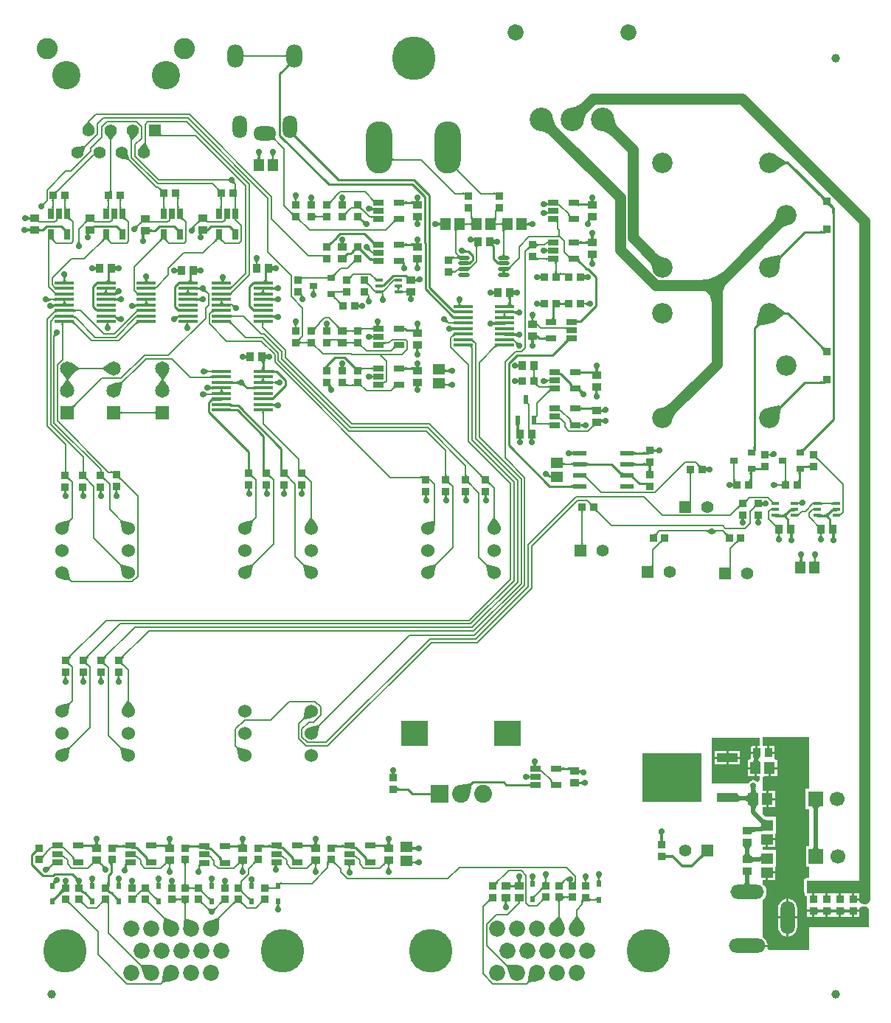
<source format=gtl>
G04*
G04 #@! TF.GenerationSoftware,Altium Limited,Altium Designer,23.10.1 (27)*
G04*
G04 Layer_Physical_Order=1*
G04 Layer_Color=255*
%FSLAX25Y25*%
%MOIN*%
G70*
G04*
G04 #@! TF.SameCoordinates,25415466-D0CE-43B0-AC23-F92A6D1D0972*
G04*
G04*
G04 #@! TF.FilePolarity,Positive*
G04*
G01*
G75*
%ADD10C,0.01000*%
%ADD15C,0.00800*%
%ADD18R,0.03937X0.03543*%
%ADD19R,0.05118X0.02756*%
%ADD20R,0.03740X0.03347*%
%ADD21R,0.03347X0.01575*%
%ADD22R,0.03543X0.03150*%
%ADD23R,0.03347X0.03740*%
%ADD24R,0.05512X0.05118*%
%ADD25R,0.03543X0.03937*%
%ADD26O,0.08858X0.01575*%
%ADD27O,0.05315X0.01968*%
%ADD28R,0.05118X0.05512*%
%ADD29R,0.02362X0.04134*%
%ADD30R,0.06102X0.02362*%
%ADD31R,0.02756X0.05118*%
%ADD32R,0.09449X0.03937*%
%ADD33R,0.26772X0.21850*%
%ADD34R,0.01968X0.03150*%
%ADD35R,0.03740X0.03543*%
%ADD63C,0.05472*%
%ADD64R,0.05472X0.05472*%
%ADD65C,0.09528*%
%ADD66C,0.12795*%
%ADD81C,0.03937*%
%ADD82C,0.05000*%
%ADD83C,0.01200*%
%ADD84C,0.02000*%
%ADD85C,0.07284*%
%ADD86C,0.10630*%
%ADD87C,0.19685*%
%ADD88O,0.11811X0.23622*%
%ADD89O,0.07284X0.10433*%
%ADD90O,0.06496X0.10433*%
%ADD91O,0.10433X0.06496*%
%ADD92R,0.05512X0.05512*%
%ADD93C,0.05512*%
%ADD94C,0.09252*%
%ADD95R,0.06693X0.06693*%
%ADD96C,0.06693*%
%ADD97O,0.16535X0.06496*%
%ADD98O,0.15158X0.06496*%
%ADD99O,0.06496X0.15158*%
%ADD100C,0.06000*%
%ADD101R,0.12008X0.11221*%
%ADD102R,0.08071X0.08071*%
%ADD103C,0.08071*%
%ADD104R,0.06496X0.06496*%
%ADD105C,0.06496*%
%ADD106C,0.02756*%
G36*
X125765Y443300D02*
X125757Y443376D01*
X125732Y443444D01*
X125692Y443504D01*
X125635Y443556D01*
X125562Y443600D01*
X125472Y443636D01*
X125367Y443664D01*
X125245Y443684D01*
X125107Y443696D01*
X124953Y443700D01*
Y444500D01*
X125107Y444504D01*
X125245Y444516D01*
X125367Y444536D01*
X125472Y444564D01*
X125562Y444600D01*
X125635Y444644D01*
X125692Y444696D01*
X125732Y444756D01*
X125757Y444824D01*
X125765Y444900D01*
Y443300D01*
D02*
G37*
G36*
X106243Y444824D02*
X106268Y444756D01*
X106308Y444696D01*
X106365Y444644D01*
X106438Y444600D01*
X106528Y444564D01*
X106633Y444536D01*
X106755Y444516D01*
X106893Y444504D01*
X107047Y444500D01*
Y443700D01*
X106893Y443696D01*
X106755Y443684D01*
X106633Y443664D01*
X106528Y443636D01*
X106438Y443600D01*
X106365Y443556D01*
X106308Y443504D01*
X106268Y443444D01*
X106243Y443376D01*
X106235Y443300D01*
Y444900D01*
X106243Y444824D01*
D02*
G37*
G36*
X127645Y439361D02*
X127570Y439420D01*
X127487Y439456D01*
X127395Y439469D01*
X127294Y439459D01*
X127184Y439427D01*
X127065Y439371D01*
X126938Y439293D01*
X126801Y439191D01*
X126656Y439067D01*
X126502Y438920D01*
X125795Y439628D01*
X125942Y439781D01*
X126066Y439927D01*
X126167Y440063D01*
X126246Y440190D01*
X126301Y440309D01*
X126334Y440419D01*
X126344Y440520D01*
X126331Y440612D01*
X126295Y440696D01*
X126236Y440770D01*
X127645Y439361D01*
D02*
G37*
G36*
X262260Y419158D02*
X261940Y418812D01*
X261644Y418442D01*
X261373Y418048D01*
X261128Y417629D01*
X260908Y417186D01*
X260712Y416719D01*
X260542Y416227D01*
X260398Y415711D01*
X260278Y415171D01*
X260183Y414606D01*
X254173Y420616D01*
X254738Y420711D01*
X255794Y420975D01*
X256286Y421145D01*
X256753Y421341D01*
X257196Y421561D01*
X257615Y421806D01*
X258009Y422077D01*
X258379Y422373D01*
X258725Y422693D01*
X262260Y419158D01*
D02*
G37*
G36*
X36784Y414309D02*
X36837Y414251D01*
X37050Y413992D01*
X38541Y412067D01*
X34192D01*
X35966Y414319D01*
X36766D01*
X36784Y414309D01*
D02*
G37*
G36*
X274057Y415538D02*
X274322Y414481D01*
X274492Y413989D01*
X274687Y413522D01*
X274907Y413079D01*
X275153Y412660D01*
X275424Y412266D01*
X275719Y411896D01*
X276040Y411551D01*
X272504Y408015D01*
X272159Y408336D01*
X271789Y408632D01*
X271395Y408902D01*
X270976Y409147D01*
X270533Y409368D01*
X270066Y409563D01*
X269574Y409733D01*
X269058Y409878D01*
X268517Y409998D01*
X267952Y410092D01*
X273963Y416103D01*
X274057Y415538D01*
D02*
G37*
G36*
X246498D02*
X246763Y414481D01*
X246933Y413989D01*
X247128Y413522D01*
X247348Y413079D01*
X247594Y412660D01*
X247865Y412266D01*
X248160Y411896D01*
X248481Y411551D01*
X244945Y408015D01*
X244600Y408336D01*
X244230Y408632D01*
X243836Y408902D01*
X243417Y409147D01*
X242974Y409368D01*
X242507Y409563D01*
X242015Y409733D01*
X241499Y409878D01*
X240958Y409998D01*
X240393Y410092D01*
X246404Y416103D01*
X246498Y415538D01*
D02*
G37*
G36*
X69087Y408793D02*
X69112Y408725D01*
X69153Y408665D01*
X69210Y408613D01*
X69283Y408569D01*
X69373Y408533D01*
X69478Y408505D01*
X69599Y408485D01*
X69737Y408473D01*
X69890Y408469D01*
Y407669D01*
X69090Y407681D01*
X69078Y408869D01*
X69087Y408793D01*
D02*
G37*
G36*
X130114Y408493D02*
X130079Y408409D01*
X130066Y408316D01*
X130077Y408214D01*
X130111Y408104D01*
X130167Y407984D01*
X130247Y407855D01*
X130350Y407717D01*
X130476Y407570D01*
X130625Y407413D01*
X129918Y406706D01*
X129762Y406855D01*
X129615Y406981D01*
X129477Y407084D01*
X129348Y407164D01*
X129228Y407221D01*
X129117Y407255D01*
X129015Y407265D01*
X128922Y407253D01*
X128839Y407217D01*
X128764Y407158D01*
X130173Y408568D01*
X130114Y408493D01*
D02*
G37*
G36*
X48214Y408307D02*
X46784Y406143D01*
X46766Y406057D01*
X45966D01*
X45948Y406143D01*
X45895Y406269D01*
X45805Y406437D01*
X45519Y406896D01*
X44822Y407892D01*
X44178Y408763D01*
X48554D01*
X48214Y408307D01*
D02*
G37*
G36*
X58335Y408505D02*
X57935Y408088D01*
X56251Y406109D01*
X56230Y406031D01*
X55430Y406193D01*
X55416Y406284D01*
X55373Y406418D01*
X55301Y406595D01*
X55071Y407079D01*
X54266Y408565D01*
X53993Y409044D01*
X58335Y408505D01*
D02*
G37*
G36*
X120696Y407192D02*
X120667Y407126D01*
X120657Y407053D01*
X120664Y406972D01*
X120689Y406885D01*
X120733Y406791D01*
X120795Y406690D01*
X120874Y406582D01*
X120972Y406467D01*
X121088Y406346D01*
X120523Y405780D01*
X120401Y405896D01*
X120286Y405994D01*
X120178Y406074D01*
X120078Y406136D01*
X119983Y406179D01*
X119896Y406205D01*
X119816Y406212D01*
X119743Y406201D01*
X119676Y406172D01*
X119617Y406125D01*
X120743Y407252D01*
X120696Y407192D01*
D02*
G37*
G36*
X62302Y404618D02*
X62317Y404528D01*
X62360Y404393D01*
X62432Y404216D01*
X62662Y403732D01*
X63466Y402247D01*
X63740Y401767D01*
X59397Y402306D01*
X59797Y402723D01*
X61481Y404703D01*
X61502Y404780D01*
X62302Y404618D01*
D02*
G37*
G36*
X34943Y402850D02*
X34891Y402776D01*
X34829Y402650D01*
X34759Y402472D01*
X34594Y401960D01*
X34159Y400315D01*
X34028Y399774D01*
X31231Y403138D01*
X31807Y403169D01*
X34392Y403459D01*
X34462Y403501D01*
X34943Y402850D01*
D02*
G37*
G36*
X114326Y399677D02*
X114055Y399244D01*
X113989Y399113D01*
X113935Y398987D01*
X113893Y398869D01*
X113863Y398756D01*
X113845Y398650D01*
X113839Y398551D01*
X112838D01*
X112832Y398650D01*
X112814Y398756D01*
X112784Y398869D01*
X112742Y398987D01*
X112688Y399113D01*
X112622Y399244D01*
X112453Y399526D01*
X112351Y399677D01*
X112237Y399834D01*
X114440D01*
X114326Y399677D01*
D02*
G37*
G36*
X120606Y399629D02*
X120213Y399013D01*
X120150Y398887D01*
X120101Y398772D01*
X120066Y398668D01*
X120045Y398574D01*
X120038Y398492D01*
X119238D01*
X119231Y398574D01*
X119210Y398668D01*
X119175Y398772D01*
X119125Y398887D01*
X119062Y399013D01*
X118894Y399299D01*
X118669Y399629D01*
X118536Y399810D01*
X120740D01*
X120606Y399629D01*
D02*
G37*
G36*
X120042Y398098D02*
X120054Y397960D01*
X120074Y397838D01*
X120102Y397733D01*
X120138Y397644D01*
X120182Y397570D01*
X120234Y397514D01*
X120294Y397473D01*
X120362Y397449D01*
X120438Y397441D01*
X118838D01*
X118914Y397449D01*
X118982Y397473D01*
X119042Y397514D01*
X119094Y397570D01*
X119138Y397644D01*
X119174Y397733D01*
X119202Y397838D01*
X119222Y397960D01*
X119234Y398098D01*
X119238Y398253D01*
X120038D01*
X120042Y398098D01*
D02*
G37*
G36*
X113844Y398260D02*
X113858Y398088D01*
X113883Y397937D01*
X113918Y397805D01*
X113963Y397694D01*
X114018Y397603D01*
X114084Y397532D01*
X114158Y397481D01*
X114243Y397451D01*
X114339Y397441D01*
X112338D01*
X112434Y397451D01*
X112519Y397481D01*
X112593Y397532D01*
X112659Y397603D01*
X112714Y397694D01*
X112759Y397805D01*
X112794Y397937D01*
X112819Y398088D01*
X112833Y398260D01*
X112838Y398453D01*
X113839D01*
X113844Y398260D01*
D02*
G37*
G36*
X54154Y400185D02*
X54637Y397634D01*
X54684Y397561D01*
X54105Y397009D01*
X54031Y397058D01*
X53904Y397111D01*
X53723Y397169D01*
X53198Y397299D01*
X52006Y397527D01*
X50941Y397703D01*
X54081Y400750D01*
X54154Y400185D01*
D02*
G37*
G36*
X173670Y397880D02*
X173694Y397812D01*
X173733Y397752D01*
X173790Y397700D01*
X173863Y397656D01*
X173952Y397620D01*
X174058Y397592D01*
X174181Y397572D01*
X174320Y397560D01*
X174476Y397556D01*
Y396756D01*
X174317Y396752D01*
X174174Y396740D01*
X174049Y396720D01*
X173940Y396692D01*
X173847Y396656D01*
X173771Y396612D01*
X173711Y396560D01*
X173668Y396500D01*
X173642Y396433D01*
X173632Y396357D01*
X173663Y397956D01*
X173670Y397880D01*
D02*
G37*
G36*
X351260Y396261D02*
Y395061D01*
X351132Y395030D01*
X350930Y394937D01*
X350655Y394782D01*
X349885Y394287D01*
X346675Y391962D01*
Y399360D01*
X351260Y396261D01*
D02*
G37*
G36*
X203511Y393134D02*
X203481Y393068D01*
X203468Y392996D01*
X203473Y392918D01*
X203496Y392833D01*
X203536Y392742D01*
X203594Y392645D01*
X203669Y392541D01*
X203762Y392431D01*
X203873Y392315D01*
X203307Y391749D01*
X203191Y391860D01*
X203081Y391953D01*
X202977Y392028D01*
X202880Y392086D01*
X202789Y392126D01*
X202704Y392149D01*
X202626Y392154D01*
X202554Y392141D01*
X202488Y392111D01*
X202428Y392064D01*
X203558Y393194D01*
X203511Y393134D01*
D02*
G37*
G36*
X102395Y387891D02*
X102517Y387157D01*
X102555Y387020D01*
X102596Y386902D01*
X102641Y386804D01*
X102688Y386723D01*
X102738Y386662D01*
X102122Y386147D01*
X102057Y386203D01*
X101976Y386258D01*
X101878Y386311D01*
X101764Y386363D01*
X101633Y386414D01*
X101323Y386512D01*
X100947Y386604D01*
X100734Y386648D01*
X102373Y388121D01*
X102395Y387891D01*
D02*
G37*
G36*
X103141Y384506D02*
X103179Y383930D01*
X103191Y383890D01*
X103205Y383866D01*
X103220Y383858D01*
X101940Y383846D01*
X102016Y383855D01*
X102084Y383880D01*
X102144Y383921D01*
X102196Y383978D01*
X102240Y384051D01*
X102276Y384140D01*
X102304Y384245D01*
X102324Y384367D01*
X102336Y384505D01*
X102340Y384658D01*
X103140D01*
X103141Y384506D01*
D02*
G37*
G36*
X46769Y383506D02*
X46796Y383250D01*
X46820Y383146D01*
X46850Y383058D01*
X46887Y382986D01*
X46931Y382930D01*
X46981Y382890D01*
X47038Y382866D01*
X47102Y382858D01*
X45566Y382846D01*
X45642Y382855D01*
X45710Y382880D01*
X45770Y382921D01*
X45822Y382978D01*
X45866Y383051D01*
X45902Y383140D01*
X45930Y383245D01*
X45950Y383367D01*
X45962Y383504D01*
X45966Y383658D01*
X46766D01*
X46769Y383506D01*
D02*
G37*
G36*
X22668Y382858D02*
X22510Y382694D01*
X22261Y382400D01*
X22170Y382270D01*
X22102Y382151D01*
X22057Y382044D01*
X22034Y381947D01*
Y381862D01*
X22057Y381789D01*
X22102Y381727D01*
X20971Y382858D01*
X21033Y382813D01*
X21107Y382790D01*
X21192D01*
X21288Y382813D01*
X21395Y382858D01*
X21514Y382926D01*
X21644Y383016D01*
X21785Y383130D01*
X22102Y383424D01*
X22668Y382858D01*
D02*
G37*
G36*
X94945Y384264D02*
X95240Y384013D01*
X95371Y383921D01*
X95490Y383852D01*
X95597Y383806D01*
X95693Y383782D01*
X95777Y383781D01*
X95850Y383802D01*
X95911Y383846D01*
X94792Y382727D01*
X94836Y382788D01*
X94857Y382861D01*
X94856Y382945D01*
X94832Y383041D01*
X94786Y383148D01*
X94717Y383267D01*
X94625Y383397D01*
X94511Y383539D01*
X94214Y383858D01*
X94780Y384424D01*
X94945Y384264D01*
D02*
G37*
G36*
X68945D02*
X69240Y384013D01*
X69371Y383921D01*
X69490Y383852D01*
X69597Y383806D01*
X69693Y383782D01*
X69777Y383781D01*
X69850Y383802D01*
X69911Y383846D01*
X68792Y382727D01*
X68836Y382788D01*
X68857Y382861D01*
X68856Y382945D01*
X68832Y383041D01*
X68786Y383148D01*
X68717Y383267D01*
X68625Y383397D01*
X68511Y383539D01*
X68214Y383858D01*
X68780Y384424D01*
X68945Y384264D01*
D02*
G37*
G36*
X220142Y382220D02*
X220154Y381032D01*
X220145Y381108D01*
X220120Y381176D01*
X220079Y381236D01*
X220022Y381288D01*
X219949Y381332D01*
X219860Y381368D01*
X219754Y381396D01*
X219633Y381416D01*
X219496Y381428D01*
X219342Y381432D01*
Y382232D01*
X220142Y382220D01*
D02*
G37*
G36*
X206142D02*
X206154Y381032D01*
X206145Y381108D01*
X206120Y381176D01*
X206079Y381236D01*
X206022Y381288D01*
X205949Y381332D01*
X205860Y381368D01*
X205754Y381396D01*
X205633Y381416D01*
X205496Y381428D01*
X205342Y381432D01*
Y382232D01*
X206142Y382220D01*
D02*
G37*
G36*
X103220Y380142D02*
X103205Y380134D01*
X103191Y380110D01*
X103179Y380070D01*
X103169Y380014D01*
X103160Y379942D01*
X103147Y379750D01*
X103140Y379342D01*
X102340D01*
X102336Y379496D01*
X102324Y379633D01*
X102304Y379754D01*
X102276Y379860D01*
X102240Y379949D01*
X102196Y380022D01*
X102144Y380079D01*
X102084Y380120D01*
X102016Y380145D01*
X101940Y380154D01*
X103220Y380142D01*
D02*
G37*
G36*
X96962Y380146D02*
X96894Y380121D01*
X96834Y380081D01*
X96782Y380024D01*
X96738Y379951D01*
X96702Y379862D01*
X96674Y379756D01*
X96654Y379634D01*
X96642Y379496D01*
X96638Y379342D01*
X95838D01*
X95834Y379496D01*
X95822Y379634D01*
X95802Y379756D01*
X95774Y379862D01*
X95738Y379951D01*
X95694Y380024D01*
X95642Y380081D01*
X95582Y380121D01*
X95514Y380146D01*
X95438Y380154D01*
X97038D01*
X96962Y380146D01*
D02*
G37*
G36*
X77220Y380142D02*
X77232Y379342D01*
X76432D01*
X76428Y379496D01*
X76416Y379633D01*
X76396Y379754D01*
X76368Y379860D01*
X76332Y379949D01*
X76288Y380022D01*
X76236Y380079D01*
X76176Y380120D01*
X76108Y380145D01*
X76032Y380154D01*
X77220Y380142D01*
D02*
G37*
G36*
X71165Y380146D02*
X71097Y380121D01*
X71037Y380081D01*
X70985Y380024D01*
X70941Y379951D01*
X70905Y379862D01*
X70877Y379756D01*
X70857Y379634D01*
X70845Y379496D01*
X70841Y379342D01*
X70041D01*
X70037Y379496D01*
X70025Y379634D01*
X70005Y379756D01*
X69977Y379862D01*
X69941Y379951D01*
X69897Y380024D01*
X69845Y380081D01*
X69785Y380121D01*
X69717Y380146D01*
X69641Y380154D01*
X71241D01*
X71165Y380146D01*
D02*
G37*
G36*
X51486Y379146D02*
X51418Y379121D01*
X51358Y379081D01*
X51306Y379024D01*
X51262Y378951D01*
X51226Y378862D01*
X51198Y378756D01*
X51178Y378634D01*
X51166Y378496D01*
X51162Y378342D01*
X50362D01*
X50358Y378496D01*
X50346Y378634D01*
X50326Y378756D01*
X50298Y378862D01*
X50262Y378951D01*
X50218Y379024D01*
X50166Y379081D01*
X50106Y379121D01*
X50038Y379146D01*
X49962Y379154D01*
X51562D01*
X51486Y379146D01*
D02*
G37*
G36*
X45962D02*
X45894Y379121D01*
X45834Y379081D01*
X45782Y379024D01*
X45738Y378951D01*
X45702Y378862D01*
X45674Y378756D01*
X45654Y378634D01*
X45642Y378496D01*
X45638Y378342D01*
X44838D01*
X44834Y378496D01*
X44822Y378634D01*
X44802Y378756D01*
X44774Y378862D01*
X44738Y378951D01*
X44694Y379024D01*
X44642Y379081D01*
X44582Y379121D01*
X44514Y379146D01*
X44438Y379154D01*
X46038D01*
X45962Y379146D01*
D02*
G37*
G36*
X26486D02*
X26418Y379121D01*
X26358Y379081D01*
X26306Y379024D01*
X26262Y378951D01*
X26226Y378862D01*
X26198Y378756D01*
X26178Y378634D01*
X26166Y378496D01*
X26162Y378342D01*
X25362D01*
X25358Y378496D01*
X25346Y378634D01*
X25326Y378756D01*
X25298Y378862D01*
X25262Y378951D01*
X25218Y379024D01*
X25166Y379081D01*
X25106Y379121D01*
X25038Y379146D01*
X24962Y379154D01*
X26562D01*
X26486Y379146D01*
D02*
G37*
G36*
X20962D02*
X20894Y379121D01*
X20834Y379081D01*
X20782Y379024D01*
X20738Y378951D01*
X20702Y378862D01*
X20674Y378756D01*
X20654Y378634D01*
X20642Y378496D01*
X20638Y378342D01*
X19838D01*
X19834Y378496D01*
X19822Y378634D01*
X19802Y378756D01*
X19774Y378862D01*
X19738Y378951D01*
X19694Y379024D01*
X19642Y379081D01*
X19582Y379121D01*
X19514Y379146D01*
X19438Y379154D01*
X21038D01*
X20962Y379146D01*
D02*
G37*
G36*
X368389Y380570D02*
X368832Y380194D01*
X369027Y380058D01*
X369206Y379955D01*
X369367Y379885D01*
X369511Y379850D01*
X369637Y379849D01*
X369747Y379882D01*
X369839Y379948D01*
X368154Y378263D01*
X368221Y378356D01*
X368253Y378465D01*
X368252Y378592D01*
X368217Y378736D01*
X368148Y378897D01*
X368045Y379075D01*
X367908Y379271D01*
X367737Y379483D01*
X367293Y379960D01*
X368142Y380809D01*
X368389Y380570D01*
D02*
G37*
G36*
X131102Y380172D02*
X130968Y379991D01*
X130576Y379376D01*
X130512Y379250D01*
X130463Y379134D01*
X130428Y379030D01*
X130407Y378937D01*
X130403Y378893D01*
X130404Y378866D01*
X130416Y378728D01*
X130436Y378606D01*
X130464Y378501D01*
X130500Y378411D01*
X130544Y378338D01*
X130596Y378281D01*
X130656Y378241D01*
X130724Y378216D01*
X130800Y378208D01*
X129200D01*
X129276Y378216D01*
X129344Y378241D01*
X129404Y378281D01*
X129456Y378338D01*
X129500Y378411D01*
X129536Y378501D01*
X129564Y378606D01*
X129584Y378728D01*
X129596Y378866D01*
X129597Y378893D01*
X129593Y378937D01*
X129572Y379030D01*
X129537Y379134D01*
X129488Y379250D01*
X129425Y379376D01*
X129256Y379661D01*
X129032Y379991D01*
X128898Y380173D01*
X131102Y380172D01*
D02*
G37*
G36*
X146424Y378220D02*
X146264Y378055D01*
X146013Y377760D01*
X145921Y377629D01*
X145852Y377510D01*
X145806Y377403D01*
X145782Y377307D01*
X145781Y377223D01*
X145802Y377150D01*
X145846Y377089D01*
X144727Y378208D01*
X144788Y378164D01*
X144860Y378143D01*
X144945Y378144D01*
X145041Y378168D01*
X145148Y378214D01*
X145267Y378283D01*
X145397Y378375D01*
X145539Y378489D01*
X145858Y378786D01*
X146424Y378220D01*
D02*
G37*
G36*
X164894Y379512D02*
X165189Y379261D01*
X165320Y379169D01*
X165439Y379100D01*
X165546Y379054D01*
X165642Y379030D01*
X165726Y379029D01*
X165799Y379050D01*
X165860Y379094D01*
X164741Y377975D01*
X164785Y378036D01*
X164806Y378109D01*
X164805Y378193D01*
X164781Y378289D01*
X164734Y378396D01*
X164665Y378515D01*
X164574Y378645D01*
X164459Y378787D01*
X164163Y379106D01*
X164728Y379672D01*
X164894Y379512D01*
D02*
G37*
G36*
X137501Y379173D02*
X138102D01*
X137987Y379015D01*
X137717Y378583D01*
X137651Y378451D01*
X137645Y378438D01*
X137680Y378380D01*
X137745Y378310D01*
X137820Y378260D01*
X137905Y378230D01*
X138000Y378220D01*
X137559D01*
X137554Y378207D01*
X137524Y378095D01*
X137506Y377989D01*
X137500Y377889D01*
X136500D01*
X136494Y377989D01*
X136476Y378095D01*
X136446Y378207D01*
X136441Y378220D01*
X136000D01*
X136095Y378230D01*
X136180Y378260D01*
X136255Y378310D01*
X136320Y378380D01*
X136355Y378438D01*
X136349Y378451D01*
X136283Y378583D01*
X136115Y378865D01*
X136012Y379015D01*
X135898Y379173D01*
X136499D01*
X136500Y379220D01*
X137500D01*
X137501Y379173D01*
D02*
G37*
G36*
X264505Y379225D02*
X264510Y379172D01*
X265102D01*
X264987Y379015D01*
X264717Y378583D01*
X264699Y378547D01*
X264745Y378496D01*
X264820Y378446D01*
X264905Y378415D01*
X265000Y378405D01*
X264631D01*
X264596Y378326D01*
X264554Y378207D01*
X264524Y378095D01*
X264506Y377989D01*
X264500Y377889D01*
X263500D01*
X263494Y377989D01*
X263476Y378095D01*
X263446Y378207D01*
X263404Y378326D01*
X263369Y378405D01*
X263000D01*
X263095Y378415D01*
X263180Y378446D01*
X263255Y378496D01*
X263301Y378547D01*
X263283Y378583D01*
X263115Y378865D01*
X263013Y379015D01*
X262898Y379172D01*
X263491D01*
X263495Y379225D01*
X263500Y379417D01*
X264500D01*
X264505Y379225D01*
D02*
G37*
G36*
X185505D02*
X185510Y379172D01*
X186102D01*
X185987Y379015D01*
X185717Y378583D01*
X185699Y378547D01*
X185745Y378496D01*
X185820Y378446D01*
X185905Y378415D01*
X186000Y378405D01*
X185631D01*
X185596Y378326D01*
X185554Y378207D01*
X185524Y378095D01*
X185506Y377989D01*
X185500Y377889D01*
X184500D01*
X184494Y377989D01*
X184476Y378095D01*
X184446Y378207D01*
X184404Y378326D01*
X184369Y378405D01*
X184000D01*
X184095Y378415D01*
X184180Y378446D01*
X184255Y378496D01*
X184301Y378547D01*
X184283Y378583D01*
X184115Y378865D01*
X184012Y379015D01*
X183898Y379172D01*
X184491D01*
X184495Y379225D01*
X184500Y379417D01*
X185500D01*
X185505Y379225D01*
D02*
G37*
G36*
X152102Y379172D02*
X151969Y378991D01*
X151576Y378376D01*
X151552Y378329D01*
X151596Y378281D01*
X151656Y378241D01*
X151724Y378216D01*
X151800Y378208D01*
X151495D01*
X151463Y378134D01*
X151428Y378030D01*
X151407Y377937D01*
X151400Y377855D01*
X150600Y377855D01*
X150593Y377937D01*
X150572Y378030D01*
X150537Y378134D01*
X150505Y378208D01*
X150200D01*
X150276Y378216D01*
X150344Y378241D01*
X150404Y378281D01*
X150448Y378329D01*
X150425Y378376D01*
X150256Y378661D01*
X150031Y378991D01*
X149898Y379173D01*
X152102Y379172D01*
D02*
G37*
G36*
X183055Y376740D02*
X183045Y376835D01*
X183014Y376920D01*
X182963Y376995D01*
X182892Y377060D01*
X182801Y377115D01*
X182689Y377160D01*
X182558Y377195D01*
X182407Y377220D01*
X182235Y377235D01*
X182044Y377240D01*
Y378240D01*
X182234Y378242D01*
X182793Y378284D01*
X182884Y378304D01*
X182954Y378327D01*
X183003Y378353D01*
X183034Y378383D01*
X183044Y378417D01*
X183055Y376740D01*
D02*
G37*
G36*
X179281Y378645D02*
X179311Y378560D01*
X179361Y378485D01*
X179431Y378420D01*
X179521Y378365D01*
X179631Y378320D01*
X179761Y378285D01*
X179911Y378260D01*
X180081Y378245D01*
X180271Y378240D01*
Y377240D01*
X180081Y377235D01*
X179911Y377220D01*
X179761Y377195D01*
X179631Y377160D01*
X179521Y377115D01*
X179431Y377060D01*
X179361Y376995D01*
X179311Y376920D01*
X179281Y376835D01*
X179271Y376740D01*
Y378740D01*
X179281Y378645D01*
D02*
G37*
G36*
X258281Y377810D02*
X258311Y377725D01*
X258361Y377650D01*
X258431Y377585D01*
X258521Y377530D01*
X258631Y377485D01*
X258761Y377450D01*
X258911Y377425D01*
X259081Y377410D01*
X259271Y377405D01*
Y376405D01*
X258271Y376374D01*
Y377905D01*
X258281Y377810D01*
D02*
G37*
G36*
X243009Y377969D02*
X243624Y377575D01*
X243637Y377569D01*
X243666Y377596D01*
X243707Y377656D01*
X243732Y377724D01*
X243741Y377800D01*
X243738Y377519D01*
X243751Y377512D01*
X243866Y377463D01*
X243970Y377428D01*
X244063Y377407D01*
X244145Y377400D01*
Y376600D01*
X244063Y376593D01*
X243970Y376572D01*
X243866Y376537D01*
X243751Y376488D01*
X243729Y376477D01*
X243728Y376374D01*
X243721Y376417D01*
X243696Y376455D01*
X243693Y376459D01*
X243624Y376425D01*
X243339Y376256D01*
X243009Y376031D01*
X242828Y375898D01*
Y378102D01*
X243009Y377969D01*
D02*
G37*
G36*
X262055Y375905D02*
X262045Y376000D01*
X262015Y376085D01*
X261964Y376160D01*
X261894Y376225D01*
X261803Y376280D01*
X261691Y376325D01*
X261560Y376360D01*
X261408Y376385D01*
X261236Y376400D01*
X261044Y376405D01*
Y377405D01*
X261236Y377410D01*
X261408Y377425D01*
X261560Y377450D01*
X261691Y377485D01*
X261803Y377530D01*
X261894Y377585D01*
X261964Y377650D01*
X262015Y377725D01*
X262045Y377810D01*
X262055Y377905D01*
Y375905D01*
D02*
G37*
G36*
X371790Y378045D02*
X371756Y377935D01*
Y377807D01*
X371790Y377663D01*
X371858Y377502D01*
X371960Y377324D01*
X372096Y377129D01*
X372265Y376916D01*
X372707Y376441D01*
X371858Y375593D01*
X371612Y375830D01*
X371171Y376204D01*
X370976Y376339D01*
X370797Y376441D01*
X370636Y376509D01*
X370492Y376543D01*
X370365D01*
X370254Y376509D01*
X370161Y376441D01*
X371858Y378138D01*
X371790Y378045D01*
D02*
G37*
G36*
X164258Y376037D02*
X164855Y375581D01*
X164976Y375508D01*
X165086Y375451D01*
X165186Y375411D01*
X165274Y375386D01*
X165351Y375378D01*
X165238Y374578D01*
X165150Y374572D01*
X165052Y374555D01*
X164943Y374526D01*
X164824Y374485D01*
X164738Y374450D01*
X164741Y374178D01*
X164732Y374254D01*
X164707Y374322D01*
X164666Y374382D01*
X164640Y374406D01*
X164406Y374293D01*
X164076Y374107D01*
X163895Y373996D01*
X163944Y374578D01*
X163928Y374578D01*
Y375378D01*
X164012Y375377D01*
X164081Y376192D01*
X164258Y376037D01*
D02*
G37*
G36*
X103144Y375917D02*
X103156Y375779D01*
X103176Y375657D01*
X103204Y375552D01*
X103240Y375463D01*
X103284Y375389D01*
X103336Y375332D01*
X103396Y375292D01*
X103464Y375268D01*
X103540Y375259D01*
X101940D01*
X102016Y375268D01*
X102084Y375292D01*
X102144Y375332D01*
X102196Y375389D01*
X102240Y375463D01*
X102276Y375552D01*
X102304Y375657D01*
X102324Y375779D01*
X102336Y375917D01*
X102340Y376072D01*
X103140D01*
X103144Y375917D01*
D02*
G37*
G36*
X96626Y375272D02*
X95438Y375259D01*
X95514Y375268D01*
X95582Y375293D01*
X95642Y375334D01*
X95694Y375391D01*
X95738Y375465D01*
X95774Y375554D01*
X95802Y375659D01*
X95822Y375780D01*
X95834Y375918D01*
X95838Y376072D01*
X96638D01*
X96626Y375272D01*
D02*
G37*
G36*
X77236Y375918D02*
X77248Y375780D01*
X77268Y375659D01*
X77296Y375554D01*
X77332Y375464D01*
X77376Y375391D01*
X77428Y375334D01*
X77488Y375293D01*
X77556Y375268D01*
X77632Y375259D01*
X76374Y375272D01*
X76385Y375279D01*
X76395Y375304D01*
X76404Y375343D01*
X76411Y375399D01*
X76423Y375559D01*
X76432Y376072D01*
X77232D01*
X77236Y375918D01*
D02*
G37*
G36*
X70845Y375917D02*
X70857Y375779D01*
X70877Y375657D01*
X70905Y375552D01*
X70941Y375463D01*
X70985Y375389D01*
X71037Y375332D01*
X71097Y375292D01*
X71165Y375268D01*
X71241Y375259D01*
X69641D01*
X69717Y375268D01*
X69785Y375292D01*
X69845Y375332D01*
X69897Y375389D01*
X69941Y375463D01*
X69977Y375552D01*
X70005Y375657D01*
X70025Y375779D01*
X70037Y375917D01*
X70041Y376072D01*
X70841D01*
X70845Y375917D01*
D02*
G37*
G36*
X51166Y375918D02*
X51178Y375780D01*
X51198Y375659D01*
X51226Y375554D01*
X51262Y375465D01*
X51306Y375391D01*
X51358Y375334D01*
X51418Y375293D01*
X51486Y375268D01*
X51562Y375259D01*
X50374Y375272D01*
X50372Y375279D01*
X50370Y375304D01*
X50365Y375471D01*
X50362Y376072D01*
X51162D01*
X51166Y375918D01*
D02*
G37*
G36*
X45626Y375272D02*
X44438Y375259D01*
X44514Y375268D01*
X44582Y375293D01*
X44642Y375334D01*
X44694Y375391D01*
X44738Y375465D01*
X44774Y375554D01*
X44802Y375659D01*
X44822Y375780D01*
X44834Y375918D01*
X44838Y376072D01*
X45638D01*
X45626Y375272D01*
D02*
G37*
G36*
X26166Y375918D02*
X26178Y375780D01*
X26198Y375659D01*
X26226Y375554D01*
X26262Y375465D01*
X26306Y375391D01*
X26358Y375334D01*
X26418Y375293D01*
X26486Y375268D01*
X26562Y375259D01*
X25374Y375272D01*
X25372Y375279D01*
X25370Y375304D01*
X25365Y375471D01*
X25362Y376072D01*
X26162D01*
X26166Y375918D01*
D02*
G37*
G36*
X20626Y375272D02*
X19438Y375259D01*
X19514Y375268D01*
X19582Y375293D01*
X19642Y375334D01*
X19694Y375391D01*
X19738Y375465D01*
X19774Y375554D01*
X19802Y375659D01*
X19822Y375780D01*
X19834Y375918D01*
X19838Y376072D01*
X20638D01*
X20626Y375272D01*
D02*
G37*
G36*
X156142Y374898D02*
X155342Y374886D01*
Y375686D01*
X155496Y375690D01*
X155633Y375702D01*
X155754Y375722D01*
X155860Y375750D01*
X155949Y375786D01*
X156022Y375830D01*
X156079Y375882D01*
X156120Y375942D01*
X156145Y376010D01*
X156154Y376086D01*
X156142Y374898D01*
D02*
G37*
G36*
X159817Y375924D02*
X159798Y375855D01*
X159800Y375775D01*
X159824Y375684D01*
X159870Y375581D01*
X159937Y375467D01*
X160026Y375342D01*
X160137Y375205D01*
X160424Y374898D01*
X159858Y374332D01*
X159699Y374486D01*
X159414Y374729D01*
X159289Y374818D01*
X159175Y374886D01*
X159072Y374932D01*
X158981Y374956D01*
X158900Y374958D01*
X158832Y374939D01*
X158774Y374898D01*
X159858Y375982D01*
X159817Y375924D01*
D02*
G37*
G36*
X153424Y373102D02*
X153264Y372937D01*
X153013Y372641D01*
X152921Y372511D01*
X152852Y372392D01*
X152806Y372285D01*
X152782Y372189D01*
X152781Y372105D01*
X152802Y372032D01*
X152846Y371971D01*
X151727Y373090D01*
X151788Y373046D01*
X151860Y373025D01*
X151945Y373026D01*
X152041Y373050D01*
X152148Y373096D01*
X152267Y373165D01*
X152397Y373257D01*
X152539Y373371D01*
X152858Y373668D01*
X153424Y373102D01*
D02*
G37*
G36*
X221033Y373783D02*
X220965Y373758D01*
X220905Y373717D01*
X220853Y373659D01*
X220809Y373586D01*
X220773Y373497D01*
X220745Y373392D01*
X220725Y373271D01*
X220713Y373133D01*
X220709Y372980D01*
X219909D01*
X220142Y373780D01*
X221109Y373792D01*
X221033Y373783D01*
D02*
G37*
G36*
X209858Y373780D02*
X209860Y373772D01*
X209862Y373748D01*
X209867Y373580D01*
X209870Y372980D01*
X209070D01*
X209066Y373133D01*
X209054Y373271D01*
X209034Y373392D01*
X209006Y373498D01*
X208970Y373587D01*
X208926Y373660D01*
X208874Y373717D01*
X208814Y373758D01*
X208746Y373783D01*
X208670Y373792D01*
X209858Y373780D01*
D02*
G37*
G36*
X128307Y373508D02*
X128603Y373257D01*
X128733Y373165D01*
X128852Y373096D01*
X128959Y373050D01*
X129055Y373026D01*
X129139Y373025D01*
X129212Y373046D01*
X129273Y373090D01*
X128154Y371971D01*
X128198Y372032D01*
X128219Y372105D01*
X128218Y372189D01*
X128194Y372285D01*
X128148Y372392D01*
X128079Y372511D01*
X127987Y372641D01*
X127873Y372783D01*
X127576Y373102D01*
X128142Y373668D01*
X128307Y373508D01*
D02*
G37*
G36*
X242998Y373979D02*
X243615Y373594D01*
X243631Y373586D01*
X243666Y373618D01*
X243707Y373678D01*
X243732Y373746D01*
X243741Y373822D01*
X243738Y373534D01*
X243741Y373532D01*
X243857Y373484D01*
X243962Y373450D01*
X244056Y373429D01*
X244139Y373422D01*
X244152Y372622D01*
X244070Y372615D01*
X243978Y372593D01*
X243874Y372558D01*
X243759Y372508D01*
X243633Y372443D01*
X243349Y372271D01*
X243020Y372042D01*
X242838Y371906D01*
X242816Y374110D01*
X242998Y373979D01*
D02*
G37*
G36*
X253969Y372206D02*
X253978Y372082D01*
X253994Y371973D01*
X254016Y371878D01*
X254045Y371798D01*
X254080Y371732D01*
X254121Y371681D01*
X254169Y371644D01*
X254223Y371622D01*
X254284Y371614D01*
X253177Y371626D01*
X253175Y371633D01*
X253173Y371655D01*
X253170Y371741D01*
X253165Y372344D01*
X253965D01*
X253969Y372206D01*
D02*
G37*
G36*
X220697Y370744D02*
X219509Y370732D01*
X219585Y370741D01*
X219653Y370766D01*
X219713Y370807D01*
X219765Y370864D01*
X219809Y370937D01*
X219845Y371026D01*
X219873Y371131D01*
X219893Y371253D01*
X219905Y371390D01*
X219909Y371544D01*
X220709D01*
X220697Y370744D01*
D02*
G37*
G36*
X209874Y371391D02*
X209886Y371253D01*
X209906Y371132D01*
X209934Y371027D01*
X209970Y370937D01*
X210014Y370864D01*
X210066Y370807D01*
X210126Y370766D01*
X210194Y370741D01*
X210270Y370732D01*
X209303Y370744D01*
X209259Y370752D01*
X209219Y370776D01*
X209184Y370816D01*
X209154Y370872D01*
X209128Y370944D01*
X209107Y371032D01*
X209091Y371136D01*
X209079Y371256D01*
X209070Y371544D01*
X209870D01*
X209874Y371391D01*
D02*
G37*
G36*
X142154Y370641D02*
X142146Y370717D01*
X142121Y370785D01*
X142081Y370845D01*
X142024Y370897D01*
X141951Y370941D01*
X141862Y370977D01*
X141756Y371005D01*
X141634Y371025D01*
X141496Y371037D01*
X141342Y371041D01*
Y371841D01*
X141496Y371845D01*
X141634Y371857D01*
X141756Y371877D01*
X141862Y371905D01*
X141951Y371941D01*
X142024Y371985D01*
X142081Y372037D01*
X142121Y372097D01*
X142146Y372165D01*
X142154Y372241D01*
Y370641D01*
D02*
G37*
G36*
X138854Y372165D02*
X138879Y372097D01*
X138919Y372037D01*
X138976Y371985D01*
X139049Y371941D01*
X139138Y371905D01*
X139244Y371877D01*
X139366Y371857D01*
X139504Y371845D01*
X139658Y371841D01*
Y371041D01*
X139504Y371037D01*
X139366Y371025D01*
X139244Y371005D01*
X139138Y370977D01*
X139049Y370941D01*
X138976Y370897D01*
X138919Y370845D01*
X138879Y370785D01*
X138854Y370717D01*
X138846Y370641D01*
Y372241D01*
X138854Y372165D01*
D02*
G37*
G36*
X164728Y371626D02*
X164741Y370438D01*
X164732Y370514D01*
X164707Y370582D01*
X164666Y370642D01*
X164609Y370694D01*
X164535Y370738D01*
X164446Y370774D01*
X164341Y370802D01*
X164220Y370822D01*
X164082Y370834D01*
X163928Y370838D01*
Y371638D01*
X164728Y371626D01*
D02*
G37*
G36*
X8666Y371626D02*
X9282Y371233D01*
X9408Y371170D01*
X9523Y371121D01*
X9622Y371087D01*
X9658Y371093D01*
X9763Y371121D01*
X9853Y371157D01*
X9926Y371201D01*
X9982Y371253D01*
X10023Y371313D01*
X10047Y371381D01*
X10056Y371457D01*
Y369857D01*
X10047Y369933D01*
X10023Y370001D01*
X9982Y370061D01*
X9926Y370113D01*
X9853Y370157D01*
X9763Y370193D01*
X9658Y370221D01*
X9622Y370227D01*
X9523Y370194D01*
X9408Y370145D01*
X9282Y370082D01*
X8996Y369914D01*
X8666Y369689D01*
X8485Y369555D01*
Y371759D01*
X8666Y371626D01*
D02*
G37*
G36*
X79061Y371247D02*
X79038Y371173D01*
Y371088D01*
X79061Y370992D01*
X79106Y370884D01*
X79174Y370766D01*
X79264Y370636D01*
X79378Y370494D01*
X79672Y370177D01*
X79106Y369612D01*
X78942Y369770D01*
X78648Y370019D01*
X78518Y370110D01*
X78399Y370177D01*
X78291Y370223D01*
X78195Y370245D01*
X78110D01*
X78037Y370223D01*
X77975Y370177D01*
X79106Y371309D01*
X79061Y371247D01*
D02*
G37*
G36*
X53061D02*
X53038Y371173D01*
Y371088D01*
X53061Y370992D01*
X53106Y370884D01*
X53174Y370766D01*
X53264Y370636D01*
X53378Y370494D01*
X53672Y370177D01*
X53106Y369612D01*
X52942Y369770D01*
X52648Y370019D01*
X52518Y370110D01*
X52399Y370177D01*
X52292Y370223D01*
X52195Y370245D01*
X52110D01*
X52037Y370223D01*
X51975Y370177D01*
X53106Y371309D01*
X53061Y371247D01*
D02*
G37*
G36*
X28061D02*
X28038Y371173D01*
Y371088D01*
X28061Y370992D01*
X28106Y370884D01*
X28174Y370766D01*
X28264Y370636D01*
X28378Y370494D01*
X28672Y370177D01*
X28106Y369612D01*
X27942Y369770D01*
X27648Y370019D01*
X27518Y370110D01*
X27399Y370177D01*
X27292Y370223D01*
X27195Y370245D01*
X27110D01*
X27037Y370223D01*
X26975Y370177D01*
X28106Y371309D01*
X28061Y371247D01*
D02*
G37*
G36*
X131813Y370849D02*
X131790Y370775D01*
Y370690D01*
X131813Y370594D01*
X131858Y370487D01*
X131926Y370368D01*
X132017Y370238D01*
X132130Y370097D01*
X132424Y369780D01*
X131858Y369214D01*
X131694Y369373D01*
X131400Y369621D01*
X131270Y369712D01*
X131151Y369780D01*
X131044Y369825D01*
X130947Y369848D01*
X130862D01*
X130789Y369825D01*
X130727Y369780D01*
X131858Y370911D01*
X131813Y370849D01*
D02*
G37*
G36*
X159801Y371116D02*
X159773Y371024D01*
Y370918D01*
X159801Y370798D01*
X159858Y370664D01*
X159943Y370515D01*
X160056Y370353D01*
X160197Y370176D01*
X160565Y369780D01*
X159858Y369073D01*
X159653Y369271D01*
X159285Y369582D01*
X159123Y369695D01*
X158974Y369780D01*
X158840Y369836D01*
X158720Y369865D01*
X158614D01*
X158522Y369836D01*
X158444Y369780D01*
X159858Y371194D01*
X159801Y371116D01*
D02*
G37*
G36*
X87175Y368922D02*
X87114Y368966D01*
X87041Y368987D01*
X86957Y368986D01*
X86861Y368962D01*
X86754Y368916D01*
X86635Y368847D01*
X86504Y368755D01*
X86362Y368640D01*
X86044Y368344D01*
X85478Y368910D01*
X85637Y369075D01*
X85889Y369370D01*
X85980Y369501D01*
X86049Y369620D01*
X86096Y369727D01*
X86120Y369823D01*
X86121Y369907D01*
X86099Y369980D01*
X86055Y370041D01*
X87175Y368922D01*
D02*
G37*
G36*
X36175Y368910D02*
X36114Y368954D01*
X36041Y368975D01*
X35957Y368974D01*
X35861Y368950D01*
X35754Y368904D01*
X35635Y368835D01*
X35504Y368743D01*
X35362Y368629D01*
X35043Y368332D01*
X34478Y368898D01*
X34637Y369063D01*
X34889Y369358D01*
X34980Y369489D01*
X35050Y369608D01*
X35096Y369715D01*
X35120Y369811D01*
X35121Y369895D01*
X35100Y369968D01*
X35056Y370029D01*
X36175Y368910D01*
D02*
G37*
G36*
X175309Y368906D02*
X175248Y368950D01*
X175175Y368971D01*
X175091Y368970D01*
X174995Y368946D01*
X174887Y368900D01*
X174768Y368831D01*
X174638Y368739D01*
X174496Y368625D01*
X174177Y368328D01*
X173612Y368894D01*
X173771Y369059D01*
X174023Y369355D01*
X174114Y369485D01*
X174183Y369604D01*
X174230Y369711D01*
X174254Y369807D01*
X174255Y369891D01*
X174233Y369964D01*
X174189Y370025D01*
X175309Y368906D01*
D02*
G37*
G36*
X185407Y370063D02*
X185428Y369970D01*
X185463Y369866D01*
X185512Y369750D01*
X185575Y369624D01*
X185600Y369583D01*
X185800D01*
X185724Y369575D01*
X185656Y369551D01*
X185629Y369533D01*
X185744Y369339D01*
X185968Y369009D01*
X186102Y368828D01*
X185401D01*
X185400Y368783D01*
X184600D01*
X184599Y368828D01*
X183898D01*
X184031Y369009D01*
X184368Y369535D01*
X184344Y369551D01*
X184276Y369575D01*
X184200Y369583D01*
X184398D01*
X184424Y369624D01*
X184488Y369750D01*
X184537Y369866D01*
X184572Y369970D01*
X184593Y370063D01*
X184600Y370145D01*
X185400D01*
X185407Y370063D01*
D02*
G37*
G36*
X61175Y368762D02*
X61114Y368806D01*
X61041Y368828D01*
X60957Y368827D01*
X60861Y368803D01*
X60754Y368756D01*
X60635Y368687D01*
X60504Y368596D01*
X60362Y368481D01*
X60044Y368185D01*
X59478Y368750D01*
X59637Y368916D01*
X59889Y369211D01*
X59980Y369342D01*
X60049Y369461D01*
X60096Y369568D01*
X60120Y369664D01*
X60121Y369748D01*
X60100Y369821D01*
X60056Y369882D01*
X61175Y368762D01*
D02*
G37*
G36*
X262831Y369926D02*
X262836Y369832D01*
X262848Y369730D01*
X262869Y369618D01*
X262878Y369583D01*
X263054D01*
X263012Y369577D01*
X262974Y369558D01*
X262940Y369527D01*
X262912Y369483D01*
X262906Y369472D01*
X262982Y369228D01*
X263099Y368922D01*
X263250Y368580D01*
X261107Y369049D01*
X261282Y369200D01*
X261995Y369891D01*
X262022Y369938D01*
X262032Y369971D01*
X262831Y369926D01*
D02*
G37*
G36*
X89954Y369689D02*
X89979Y369621D01*
X90020Y369561D01*
X90077Y369509D01*
X90150Y369465D01*
X90240Y369429D01*
X90345Y369401D01*
X90466Y369381D01*
X90603Y369369D01*
X90756Y369365D01*
Y368565D01*
X89956Y368910D01*
X89944Y369765D01*
X89954Y369689D01*
D02*
G37*
G36*
X63954D02*
X63978Y369621D01*
X64020Y369561D01*
X64077Y369509D01*
X64150Y369465D01*
X64239Y369429D01*
X64344Y369401D01*
X64466Y369381D01*
X64603Y369369D01*
X64757Y369365D01*
Y368565D01*
X63956Y368750D01*
X63945Y369765D01*
X63954Y369689D01*
D02*
G37*
G36*
X38954D02*
X38979Y369621D01*
X39020Y369561D01*
X39077Y369509D01*
X39150Y369465D01*
X39239Y369429D01*
X39345Y369401D01*
X39466Y369381D01*
X39603Y369369D01*
X39757Y369365D01*
Y368565D01*
X38956Y368898D01*
X38945Y369765D01*
X38954Y369689D01*
D02*
G37*
G36*
X13954D02*
X13979Y369621D01*
X14020Y369561D01*
X14077Y369509D01*
X14150Y369465D01*
X14240Y369429D01*
X14345Y369401D01*
X14466Y369381D01*
X14603Y369369D01*
X14757Y369365D01*
Y368565D01*
X13957Y368898D01*
X13945Y369765D01*
X13954Y369689D01*
D02*
G37*
G36*
X236173Y366898D02*
X236015Y367013D01*
X235582Y367283D01*
X235451Y367350D01*
X235326Y367404D01*
X235207Y367446D01*
X235180Y367453D01*
X235057Y367420D01*
X234947Y367375D01*
X234857Y367320D01*
X234787Y367255D01*
X234737Y367180D01*
X234707Y367095D01*
X234697Y367000D01*
Y369000D01*
X234707Y368905D01*
X234737Y368820D01*
X234787Y368745D01*
X234857Y368680D01*
X234947Y368625D01*
X235057Y368580D01*
X235180Y368547D01*
X235207Y368554D01*
X235326Y368596D01*
X235451Y368651D01*
X235582Y368717D01*
X235865Y368885D01*
X236016Y368987D01*
X236173Y369102D01*
X236173Y366898D01*
D02*
G37*
G36*
X248823Y368894D02*
X248835Y368094D01*
X248035D01*
X248031Y368247D01*
X248019Y368385D01*
X247999Y368506D01*
X247971Y368612D01*
X247935Y368701D01*
X247891Y368774D01*
X247839Y368831D01*
X247779Y368872D01*
X247711Y368897D01*
X247635Y368906D01*
X248823Y368894D01*
D02*
G37*
G36*
X160699Y369656D02*
X160785Y369603D01*
X160886Y369555D01*
X161003Y369512D01*
X161136Y369475D01*
X161284Y369444D01*
X161448Y369419D01*
X161823Y369386D01*
X162033Y369378D01*
X160668Y367648D01*
X160622Y367811D01*
X160521Y368109D01*
X160466Y368244D01*
X160345Y368487D01*
X160280Y368595D01*
X160212Y368694D01*
X160141Y368784D01*
X160066Y368865D01*
X160629Y369716D01*
X160699Y369656D01*
D02*
G37*
G36*
X223315Y367200D02*
X223307Y367276D01*
X223283Y367344D01*
X223242Y367404D01*
X223185Y367456D01*
X223112Y367500D01*
X223023Y367536D01*
X222918Y367564D01*
X222796Y367584D01*
X222658Y367596D01*
X222503Y367600D01*
Y368400D01*
X222658Y368404D01*
X222796Y368416D01*
X222918Y368436D01*
X223023Y368464D01*
X223112Y368500D01*
X223185Y368544D01*
X223242Y368596D01*
X223283Y368656D01*
X223307Y368724D01*
X223315Y368800D01*
Y367200D01*
D02*
G37*
G36*
X220705Y368724D02*
X220729Y368656D01*
X220769Y368596D01*
X220825Y368544D01*
X220897Y368500D01*
X220985Y368464D01*
X221089Y368436D01*
X221209Y368416D01*
X221345Y368404D01*
X221497Y368400D01*
Y367600D01*
X221345Y367596D01*
X221209Y367584D01*
X221089Y367564D01*
X220985Y367536D01*
X220897Y367500D01*
X220825Y367456D01*
X220769Y367404D01*
X220729Y367344D01*
X220705Y367276D01*
X220697Y367200D01*
Y368800D01*
X220705Y368724D01*
D02*
G37*
G36*
X209315Y367200D02*
X209307Y367276D01*
X209283Y367344D01*
X209242Y367404D01*
X209185Y367456D01*
X209112Y367500D01*
X209023Y367536D01*
X208917Y367564D01*
X208796Y367584D01*
X208658Y367596D01*
X208503Y367600D01*
Y368400D01*
X208658Y368404D01*
X208796Y368416D01*
X208917Y368436D01*
X209023Y368464D01*
X209112Y368500D01*
X209185Y368544D01*
X209242Y368596D01*
X209283Y368656D01*
X209307Y368724D01*
X209315Y368800D01*
Y367200D01*
D02*
G37*
G36*
X206705Y368724D02*
X206729Y368656D01*
X206769Y368596D01*
X206825Y368544D01*
X206897Y368500D01*
X206985Y368464D01*
X207089Y368436D01*
X207209Y368416D01*
X207345Y368404D01*
X207497Y368400D01*
Y367600D01*
X207345Y367596D01*
X207209Y367584D01*
X207089Y367564D01*
X206985Y367536D01*
X206897Y367500D01*
X206825Y367456D01*
X206769Y367404D01*
X206729Y367344D01*
X206705Y367276D01*
X206697Y367200D01*
Y368800D01*
X206705Y368724D01*
D02*
G37*
G36*
X194009Y368969D02*
X194624Y368576D01*
X194750Y368512D01*
X194866Y368463D01*
X194934Y368440D01*
X195023Y368464D01*
X195112Y368500D01*
X195185Y368544D01*
X195242Y368596D01*
X195283Y368656D01*
X195307Y368724D01*
X195315Y368800D01*
Y367200D01*
X195307Y367276D01*
X195283Y367344D01*
X195242Y367404D01*
X195185Y367456D01*
X195112Y367500D01*
X195023Y367536D01*
X194934Y367560D01*
X194866Y367537D01*
X194750Y367488D01*
X194624Y367425D01*
X194339Y367256D01*
X194009Y367032D01*
X193827Y366898D01*
Y369102D01*
X194009Y368969D01*
D02*
G37*
G36*
X352423Y367460D02*
X352031Y367390D01*
X351646Y367293D01*
X351269Y367170D01*
X350898Y367020D01*
X350535Y366843D01*
X350179Y366640D01*
X349829Y366409D01*
X349487Y366152D01*
X349152Y365868D01*
X348825Y365557D01*
X345289Y369092D01*
X345600Y369420D01*
X345884Y369755D01*
X346141Y370097D01*
X346372Y370446D01*
X346575Y370803D01*
X346752Y371166D01*
X346902Y371537D01*
X347026Y371914D01*
X347122Y372299D01*
X347192Y372691D01*
X352423Y367460D01*
D02*
G37*
G36*
X58800Y366941D02*
X58747Y366878D01*
X58696Y366797D01*
X58647Y366699D01*
X58600Y366582D01*
X58555Y366448D01*
X58473Y366127D01*
X58398Y365735D01*
X58364Y365513D01*
X56806Y367071D01*
X57029Y367105D01*
X57742Y367262D01*
X57876Y367307D01*
X57992Y367354D01*
X58090Y367403D01*
X58171Y367454D01*
X58234Y367507D01*
X58800Y366941D01*
D02*
G37*
G36*
X84397Y366698D02*
X84356Y366642D01*
X84324Y366566D01*
X84300Y366469D01*
X84284Y366351D01*
X84276Y366212D01*
X84277Y366052D01*
X84303Y365670D01*
X84363Y365204D01*
X82427Y366253D01*
X82571Y366322D01*
X82850Y366476D01*
X82986Y366560D01*
X83249Y366744D01*
X83376Y366844D01*
X83623Y367058D01*
X83742Y367173D01*
X84397Y366698D01*
D02*
G37*
G36*
X224681Y365259D02*
X224613Y365235D01*
X224553Y365194D01*
X224501Y365137D01*
X224457Y365064D01*
X224421Y364974D01*
X224393Y364869D01*
X224373Y364747D01*
X224361Y364610D01*
X224357Y364456D01*
X223557D01*
X223554Y364608D01*
X223534Y364864D01*
X223516Y364968D01*
X223493Y365056D01*
X223465Y365128D01*
X223433Y365184D01*
X223395Y365224D01*
X223352Y365248D01*
X223303Y365256D01*
X224757Y365268D01*
X224681Y365259D01*
D02*
G37*
G36*
X203146Y365260D02*
X203078Y365236D01*
X203018Y365195D01*
X202966Y365138D01*
X202922Y365065D01*
X202886Y364976D01*
X202858Y364870D01*
X202838Y364748D01*
X202826Y364610D01*
X202822Y364456D01*
X202022D01*
X202018Y364610D01*
X202006Y364748D01*
X201986Y364870D01*
X201958Y364976D01*
X201922Y365065D01*
X201878Y365138D01*
X201826Y365195D01*
X201766Y365236D01*
X201698Y365260D01*
X201622Y365268D01*
X203222D01*
X203146Y365260D01*
D02*
G37*
G36*
X101580Y366331D02*
X101950Y366017D01*
X102112Y365903D01*
X102261Y365817D01*
X102395Y365759D01*
X102515Y365729D01*
X102621Y365728D01*
X102712Y365755D01*
X102788Y365811D01*
X101386Y364408D01*
X101442Y364485D01*
X101469Y364576D01*
X101468Y364682D01*
X101438Y364802D01*
X101380Y364936D01*
X101294Y365084D01*
X101180Y365247D01*
X101037Y365425D01*
X100667Y365823D01*
X101374Y366530D01*
X101580Y366331D01*
D02*
G37*
G36*
X76580D02*
X76950Y366017D01*
X77113Y365903D01*
X77261Y365817D01*
X77395Y365759D01*
X77515Y365729D01*
X77621Y365728D01*
X77712Y365755D01*
X77789Y365811D01*
X76386Y364408D01*
X76442Y364485D01*
X76469Y364576D01*
X76468Y364682D01*
X76438Y364802D01*
X76380Y364936D01*
X76294Y365084D01*
X76180Y365247D01*
X76037Y365425D01*
X75667Y365823D01*
X76374Y366530D01*
X76580Y366331D01*
D02*
G37*
G36*
X50580D02*
X50950Y366017D01*
X51113Y365903D01*
X51261Y365817D01*
X51395Y365759D01*
X51515Y365729D01*
X51621Y365728D01*
X51712Y365755D01*
X51789Y365811D01*
X50386Y364408D01*
X50442Y364485D01*
X50469Y364576D01*
X50467Y364682D01*
X50438Y364802D01*
X50380Y364936D01*
X50294Y365084D01*
X50180Y365247D01*
X50037Y365425D01*
X49667Y365823D01*
X50374Y366530D01*
X50580Y366331D01*
D02*
G37*
G36*
X25580D02*
X25949Y366017D01*
X26112Y365903D01*
X26261Y365817D01*
X26395Y365759D01*
X26515Y365729D01*
X26621Y365728D01*
X26712Y365755D01*
X26788Y365811D01*
X25386Y364408D01*
X25442Y364485D01*
X25469Y364576D01*
X25468Y364682D01*
X25438Y364802D01*
X25380Y364936D01*
X25294Y365084D01*
X25180Y365247D01*
X25037Y365425D01*
X24667Y365823D01*
X25374Y366530D01*
X25580Y366331D01*
D02*
G37*
G36*
X13955Y366248D02*
X13985Y366163D01*
X14036Y366088D01*
X14106Y366023D01*
X14198Y365968D01*
X14309Y365923D01*
X14440Y365888D01*
X14592Y365863D01*
X14764Y365848D01*
X14956Y365843D01*
Y364843D01*
X14764Y364838D01*
X14592Y364823D01*
X14440Y364798D01*
X14309Y364763D01*
X14198Y364718D01*
X14106Y364663D01*
X14036Y364598D01*
X13985Y364523D01*
X13955Y364438D01*
X13945Y364343D01*
Y366343D01*
X13955Y366248D01*
D02*
G37*
G36*
X8327Y366330D02*
X8760Y366059D01*
X8892Y365993D01*
X9017Y365939D01*
X9136Y365897D01*
X9248Y365867D01*
X9318Y365855D01*
X9408Y365863D01*
X9560Y365888D01*
X9691Y365923D01*
X9803Y365968D01*
X9894Y366023D01*
X9964Y366088D01*
X10015Y366163D01*
X10045Y366248D01*
X10056Y366343D01*
Y364343D01*
X10045Y364438D01*
X10015Y364523D01*
X9964Y364598D01*
X9894Y364663D01*
X9803Y364718D01*
X9691Y364763D01*
X9560Y364798D01*
X9408Y364823D01*
X9318Y364830D01*
X9248Y364819D01*
X9136Y364788D01*
X9017Y364746D01*
X8892Y364692D01*
X8760Y364626D01*
X8478Y364457D01*
X8327Y364355D01*
X8170Y364241D01*
Y366444D01*
X8327Y366330D01*
D02*
G37*
G36*
X63955Y366100D02*
X63985Y366015D01*
X64036Y365940D01*
X64106Y365875D01*
X64197Y365820D01*
X64309Y365775D01*
X64440Y365740D01*
X64592Y365715D01*
X64764Y365700D01*
X64956Y365695D01*
Y364695D01*
X64764Y364690D01*
X64592Y364675D01*
X64440Y364650D01*
X64309Y364615D01*
X64197Y364570D01*
X64106Y364515D01*
X64036Y364450D01*
X63985Y364375D01*
X63955Y364290D01*
X63945Y364195D01*
Y366195D01*
X63955Y366100D01*
D02*
G37*
G36*
X368142Y364040D02*
X367142Y364028D01*
Y365028D01*
X367334Y365033D01*
X367505Y365048D01*
X367656Y365073D01*
X367788Y365107D01*
X367899Y365153D01*
X367990Y365208D01*
X368061Y365273D01*
X368112Y365348D01*
X368143Y365433D01*
X368154Y365528D01*
X368142Y364040D01*
D02*
G37*
G36*
X87506Y364011D02*
X87524Y363905D01*
X87554Y363793D01*
X87596Y363674D01*
X87626Y363604D01*
X88000Y363607D01*
X87905Y363596D01*
X87820Y363565D01*
X87745Y363514D01*
X87695Y363460D01*
X87717Y363418D01*
X87885Y363135D01*
X87988Y362984D01*
X88102Y362827D01*
X87509D01*
X87505Y362787D01*
X87500Y362595D01*
X86500D01*
X86495Y362785D01*
X86492Y362827D01*
X85898D01*
X86013Y362984D01*
X86283Y363418D01*
X86308Y363467D01*
X86276Y363505D01*
X86208Y363555D01*
X86130Y363585D01*
X86044Y363595D01*
X86370Y363597D01*
X86404Y363674D01*
X86446Y363793D01*
X86476Y363905D01*
X86494Y364011D01*
X86500Y364111D01*
X87500D01*
X87506Y364011D01*
D02*
G37*
G36*
X36506D02*
X36524Y363905D01*
X36554Y363793D01*
X36596Y363674D01*
X36632Y363593D01*
X37000Y363595D01*
X36905Y363584D01*
X36820Y363554D01*
X36745Y363503D01*
X36699Y363452D01*
X36717Y363418D01*
X36885Y363135D01*
X36988Y362984D01*
X37102Y362827D01*
X36510D01*
X36505Y362775D01*
X36500Y362583D01*
X35500D01*
X35495Y362773D01*
X35491Y362827D01*
X34898D01*
X35013Y362984D01*
X35283Y363418D01*
X35305Y363460D01*
X35276Y363493D01*
X35208Y363543D01*
X35130Y363573D01*
X35043Y363583D01*
X35365Y363585D01*
X35404Y363674D01*
X35446Y363793D01*
X35476Y363905D01*
X35494Y364011D01*
X35500Y364111D01*
X36500D01*
X36506Y364011D01*
D02*
G37*
G36*
X61929Y363437D02*
X61844Y363406D01*
X61769Y363355D01*
X61704Y363284D01*
X61649Y363193D01*
X61604Y363082D01*
X61569Y362950D01*
X61544Y362799D01*
X61529Y362627D01*
X61524Y362435D01*
X60524D01*
X60519Y362625D01*
X60504Y362795D01*
X60480Y362945D01*
X60447Y363075D01*
X60404Y363185D01*
X60351Y363275D01*
X60288Y363345D01*
X60216Y363395D01*
X60135Y363425D01*
X60044Y363435D01*
X62024Y363447D01*
X61929Y363437D01*
D02*
G37*
G36*
X249000Y362318D02*
Y361918D01*
X247800Y362718D01*
X247952Y362726D01*
X248088Y362750D01*
X248208Y362790D01*
X248312Y362846D01*
X248400Y362918D01*
X248472Y363006D01*
X248528Y363110D01*
X248568Y363230D01*
X248592Y363366D01*
X248600Y363518D01*
X249000Y362318D01*
D02*
G37*
G36*
X264987Y363016D02*
X264717Y362582D01*
X264651Y362451D01*
X264596Y362326D01*
X264554Y362207D01*
X264524Y362095D01*
X264519Y362065D01*
X264520Y362053D01*
X264545Y361901D01*
X264580Y361769D01*
X264625Y361658D01*
X264680Y361567D01*
X264745Y361496D01*
X264820Y361445D01*
X264905Y361415D01*
X265000Y361405D01*
X263000D01*
X263095Y361415D01*
X263180Y361445D01*
X263255Y361496D01*
X263320Y361567D01*
X263375Y361658D01*
X263420Y361769D01*
X263455Y361901D01*
X263480Y362053D01*
X263481Y362065D01*
X263476Y362095D01*
X263446Y362207D01*
X263404Y362326D01*
X263350Y362451D01*
X263283Y362582D01*
X263115Y362865D01*
X263013Y363016D01*
X262898Y363173D01*
X265102D01*
X264987Y363016D01*
D02*
G37*
G36*
X61530Y362247D02*
X61548Y362141D01*
X61578Y362029D01*
X61620Y361910D01*
X61674Y361785D01*
X61740Y361654D01*
X61909Y361371D01*
X62011Y361221D01*
X62125Y361064D01*
X59922D01*
X60036Y361221D01*
X60307Y361654D01*
X60373Y361785D01*
X60427Y361910D01*
X60469Y362029D01*
X60500Y362141D01*
X60518Y362247D01*
X60524Y362347D01*
X61524D01*
X61530Y362247D01*
D02*
G37*
G36*
X95025Y360729D02*
X94963Y360774D01*
X94889Y360796D01*
X94805D01*
X94708Y360774D01*
X94601Y360729D01*
X94482Y360661D01*
X94352Y360570D01*
X94211Y360457D01*
X93894Y360163D01*
X93328Y360729D01*
X93486Y360893D01*
X93735Y361187D01*
X93826Y361317D01*
X93894Y361436D01*
X93939Y361543D01*
X93962Y361639D01*
Y361724D01*
X93939Y361798D01*
X93894Y361860D01*
X95025Y360729D01*
D02*
G37*
G36*
X70025D02*
X69963Y360774D01*
X69889Y360796D01*
X69805D01*
X69708Y360774D01*
X69601Y360729D01*
X69482Y360661D01*
X69352Y360570D01*
X69211Y360457D01*
X68894Y360163D01*
X68328Y360729D01*
X68486Y360893D01*
X68735Y361187D01*
X68826Y361317D01*
X68894Y361436D01*
X68939Y361543D01*
X68962Y361639D01*
Y361724D01*
X68939Y361798D01*
X68894Y361860D01*
X70025Y360729D01*
D02*
G37*
G36*
X44025D02*
X43963Y360774D01*
X43889Y360796D01*
X43805D01*
X43708Y360774D01*
X43601Y360729D01*
X43482Y360661D01*
X43352Y360570D01*
X43211Y360457D01*
X42894Y360163D01*
X42328Y360729D01*
X42487Y360893D01*
X42735Y361187D01*
X42826Y361317D01*
X42894Y361436D01*
X42939Y361543D01*
X42962Y361639D01*
Y361724D01*
X42939Y361798D01*
X42894Y361860D01*
X44025Y360729D01*
D02*
G37*
G36*
X220173Y360509D02*
X220225Y360505D01*
X220417Y360500D01*
Y359500D01*
X220225Y359495D01*
X220173Y359490D01*
Y358898D01*
X220016Y359013D01*
X219583Y359283D01*
X219547Y359301D01*
X219496Y359255D01*
X219445Y359180D01*
X219415Y359095D01*
X219405Y359000D01*
Y359369D01*
X219326Y359404D01*
X219207Y359446D01*
X219095Y359476D01*
X218989Y359494D01*
X218889Y359500D01*
Y360500D01*
X218989Y360506D01*
X219095Y360524D01*
X219207Y360554D01*
X219326Y360596D01*
X219405Y360631D01*
Y361000D01*
X219415Y360905D01*
X219445Y360820D01*
X219496Y360745D01*
X219547Y360699D01*
X219583Y360717D01*
X219865Y360885D01*
X220016Y360987D01*
X220173Y361102D01*
Y360509D01*
D02*
G37*
G36*
X210009Y361968D02*
X210535Y361632D01*
X210551Y361656D01*
X210575Y361724D01*
X210583Y361800D01*
Y361602D01*
X210624Y361576D01*
X210751Y361512D01*
X210866Y361463D01*
X210970Y361428D01*
X211063Y361407D01*
X211145Y361400D01*
Y360600D01*
X211063Y360593D01*
X210970Y360572D01*
X210866Y360537D01*
X210751Y360488D01*
X210624Y360424D01*
X210583Y360400D01*
Y360200D01*
X210575Y360276D01*
X210551Y360344D01*
X210533Y360371D01*
X210339Y360256D01*
X210009Y360032D01*
X209827Y359898D01*
Y360599D01*
X209783Y360600D01*
Y361400D01*
X209827Y361401D01*
Y362102D01*
X210009Y361968D01*
D02*
G37*
G36*
X96580Y361798D02*
X96558Y361724D01*
Y361639D01*
X96580Y361543D01*
X96626Y361436D01*
X96694Y361317D01*
X96784Y361187D01*
X96897Y361045D01*
X97191Y360729D01*
X96626Y360163D01*
X96462Y360321D01*
X96167Y360570D01*
X96037Y360661D01*
X95919Y360729D01*
X95811Y360774D01*
X95715Y360796D01*
X95630D01*
X95557Y360774D01*
X95494Y360729D01*
X96626Y361860D01*
X96580Y361798D01*
D02*
G37*
G36*
X71580D02*
X71558Y361724D01*
Y361639D01*
X71580Y361543D01*
X71626Y361436D01*
X71694Y361317D01*
X71784Y361187D01*
X71897Y361045D01*
X72191Y360729D01*
X71626Y360163D01*
X71462Y360321D01*
X71167Y360570D01*
X71037Y360661D01*
X70919Y360729D01*
X70811Y360774D01*
X70715Y360796D01*
X70630D01*
X70557Y360774D01*
X70494Y360729D01*
X71626Y361860D01*
X71580Y361798D01*
D02*
G37*
G36*
X45581D02*
X45558Y361724D01*
Y361639D01*
X45581Y361543D01*
X45626Y361436D01*
X45694Y361317D01*
X45784Y361187D01*
X45897Y361045D01*
X46191Y360729D01*
X45626Y360163D01*
X45462Y360321D01*
X45167Y360570D01*
X45037Y360661D01*
X44919Y360729D01*
X44811Y360774D01*
X44715Y360796D01*
X44630D01*
X44557Y360774D01*
X44494Y360729D01*
X45626Y361860D01*
X45581Y361798D01*
D02*
G37*
G36*
X20581D02*
X20558Y361724D01*
Y361639D01*
X20581Y361543D01*
X20626Y361436D01*
X20694Y361317D01*
X20784Y361187D01*
X20897Y361045D01*
X21191Y360729D01*
X20626Y360163D01*
X20462Y360321D01*
X20167Y360570D01*
X20037Y360661D01*
X19919Y360729D01*
X19811Y360774D01*
X19715Y360796D01*
X19630D01*
X19557Y360774D01*
X19494Y360729D01*
X20626Y361860D01*
X20581Y361798D01*
D02*
G37*
G36*
X19011Y360721D02*
X18943Y360697D01*
X18883Y360657D01*
X18831Y360601D01*
X18787Y360529D01*
X18751Y360441D01*
X18723Y360337D01*
X18703Y360217D01*
X18691Y360081D01*
X18687Y359929D01*
X17887D01*
X17894Y360729D01*
X19087D01*
X19011Y360721D01*
D02*
G37*
G36*
X146565Y359220D02*
X146366Y359014D01*
X146053Y358645D01*
X145938Y358482D01*
X145852Y358333D01*
X145794Y358199D01*
X145765Y358079D01*
X145764Y357974D01*
X145791Y357883D01*
X145846Y357806D01*
X144444Y359208D01*
X144521Y359153D01*
X144612Y359126D01*
X144717Y359127D01*
X144837Y359156D01*
X144971Y359214D01*
X145120Y359300D01*
X145283Y359415D01*
X145460Y359557D01*
X145858Y359927D01*
X146565Y359220D01*
D02*
G37*
G36*
X185505Y360225D02*
X185510Y360173D01*
X186102D01*
X185987Y360016D01*
X185717Y359582D01*
X185699Y359547D01*
X185745Y359496D01*
X185820Y359446D01*
X185905Y359415D01*
X186000Y359405D01*
X185631D01*
X185596Y359326D01*
X185554Y359207D01*
X185524Y359095D01*
X185506Y358989D01*
X185500Y358889D01*
X184500D01*
X184494Y358989D01*
X184476Y359095D01*
X184446Y359207D01*
X184404Y359326D01*
X184369Y359405D01*
X184000D01*
X184095Y359415D01*
X184180Y359446D01*
X184255Y359496D01*
X184301Y359547D01*
X184283Y359582D01*
X184115Y359865D01*
X184012Y360016D01*
X183898Y360173D01*
X184491D01*
X184495Y360225D01*
X184500Y360417D01*
X185500D01*
X185505Y360225D01*
D02*
G37*
G36*
X151401Y360173D02*
X152102D01*
X151969Y359991D01*
X151632Y359465D01*
X151656Y359449D01*
X151724Y359425D01*
X151800Y359417D01*
X151602D01*
X151576Y359376D01*
X151512Y359249D01*
X151463Y359134D01*
X151428Y359030D01*
X151407Y358937D01*
X151400Y358855D01*
X150600D01*
X150593Y358937D01*
X150572Y359030D01*
X150537Y359134D01*
X150488Y359249D01*
X150425Y359376D01*
X150400Y359417D01*
X150200D01*
X150276Y359425D01*
X150344Y359449D01*
X150371Y359467D01*
X150256Y359661D01*
X150031Y359991D01*
X149898Y360173D01*
X150599D01*
X150600Y360217D01*
X151400D01*
X151401Y360173D01*
D02*
G37*
G36*
X32407Y360063D02*
X32428Y359970D01*
X32463Y359866D01*
X32512Y359751D01*
X32576Y359624D01*
X32744Y359339D01*
X32969Y359009D01*
X33102Y358827D01*
X30898D01*
X31032Y359009D01*
X31424Y359624D01*
X31488Y359751D01*
X31537Y359866D01*
X31572Y359970D01*
X31593Y360063D01*
X31600Y360145D01*
X32400D01*
X32407Y360063D01*
D02*
G37*
G36*
X262055Y358740D02*
X262045Y358835D01*
X262015Y358920D01*
X261964Y358995D01*
X261894Y359060D01*
X261803Y359115D01*
X261691Y359160D01*
X261560Y359195D01*
X261408Y359220D01*
X261236Y359235D01*
X261044Y359240D01*
Y360240D01*
X261236Y360245D01*
X261408Y360260D01*
X261560Y360285D01*
X261691Y360320D01*
X261803Y360365D01*
X261894Y360420D01*
X261964Y360485D01*
X262015Y360560D01*
X262045Y360645D01*
X262055Y360740D01*
Y358740D01*
D02*
G37*
G36*
X258281Y360645D02*
X258311Y360560D01*
X258361Y360485D01*
X258431Y360420D01*
X258521Y360365D01*
X258631Y360320D01*
X258761Y360285D01*
X258911Y360260D01*
X259081Y360245D01*
X259271Y360240D01*
Y359240D01*
X259081Y359235D01*
X258911Y359220D01*
X258761Y359195D01*
X258631Y359160D01*
X258521Y359115D01*
X258431Y359060D01*
X258361Y358995D01*
X258311Y358920D01*
X258281Y358835D01*
X258271Y358740D01*
Y360740D01*
X258281Y360645D01*
D02*
G37*
G36*
X164935Y360614D02*
X165304Y360301D01*
X165467Y360186D01*
X165615Y360100D01*
X165750Y360042D01*
X165869Y360013D01*
X165975Y360012D01*
X166066Y360039D01*
X166143Y360094D01*
X164741Y358692D01*
X164796Y358769D01*
X164823Y358860D01*
X164822Y358965D01*
X164792Y359085D01*
X164734Y359219D01*
X164648Y359368D01*
X164534Y359531D01*
X164392Y359708D01*
X164021Y360106D01*
X164728Y360813D01*
X164935Y360614D01*
D02*
G37*
G36*
X238854Y359302D02*
X238878Y359234D01*
X238919Y359174D01*
X238976Y359122D01*
X239049Y359078D01*
X239138Y359042D01*
X239244Y359014D01*
X239366Y358994D01*
X239504Y358982D01*
X239658Y358978D01*
Y358178D01*
X239504Y358174D01*
X239366Y358162D01*
X239244Y358142D01*
X239138Y358114D01*
X239049Y358078D01*
X238976Y358034D01*
X238919Y357982D01*
X238878Y357922D01*
X238854Y357854D01*
X238846Y357778D01*
Y359378D01*
X238854Y359302D01*
D02*
G37*
G36*
X183055Y357740D02*
X183045Y357835D01*
X183014Y357920D01*
X182963Y357995D01*
X182892Y358060D01*
X182801Y358115D01*
X182689Y358160D01*
X182558Y358195D01*
X182407Y358220D01*
X182235Y358235D01*
X182044Y358240D01*
Y359240D01*
X182234Y359242D01*
X182793Y359284D01*
X182884Y359304D01*
X182954Y359327D01*
X183003Y359353D01*
X183034Y359384D01*
X183044Y359417D01*
X183055Y357740D01*
D02*
G37*
G36*
X179281Y359645D02*
X179311Y359560D01*
X179361Y359485D01*
X179431Y359420D01*
X179521Y359365D01*
X179631Y359320D01*
X179761Y359285D01*
X179911Y359260D01*
X180081Y359245D01*
X180271Y359240D01*
Y358240D01*
X180081Y358235D01*
X179911Y358220D01*
X179761Y358195D01*
X179631Y358160D01*
X179521Y358115D01*
X179431Y358060D01*
X179361Y357995D01*
X179311Y357920D01*
X179281Y357835D01*
X179271Y357740D01*
Y359740D01*
X179281Y359645D01*
D02*
G37*
G36*
X212425Y358047D02*
X212357Y358023D01*
X212297Y357982D01*
X212245Y357926D01*
X212201Y357853D01*
X212165Y357763D01*
X212137Y357658D01*
X212117Y357536D01*
X212105Y357398D01*
X212101Y357243D01*
X211301D01*
X211297Y357398D01*
X211285Y357536D01*
X211265Y357658D01*
X211237Y357763D01*
X211201Y357853D01*
X211157Y357926D01*
X211105Y357982D01*
X211045Y358023D01*
X210977Y358047D01*
X210901Y358055D01*
X212501D01*
X212425Y358047D01*
D02*
G37*
G36*
X236273Y356910D02*
X236212Y356954D01*
X236139Y356975D01*
X236055Y356974D01*
X235959Y356950D01*
X235852Y356904D01*
X235733Y356835D01*
X235603Y356743D01*
X235461Y356629D01*
X235142Y356332D01*
X234576Y356898D01*
X234736Y357063D01*
X234987Y357359D01*
X235079Y357489D01*
X235148Y357608D01*
X235194Y357715D01*
X235218Y357811D01*
X235219Y357895D01*
X235198Y357968D01*
X235154Y358029D01*
X236273Y356910D01*
D02*
G37*
G36*
X157109Y355898D02*
X157076Y355914D01*
X157029Y355911D01*
X156967Y355889D01*
X156892Y355847D01*
X156802Y355786D01*
X156699Y355706D01*
X156448Y355487D01*
X156142Y355191D01*
X155435Y355898D01*
X155593Y356058D01*
X156030Y356558D01*
X156091Y356648D01*
X156133Y356723D01*
X156155Y356785D01*
X156158Y356832D01*
X156142Y356865D01*
X157109Y355898D01*
D02*
G37*
G36*
X163398Y357588D02*
X163555Y356875D01*
X163600Y356741D01*
X163647Y356625D01*
X163696Y356526D01*
X163747Y356445D01*
X163800Y356382D01*
X163234Y355817D01*
X163171Y355870D01*
X163090Y355921D01*
X162992Y355970D01*
X162876Y356016D01*
X162742Y356061D01*
X162420Y356144D01*
X162029Y356218D01*
X161806Y356252D01*
X163364Y357811D01*
X163398Y357588D01*
D02*
G37*
G36*
X243009Y356968D02*
X243624Y356575D01*
X243638Y356569D01*
X243668Y356596D01*
X243708Y356656D01*
X243732Y356724D01*
X243741Y356800D01*
Y356517D01*
X243751Y356512D01*
X243866Y356463D01*
X243970Y356428D01*
X244063Y356407D01*
X244145Y356400D01*
X244145Y355600D01*
X244063Y355593D01*
X243970Y355572D01*
X243866Y355537D01*
X243751Y355488D01*
X243741Y355483D01*
Y355200D01*
X243732Y355276D01*
X243708Y355344D01*
X243668Y355404D01*
X243638Y355431D01*
X243624Y355424D01*
X243339Y355256D01*
X243009Y355031D01*
X242828Y354898D01*
X242827Y357102D01*
X243009Y356968D01*
D02*
G37*
G36*
X159842Y356832D02*
X159845Y356785D01*
X159867Y356723D01*
X159909Y356648D01*
X159970Y356558D01*
X160050Y356454D01*
X160269Y356204D01*
X160565Y355898D01*
X159858Y355191D01*
X159698Y355348D01*
X159198Y355786D01*
X159108Y355847D01*
X159033Y355889D01*
X158971Y355911D01*
X158924Y355914D01*
X158891Y355898D01*
X159858Y356865D01*
X159842Y356832D01*
D02*
G37*
G36*
X206139Y356810D02*
X206553Y356451D01*
X206678Y356363D01*
X206795Y356292D01*
X206905Y356236D01*
X207009Y356196D01*
X207105Y356172D01*
X207195Y356164D01*
X206922Y355164D01*
X206808Y355160D01*
X206691Y355149D01*
X206572Y355130D01*
X206449Y355103D01*
X206194Y355027D01*
X206062Y354978D01*
X205790Y354856D01*
X205649Y354784D01*
X205987Y356962D01*
X206139Y356810D01*
D02*
G37*
G36*
X153664Y354102D02*
X153506Y353942D01*
X153068Y353442D01*
X153007Y353352D01*
X152966Y353277D01*
X152943Y353216D01*
X152940Y353168D01*
X152956Y353135D01*
X151989Y354102D01*
X152023Y354086D01*
X152070Y354089D01*
X152131Y354111D01*
X152207Y354153D01*
X152296Y354214D01*
X152400Y354294D01*
X152650Y354513D01*
X152956Y354809D01*
X153664Y354102D01*
D02*
G37*
G36*
X224361Y354476D02*
X224373Y354338D01*
X224393Y354216D01*
X224421Y354110D01*
X224457Y354021D01*
X224501Y353948D01*
X224553Y353891D01*
X224613Y353850D01*
X224681Y353826D01*
X224757Y353818D01*
X223157D01*
X223233Y353826D01*
X223301Y353850D01*
X223361Y353891D01*
X223413Y353948D01*
X223457Y354021D01*
X223493Y354110D01*
X223521Y354216D01*
X223541Y354338D01*
X223553Y354476D01*
X223557Y354630D01*
X224357D01*
X224361Y354476D01*
D02*
G37*
G36*
X142142Y354102D02*
X142154Y352914D01*
X142145Y352990D01*
X142120Y353058D01*
X142079Y353118D01*
X142022Y353170D01*
X141949Y353214D01*
X141860Y353250D01*
X141754Y353278D01*
X141633Y353298D01*
X141496Y353310D01*
X141342Y353314D01*
Y354114D01*
X142142Y354102D01*
D02*
G37*
G36*
X253343Y354032D02*
X253638Y353781D01*
X253768Y353689D01*
X253887Y353620D01*
X253995Y353573D01*
X254091Y353550D01*
X254175Y353548D01*
X254248Y353570D01*
X254309Y353614D01*
X253189Y352494D01*
X253233Y352555D01*
X253255Y352628D01*
X253254Y352712D01*
X253230Y352808D01*
X253183Y352916D01*
X253114Y353035D01*
X253023Y353165D01*
X252908Y353307D01*
X252612Y353626D01*
X253177Y354191D01*
X253343Y354032D01*
D02*
G37*
G36*
X203721Y354205D02*
X203993Y353977D01*
X204115Y353893D01*
X204228Y353830D01*
X204332Y353787D01*
X204427Y353764D01*
X204512Y353762D01*
X204589Y353780D01*
X204656Y353818D01*
X203820Y353172D01*
X203834Y352042D01*
X203821Y352116D01*
X203786Y352183D01*
X203727Y352241D01*
X203646Y352292D01*
X203541Y352335D01*
X203413Y352370D01*
X203263Y352397D01*
X203089Y352417D01*
X202892Y352428D01*
X202672Y352432D01*
X202664Y353232D01*
X202883Y353236D01*
X203253Y353267D01*
X203393Y353293D01*
X203378Y353322D01*
X203300Y353439D01*
X203200Y353566D01*
X203078Y353705D01*
X202935Y353853D01*
X203571Y354349D01*
X203721Y354205D01*
D02*
G37*
G36*
X201658Y352432D02*
X201504Y352428D01*
X201367Y352416D01*
X201246Y352396D01*
X201140Y352368D01*
X201051Y352332D01*
X200978Y352288D01*
X200921Y352236D01*
X200880Y352176D01*
X200855Y352108D01*
X200846Y352032D01*
X200858Y353220D01*
X201658Y353232D01*
Y352432D01*
D02*
G37*
G36*
X238855Y352984D02*
X238880Y352916D01*
X238921Y352856D01*
X238978Y352804D01*
X239051Y352760D01*
X239140Y352724D01*
X239246Y352696D01*
X239367Y352676D01*
X239505Y352664D01*
X239658Y352660D01*
Y351860D01*
X239506Y351859D01*
X238930Y351821D01*
X238890Y351809D01*
X238866Y351795D01*
X238858Y351780D01*
X238846Y353060D01*
X238855Y352984D01*
D02*
G37*
G36*
X243741Y351460D02*
X243732Y351536D01*
X243708Y351604D01*
X243668Y351664D01*
X243611Y351716D01*
X243537Y351760D01*
X243448Y351796D01*
X243343Y351824D01*
X243221Y351844D01*
X243083Y351856D01*
X242929Y351860D01*
Y352660D01*
X243083Y352664D01*
X243221Y352676D01*
X243343Y352696D01*
X243448Y352724D01*
X243537Y352760D01*
X243611Y352804D01*
X243668Y352856D01*
X243708Y352916D01*
X243732Y352984D01*
X243741Y353060D01*
Y351460D01*
D02*
G37*
G36*
X164728Y352626D02*
X164741Y351138D01*
X164730Y351233D01*
X164699Y351318D01*
X164648Y351393D01*
X164577Y351458D01*
X164486Y351513D01*
X164374Y351558D01*
X164243Y351593D01*
X164092Y351618D01*
X163920Y351633D01*
X163728Y351638D01*
Y352638D01*
X164728Y352626D01*
D02*
G37*
G36*
X209716Y350900D02*
X208632Y349900D01*
X207922Y351218D01*
X207977Y351141D01*
X208047Y351092D01*
X208131Y351071D01*
X208228Y351078D01*
X208339Y351112D01*
X208464Y351175D01*
X208603Y351265D01*
X208756Y351383D01*
X208923Y351528D01*
X209103Y351702D01*
X209716Y350900D01*
D02*
G37*
G36*
X264724Y352575D02*
X264656Y352551D01*
X264596Y352511D01*
X264544Y352455D01*
X264500Y352383D01*
X264464Y352295D01*
X264436Y352191D01*
X264416Y352071D01*
X264413Y352037D01*
X264428Y351970D01*
X264463Y351866D01*
X264512Y351750D01*
X264576Y351624D01*
X264744Y351339D01*
X264968Y351009D01*
X265102Y350828D01*
X262898D01*
X263032Y351009D01*
X263424Y351624D01*
X263488Y351750D01*
X263537Y351866D01*
X263572Y351970D01*
X263587Y352037D01*
X263584Y352071D01*
X263564Y352191D01*
X263536Y352295D01*
X263500Y352383D01*
X263456Y352455D01*
X263404Y352511D01*
X263344Y352551D01*
X263276Y352575D01*
X263200Y352583D01*
X264800D01*
X264724Y352575D01*
D02*
G37*
G36*
X157273Y350780D02*
X157211Y350825D01*
X157138Y350848D01*
X157053D01*
X156957Y350825D01*
X156849Y350780D01*
X156730Y350712D01*
X156600Y350621D01*
X156459Y350508D01*
X156142Y350214D01*
X155576Y350780D01*
X155735Y350944D01*
X155983Y351238D01*
X156074Y351368D01*
X156142Y351487D01*
X156187Y351594D01*
X156210Y351691D01*
Y351775D01*
X156187Y351849D01*
X156142Y351911D01*
X157273Y350780D01*
D02*
G37*
G36*
X258215Y352230D02*
X258187Y352138D01*
Y352032D01*
X258215Y351912D01*
X258271Y351778D01*
X258356Y351629D01*
X258469Y351467D01*
X258611Y351290D01*
X258979Y350894D01*
X258271Y350187D01*
X258066Y350385D01*
X257699Y350696D01*
X257536Y350809D01*
X257388Y350894D01*
X257253Y350950D01*
X257133Y350979D01*
X257027D01*
X256935Y350950D01*
X256857Y350894D01*
X258271Y352308D01*
X258215Y352230D01*
D02*
G37*
G36*
X248283Y350898D02*
X248215Y350873D01*
X248155Y350833D01*
X248103Y350776D01*
X248059Y350703D01*
X248023Y350613D01*
X247995Y350508D01*
X247975Y350386D01*
X247963Y350248D01*
X247959Y350094D01*
X247159D01*
X247155Y350248D01*
X247143Y350386D01*
X247123Y350508D01*
X247095Y350613D01*
X247059Y350703D01*
X247015Y350776D01*
X246963Y350833D01*
X246903Y350873D01*
X246835Y350898D01*
X246759Y350906D01*
X248359D01*
X248283Y350898D01*
D02*
G37*
G36*
X113311Y351649D02*
X112918Y351033D01*
X112855Y350907D01*
X112806Y350792D01*
X112771Y350688D01*
X112750Y350594D01*
X112748Y350581D01*
X112759Y350464D01*
X112778Y350342D01*
X112806Y350237D01*
X112843Y350148D01*
X112887Y350074D01*
X112938Y350018D01*
X112998Y349977D01*
X113066Y349953D01*
X113143Y349944D01*
X111542D01*
X111618Y349953D01*
X111687Y349977D01*
X111747Y350018D01*
X111799Y350074D01*
X111843Y350148D01*
X111879Y350237D01*
X111907Y350342D01*
X111926Y350464D01*
X111937Y350581D01*
X111935Y350594D01*
X111915Y350688D01*
X111879Y350792D01*
X111830Y350907D01*
X111767Y351033D01*
X111599Y351319D01*
X111374Y351649D01*
X111241Y351830D01*
X113444D01*
X113311Y351649D01*
D02*
G37*
G36*
X179291Y350096D02*
X179314Y350006D01*
X179353Y349905D01*
X179407Y349792D01*
X179477Y349669D01*
X179662Y349389D01*
X179910Y349064D01*
X180057Y348885D01*
X177856Y348768D01*
X177975Y348950D01*
X178327Y349570D01*
X178383Y349698D01*
X178384Y349700D01*
X178383Y349701D01*
X178340Y349774D01*
X178287Y349831D01*
X178227Y349872D01*
X178159Y349897D01*
X178083Y349906D01*
X178452Y349902D01*
X178458Y349922D01*
X178477Y350019D01*
X178483Y350104D01*
X179283Y350175D01*
X179291Y350096D01*
D02*
G37*
G36*
X221077Y351528D02*
X221397Y351265D01*
X221536Y351175D01*
X221661Y351112D01*
X221772Y351078D01*
X221870Y351071D01*
X221953Y351092D01*
X222023Y351141D01*
X222079Y351218D01*
X221368Y349900D01*
X221361Y349891D01*
X221331Y349907D01*
X221279Y349946D01*
X221204Y350010D01*
X220494Y350691D01*
X220285Y350900D01*
X220897Y351702D01*
X221077Y351528D01*
D02*
G37*
G36*
X185724Y350575D02*
X185656Y350551D01*
X185596Y350511D01*
X185544Y350455D01*
X185500Y350383D01*
X185464Y350295D01*
X185436Y350191D01*
X185416Y350071D01*
X185413Y350037D01*
X185428Y349970D01*
X185463Y349866D01*
X185512Y349750D01*
X185575Y349624D01*
X185744Y349339D01*
X185968Y349009D01*
X186102Y348828D01*
X183898D01*
X184031Y349009D01*
X184424Y349624D01*
X184488Y349750D01*
X184537Y349866D01*
X184572Y349970D01*
X184587Y350037D01*
X184584Y350071D01*
X184564Y350191D01*
X184536Y350295D01*
X184500Y350383D01*
X184456Y350455D01*
X184404Y350511D01*
X184344Y350551D01*
X184276Y350575D01*
X184200Y350583D01*
X185800D01*
X185724Y350575D01*
D02*
G37*
G36*
X120173Y348510D02*
X120225Y348505D01*
X120417Y348500D01*
Y347500D01*
X120225Y347495D01*
X120173Y347491D01*
Y346898D01*
X120015Y347012D01*
X119582Y347283D01*
X119547Y347301D01*
X119496Y347255D01*
X119446Y347180D01*
X119415Y347095D01*
X119405Y347000D01*
Y347369D01*
X119326Y347404D01*
X119207Y347446D01*
X119095Y347476D01*
X118989Y347494D01*
X118889Y347500D01*
Y348500D01*
X118989Y348506D01*
X119095Y348524D01*
X119207Y348554D01*
X119326Y348596D01*
X119405Y348631D01*
Y349000D01*
X119415Y348905D01*
X119446Y348820D01*
X119496Y348745D01*
X119547Y348699D01*
X119582Y348717D01*
X119865Y348885D01*
X120015Y348988D01*
X120173Y349102D01*
Y348510D01*
D02*
G37*
G36*
X49172Y348510D02*
X49225Y348505D01*
X49417Y348500D01*
Y347500D01*
X49225Y347495D01*
X49172Y347490D01*
Y346898D01*
X49015Y347012D01*
X48583Y347283D01*
X48547Y347301D01*
X48496Y347255D01*
X48446Y347180D01*
X48415Y347095D01*
X48405Y347000D01*
Y347369D01*
X48326Y347404D01*
X48207Y347446D01*
X48095Y347476D01*
X47989Y347494D01*
X47889Y347500D01*
Y348500D01*
X47989Y348506D01*
X48095Y348524D01*
X48207Y348554D01*
X48326Y348596D01*
X48405Y348631D01*
Y349000D01*
X48415Y348905D01*
X48446Y348820D01*
X48496Y348745D01*
X48547Y348699D01*
X48583Y348717D01*
X48865Y348885D01*
X49015Y348988D01*
X49172Y349102D01*
Y348510D01*
D02*
G37*
G36*
X227392Y348387D02*
X227240Y348233D01*
X226705Y347628D01*
X226643Y347540D01*
X226596Y347463D01*
X226563Y347396D01*
X226546Y347341D01*
X225953Y348635D01*
X225993Y348570D01*
X226046Y348528D01*
X226109Y348508D01*
X226184Y348511D01*
X226271Y348536D01*
X226369Y348584D01*
X226478Y348655D01*
X226599Y348748D01*
X226731Y348863D01*
X226875Y349001D01*
X227392Y348387D01*
D02*
G37*
G36*
X209478Y348387D02*
X209327Y348233D01*
X208792Y347628D01*
X208729Y347540D01*
X208682Y347463D01*
X208650Y347396D01*
X208632Y347341D01*
X208039Y348635D01*
X208080Y348570D01*
X208132Y348528D01*
X208196Y348508D01*
X208271Y348511D01*
X208357Y348536D01*
X208455Y348584D01*
X208565Y348655D01*
X208686Y348748D01*
X208818Y348863D01*
X208962Y349001D01*
X209478Y348387D01*
D02*
G37*
G36*
X349466Y353278D02*
X349413Y353180D01*
X349350Y352982D01*
X349277Y352682D01*
X348996Y351180D01*
X348478Y347766D01*
X343246Y352997D01*
X348759Y353986D01*
X349466Y353278D01*
D02*
G37*
G36*
X293247Y354589D02*
X293582Y354305D01*
X293924Y354048D01*
X294273Y353817D01*
X294630Y353614D01*
X294993Y353437D01*
X295363Y353287D01*
X295741Y353163D01*
X296126Y353067D01*
X296517Y352997D01*
X291286Y347766D01*
X291217Y348158D01*
X291120Y348543D01*
X290997Y348920D01*
X290847Y349291D01*
X290670Y349654D01*
X290466Y350010D01*
X290236Y350360D01*
X289979Y350702D01*
X289694Y351037D01*
X289384Y351364D01*
X292919Y354900D01*
X293247Y354589D01*
D02*
G37*
G36*
X86172Y347510D02*
X86225Y347505D01*
X86417Y347500D01*
Y346500D01*
X86225Y346495D01*
X86172Y346491D01*
Y345898D01*
X86015Y346012D01*
X85583Y346283D01*
X85547Y346301D01*
X85496Y346255D01*
X85445Y346180D01*
X85415Y346095D01*
X85405Y346000D01*
Y346369D01*
X85326Y346404D01*
X85207Y346446D01*
X85095Y346476D01*
X84989Y346494D01*
X84889Y346500D01*
Y347500D01*
X84989Y347506D01*
X85095Y347524D01*
X85207Y347554D01*
X85326Y347596D01*
X85405Y347631D01*
Y348000D01*
X85415Y347905D01*
X85445Y347820D01*
X85496Y347745D01*
X85547Y347699D01*
X85583Y347717D01*
X85865Y347885D01*
X86015Y347988D01*
X86172Y348102D01*
Y347510D01*
D02*
G37*
G36*
X39009Y348969D02*
X39535Y348632D01*
X39551Y348656D01*
X39575Y348724D01*
X39583Y348800D01*
Y348602D01*
X39624Y348575D01*
X39750Y348512D01*
X39866Y348463D01*
X39970Y348428D01*
X40063Y348407D01*
X40145Y348400D01*
Y347600D01*
X40063Y347593D01*
X39970Y347572D01*
X39866Y347537D01*
X39750Y347488D01*
X39624Y347425D01*
X39583Y347400D01*
Y347200D01*
X39575Y347276D01*
X39551Y347344D01*
X39533Y347371D01*
X39339Y347256D01*
X39009Y347031D01*
X38827Y346898D01*
Y347599D01*
X38783Y347600D01*
Y348400D01*
X38827Y348401D01*
Y349102D01*
X39009Y348969D01*
D02*
G37*
G36*
X76009Y347969D02*
X76535Y347632D01*
X76551Y347656D01*
X76575Y347724D01*
X76583Y347800D01*
Y347602D01*
X76624Y347575D01*
X76750Y347512D01*
X76866Y347463D01*
X76970Y347428D01*
X77063Y347407D01*
X77145Y347400D01*
Y346600D01*
X77063Y346593D01*
X76970Y346572D01*
X76866Y346537D01*
X76750Y346488D01*
X76624Y346425D01*
X76583Y346400D01*
Y346200D01*
X76575Y346276D01*
X76551Y346344D01*
X76533Y346371D01*
X76339Y346256D01*
X76009Y346031D01*
X75827Y345898D01*
Y346599D01*
X75783Y346600D01*
Y347400D01*
X75827Y347401D01*
Y348102D01*
X76009Y347969D01*
D02*
G37*
G36*
X247963Y346504D02*
X247975Y346366D01*
X247995Y346244D01*
X248023Y346138D01*
X248059Y346049D01*
X248103Y345976D01*
X248155Y345919D01*
X248215Y345879D01*
X248283Y345854D01*
X248359Y345846D01*
X246759D01*
X246835Y345854D01*
X246903Y345879D01*
X246963Y345919D01*
X247015Y345976D01*
X247059Y346049D01*
X247095Y346138D01*
X247123Y346244D01*
X247143Y346366D01*
X247155Y346504D01*
X247159Y346658D01*
X247959D01*
X247963Y346504D01*
D02*
G37*
G36*
X224462Y346960D02*
X224477Y346788D01*
X224485Y346741D01*
X224957D01*
X224862Y346731D01*
X224777Y346701D01*
X224702Y346650D01*
X224637Y346579D01*
X224582Y346488D01*
X224563Y346441D01*
X224582Y346394D01*
X224637Y346303D01*
X224702Y346232D01*
X224777Y346181D01*
X224862Y346151D01*
X224957Y346141D01*
X224485D01*
X224477Y346093D01*
X224462Y345921D01*
X224457Y345729D01*
X223457D01*
X223452Y345921D01*
X223437Y346093D01*
X223429Y346141D01*
X222957D01*
X223052Y346151D01*
X223137Y346181D01*
X223212Y346232D01*
X223277Y346303D01*
X223332Y346394D01*
X223351Y346441D01*
X223332Y346488D01*
X223277Y346579D01*
X223212Y346650D01*
X223137Y346701D01*
X223052Y346731D01*
X222957Y346741D01*
X223429D01*
X223437Y346788D01*
X223452Y346960D01*
X223457Y347153D01*
X224457D01*
X224462Y346960D01*
D02*
G37*
G36*
X200854Y347165D02*
X200879Y347097D01*
X200919Y347037D01*
X200976Y346985D01*
X201049Y346941D01*
X201138Y346905D01*
X201244Y346877D01*
X201366Y346857D01*
X201504Y346845D01*
X201658Y346841D01*
Y346041D01*
X201504Y346037D01*
X201366Y346025D01*
X201244Y346005D01*
X201138Y345977D01*
X201049Y345941D01*
X200976Y345897D01*
X200919Y345845D01*
X200879Y345785D01*
X200854Y345717D01*
X200846Y345641D01*
Y347241D01*
X200854Y347165D01*
D02*
G37*
G36*
X148262Y345303D02*
X148103Y345138D01*
X147851Y344842D01*
X147760Y344712D01*
X147691Y344593D01*
X147644Y344485D01*
X147620Y344390D01*
X147619Y344305D01*
X147641Y344233D01*
X147685Y344172D01*
X146565Y345291D01*
X146626Y345247D01*
X146699Y345226D01*
X146783Y345227D01*
X146879Y345251D01*
X146986Y345297D01*
X147105Y345366D01*
X147236Y345458D01*
X147378Y345572D01*
X147697Y345869D01*
X148262Y345303D01*
D02*
G37*
G36*
X117291Y346045D02*
X117206Y346014D01*
X117131Y345963D01*
X117066Y345892D01*
X117011Y345800D01*
X116966Y345689D01*
X116931Y345558D01*
X116906Y345407D01*
X116891Y345235D01*
X116886Y345043D01*
X115886D01*
X115898Y346043D01*
X117386Y346056D01*
X117291Y346045D01*
D02*
G37*
G36*
X46291Y346045D02*
X46206Y346014D01*
X46131Y345963D01*
X46066Y345892D01*
X46011Y345800D01*
X45966Y345689D01*
X45931Y345558D01*
X45906Y345407D01*
X45891Y345235D01*
X45886Y345043D01*
X44886D01*
X44898Y346043D01*
X46386Y346056D01*
X46291Y346045D01*
D02*
G37*
G36*
X251780Y345858D02*
X251792Y344670D01*
X251783Y344746D01*
X251758Y344814D01*
X251717Y344874D01*
X251660Y344926D01*
X251587Y344970D01*
X251498Y345006D01*
X251392Y345034D01*
X251271Y345054D01*
X251133Y345066D01*
X250980Y345070D01*
Y345870D01*
X251780Y345858D01*
D02*
G37*
G36*
X250020Y345070D02*
X249868Y345066D01*
X249732Y345054D01*
X249612Y345034D01*
X249508Y345006D01*
X249420Y344970D01*
X249348Y344926D01*
X249292Y344874D01*
X249252Y344814D01*
X249228Y344746D01*
X249220Y344670D01*
Y345858D01*
X249228Y345860D01*
X249252Y345862D01*
X249420Y345867D01*
X250020Y345870D01*
Y345070D01*
D02*
G37*
G36*
X261173Y344501D02*
X261220Y344500D01*
Y343500D01*
X261173Y343499D01*
Y342898D01*
X261015Y343012D01*
X260582Y343283D01*
X260451Y343350D01*
X260438Y343355D01*
X260380Y343320D01*
X260310Y343255D01*
X260260Y343180D01*
X260230Y343095D01*
X260220Y343000D01*
Y343441D01*
X260207Y343446D01*
X260095Y343476D01*
X259989Y343494D01*
X259889Y343500D01*
Y344500D01*
X259989Y344506D01*
X260095Y344524D01*
X260207Y344554D01*
X260220Y344559D01*
Y345000D01*
X260230Y344905D01*
X260260Y344820D01*
X260310Y344745D01*
X260380Y344680D01*
X260438Y344645D01*
X260451Y344651D01*
X260582Y344717D01*
X260865Y344885D01*
X261015Y344988D01*
X261173Y345102D01*
Y344501D01*
D02*
G37*
G36*
X155424Y344220D02*
X155264Y344055D01*
X155013Y343759D01*
X154921Y343629D01*
X154852Y343510D01*
X154806Y343403D01*
X154782Y343307D01*
X154781Y343223D01*
X154802Y343150D01*
X154846Y343089D01*
X153727Y344208D01*
X153788Y344164D01*
X153860Y344143D01*
X153945Y344144D01*
X154041Y344168D01*
X154148Y344214D01*
X154267Y344283D01*
X154397Y344375D01*
X154539Y344489D01*
X154858Y344786D01*
X155424Y344220D01*
D02*
G37*
G36*
X83291Y345045D02*
X83206Y345014D01*
X83131Y344963D01*
X83066Y344892D01*
X83011Y344800D01*
X82966Y344689D01*
X82931Y344558D01*
X82906Y344407D01*
X82891Y344235D01*
X82886Y344043D01*
X81886D01*
X81898Y345043D01*
X83386Y345056D01*
X83291Y345045D01*
D02*
G37*
G36*
X26484Y344507D02*
X26091Y343892D01*
X26028Y343765D01*
X25979Y343650D01*
X25944Y343546D01*
X25923Y343453D01*
X25916Y343370D01*
X25116D01*
X25109Y343453D01*
X25088Y343546D01*
X25053Y343650D01*
X25003Y343765D01*
X24940Y343892D01*
X24772Y344177D01*
X24547Y344507D01*
X24414Y344688D01*
X26618D01*
X26484Y344507D01*
D02*
G37*
G36*
X240009Y344969D02*
X240624Y344576D01*
X240671Y344552D01*
X240719Y344596D01*
X240759Y344656D01*
X240784Y344724D01*
X240792Y344800D01*
Y344495D01*
X240866Y344463D01*
X240970Y344428D01*
X241063Y344407D01*
X241145Y344400D01*
X241145Y343600D01*
X241063Y343593D01*
X240970Y343572D01*
X240866Y343537D01*
X240792Y343505D01*
Y343200D01*
X240784Y343276D01*
X240759Y343344D01*
X240719Y343404D01*
X240671Y343448D01*
X240624Y343425D01*
X240339Y343256D01*
X240009Y343032D01*
X239827Y342898D01*
X239827Y345102D01*
X240009Y344969D01*
D02*
G37*
G36*
X144177Y342940D02*
X144169Y343016D01*
X144145Y343084D01*
X144105Y343144D01*
X144049Y343196D01*
X143977Y343240D01*
X143889Y343276D01*
X143785Y343304D01*
X143665Y343324D01*
X143529Y343336D01*
X143377Y343340D01*
Y344140D01*
X143529Y344144D01*
X143665Y344156D01*
X143785Y344176D01*
X143889Y344204D01*
X143977Y344240D01*
X144049Y344284D01*
X144105Y344336D01*
X144145Y344396D01*
X144169Y344464D01*
X144177Y344540D01*
Y342940D01*
D02*
G37*
G36*
X132866Y344205D02*
X132890Y344191D01*
X132930Y344179D01*
X132986Y344169D01*
X133058Y344160D01*
X133250Y344147D01*
X133658Y344140D01*
Y343340D01*
X133504Y343336D01*
X133367Y343324D01*
X133246Y343304D01*
X133140Y343276D01*
X133051Y343240D01*
X132978Y343196D01*
X132921Y343144D01*
X132880Y343084D01*
X132855Y343016D01*
X132846Y342940D01*
X132858Y344220D01*
X132866Y344205D01*
D02*
G37*
G36*
X166074Y343742D02*
X166368Y343493D01*
X166498Y343402D01*
X166617Y343334D01*
X166724Y343289D01*
X166820Y343267D01*
X166905D01*
X166979Y343289D01*
X167041Y343334D01*
X165910Y342203D01*
X165955Y342265D01*
X165977Y342339D01*
Y342424D01*
X165955Y342520D01*
X165910Y342627D01*
X165842Y342746D01*
X165751Y342876D01*
X165638Y343018D01*
X165344Y343334D01*
X165910Y343900D01*
X166074Y343742D01*
D02*
G37*
G36*
X116891Y343010D02*
X116906Y342838D01*
X116931Y342686D01*
X116966Y342554D01*
X117011Y342443D01*
X117066Y342352D01*
X117131Y342281D01*
X117206Y342231D01*
X117291Y342200D01*
X117386Y342190D01*
X115386D01*
X115481Y342200D01*
X115566Y342231D01*
X115641Y342281D01*
X115706Y342352D01*
X115761Y342443D01*
X115806Y342554D01*
X115841Y342686D01*
X115866Y342838D01*
X115881Y343010D01*
X115886Y343202D01*
X116886D01*
X116891Y343010D01*
D02*
G37*
G36*
X82891D02*
X82906Y342838D01*
X82931Y342686D01*
X82966Y342554D01*
X83011Y342443D01*
X83066Y342352D01*
X83131Y342281D01*
X83206Y342231D01*
X83291Y342200D01*
X83386Y342190D01*
X81386D01*
X81481Y342200D01*
X81566Y342231D01*
X81641Y342281D01*
X81706Y342352D01*
X81761Y342443D01*
X81806Y342554D01*
X81841Y342686D01*
X81866Y342838D01*
X81881Y343010D01*
X81886Y343202D01*
X82886D01*
X82891Y343010D01*
D02*
G37*
G36*
X63484Y343475D02*
X63091Y342860D01*
X63028Y342734D01*
X62979Y342618D01*
X62959Y342560D01*
X62980Y342482D01*
X63016Y342393D01*
X63060Y342320D01*
X63112Y342263D01*
X63172Y342222D01*
X63240Y342198D01*
X63316Y342190D01*
X61716D01*
X61792Y342198D01*
X61860Y342222D01*
X61920Y342263D01*
X61972Y342320D01*
X62016Y342393D01*
X62052Y342482D01*
X62072Y342560D01*
X62053Y342618D01*
X62003Y342734D01*
X61940Y342860D01*
X61772Y343146D01*
X61547Y343475D01*
X61414Y343657D01*
X63618D01*
X63484Y343475D01*
D02*
G37*
G36*
X45891Y343010D02*
X45906Y342838D01*
X45931Y342686D01*
X45966Y342554D01*
X46011Y342443D01*
X46066Y342352D01*
X46131Y342281D01*
X46206Y342231D01*
X46291Y342200D01*
X46386Y342190D01*
X44386D01*
X44481Y342200D01*
X44566Y342231D01*
X44641Y342281D01*
X44706Y342352D01*
X44761Y342443D01*
X44806Y342554D01*
X44841Y342686D01*
X44866Y342838D01*
X44881Y343010D01*
X44886Y343202D01*
X45886D01*
X45891Y343010D01*
D02*
G37*
G36*
X25920Y342848D02*
X25932Y342710D01*
X25952Y342588D01*
X25980Y342482D01*
X26016Y342393D01*
X26060Y342320D01*
X26112Y342263D01*
X26172Y342222D01*
X26240Y342198D01*
X26316Y342190D01*
X24716D01*
X24792Y342198D01*
X24860Y342222D01*
X24920Y342263D01*
X24972Y342320D01*
X25016Y342393D01*
X25052Y342482D01*
X25080Y342588D01*
X25100Y342710D01*
X25112Y342848D01*
X25116Y343002D01*
X25916D01*
X25920Y342848D01*
D02*
G37*
G36*
X97969Y342991D02*
X97575Y342376D01*
X97546Y342317D01*
X97596Y342263D01*
X97656Y342222D01*
X97724Y342198D01*
X97800Y342190D01*
X97487D01*
X97463Y342134D01*
X97428Y342030D01*
X97407Y341937D01*
X97400Y341855D01*
X96600D01*
X96593Y341937D01*
X96572Y342030D01*
X96537Y342134D01*
X96513Y342190D01*
X96200D01*
X96276Y342198D01*
X96344Y342222D01*
X96404Y342263D01*
X96454Y342317D01*
X96425Y342376D01*
X96256Y342661D01*
X96031Y342991D01*
X95898Y343173D01*
X98102D01*
X97969Y342991D01*
D02*
G37*
G36*
X185363Y341778D02*
X185217Y341851D01*
X184802Y342025D01*
X184672Y342068D01*
X184422Y342129D01*
X184304Y342149D01*
X184189Y342160D01*
X184078Y342164D01*
X184075Y343164D01*
X184121Y343172D01*
X184176Y343195D01*
X184242Y343233D01*
X184318Y343287D01*
X184404Y343356D01*
X184607Y343541D01*
X184850Y343788D01*
X184987Y343934D01*
X185363Y341778D01*
D02*
G37*
G36*
X76844Y341714D02*
X77746Y340633D01*
X77677Y340695D01*
X77594Y340731D01*
X77498Y340739D01*
X77389Y340720D01*
X77267Y340675D01*
X77132Y340602D01*
X76984Y340503D01*
X76823Y340377D01*
X76649Y340223D01*
X76462Y340043D01*
X75780Y340775D01*
X75988Y340982D01*
X76839Y341733D01*
X76844Y341714D01*
D02*
G37*
G36*
X39845D02*
X40746Y340633D01*
X40677Y340695D01*
X40594Y340731D01*
X40498Y340739D01*
X40389Y340720D01*
X40267Y340675D01*
X40132Y340602D01*
X39984Y340503D01*
X39823Y340377D01*
X39649Y340223D01*
X39462Y340043D01*
X38780Y340775D01*
X38988Y340982D01*
X39839Y341733D01*
X39845Y341714D01*
D02*
G37*
G36*
X162802Y341968D02*
X162781Y341895D01*
X162782Y341811D01*
X162806Y341715D01*
X162852Y341608D01*
X162921Y341489D01*
X163013Y341358D01*
X163127Y341216D01*
X163424Y340898D01*
X162858Y340332D01*
X162693Y340492D01*
X162397Y340743D01*
X162267Y340835D01*
X162148Y340904D01*
X162041Y340950D01*
X161945Y340974D01*
X161861Y340975D01*
X161788Y340954D01*
X161727Y340910D01*
X162846Y342029D01*
X162802Y341968D01*
D02*
G37*
G36*
X169786Y339787D02*
X169679Y339787D01*
X169271Y339761D01*
X169243Y339753D01*
X169226Y339743D01*
X169220Y339733D01*
X169232Y340775D01*
X169238Y340778D01*
X169254Y340780D01*
X169282Y340781D01*
X169786Y340787D01*
Y339787D01*
D02*
G37*
G36*
X101493Y339370D02*
X101385Y339261D01*
X101003Y338825D01*
X100959Y338759D01*
X100925Y338702D01*
X100901Y338652D01*
X100888Y338609D01*
X100127Y339690D01*
X100179Y339636D01*
X100241Y339604D01*
X100314Y339594D01*
X100397Y339606D01*
X100492Y339640D01*
X100598Y339695D01*
X100714Y339773D01*
X100842Y339873D01*
X100980Y339995D01*
X101129Y340138D01*
X101493Y339370D01*
D02*
G37*
G36*
X121195Y337882D02*
X121013Y338010D01*
X120395Y338387D01*
X120268Y338448D01*
X120152Y338495D01*
X120047Y338529D01*
X120038Y338531D01*
X119981Y338522D01*
X119859Y338496D01*
X119739Y338462D01*
X119621Y338421D01*
X119504Y338372D01*
X119388Y338316D01*
X119274Y338252D01*
X119161Y338181D01*
Y339642D01*
X119249Y339587D01*
X119343Y339539D01*
X119443Y339496D01*
X119548Y339459D01*
X119658Y339427D01*
X119774Y339402D01*
X119896Y339381D01*
X119972Y339375D01*
X120015Y339385D01*
X120118Y339421D01*
X120232Y339472D01*
X120358Y339538D01*
X120642Y339713D01*
X120970Y339946D01*
X121151Y340085D01*
X121195Y337882D01*
D02*
G37*
G36*
X87084Y337810D02*
X86902Y337943D01*
X86287Y338336D01*
X86161Y338399D01*
X86046Y338448D01*
X85944Y338482D01*
X85938Y338482D01*
X85817Y338458D01*
X85699Y338429D01*
X85584Y338392D01*
X85473Y338350D01*
X85366Y338300D01*
X85261Y338244D01*
X85161Y338181D01*
Y339642D01*
X85261Y339579D01*
X85366Y339523D01*
X85473Y339473D01*
X85584Y339430D01*
X85699Y339394D01*
X85817Y339364D01*
X85938Y339341D01*
X85944Y339340D01*
X86046Y339375D01*
X86161Y339424D01*
X86287Y339487D01*
X86573Y339655D01*
X86902Y339880D01*
X87084Y340013D01*
Y337810D01*
D02*
G37*
G36*
X177153Y339229D02*
X177085Y339204D01*
X177025Y339163D01*
X176973Y339107D01*
X176929Y339034D01*
X176893Y338944D01*
X176865Y338839D01*
X176846Y338720D01*
X176865Y338602D01*
X176893Y338497D01*
X176929Y338407D01*
X176973Y338334D01*
X177025Y338278D01*
X177085Y338237D01*
X177153Y338212D01*
X177229Y338204D01*
X175629D01*
X175705Y338212D01*
X175773Y338237D01*
X175833Y338278D01*
X175885Y338334D01*
X175929Y338407D01*
X175965Y338497D01*
X175993Y338602D01*
X176013Y338720D01*
X175993Y338839D01*
X175965Y338944D01*
X175929Y339034D01*
X175885Y339107D01*
X175833Y339163D01*
X175773Y339204D01*
X175705Y339229D01*
X175629Y339237D01*
X177229D01*
X177153Y339229D01*
D02*
G37*
G36*
X229172Y337509D02*
X229225Y337505D01*
X229417Y337500D01*
Y336500D01*
X229225Y336495D01*
X229172Y336491D01*
Y335898D01*
X229015Y336013D01*
X228583Y336283D01*
X228547Y336301D01*
X228496Y336255D01*
X228446Y336180D01*
X228415Y336095D01*
X228405Y336000D01*
Y336369D01*
X228326Y336404D01*
X228207Y336446D01*
X228095Y336476D01*
X227989Y336494D01*
X227889Y336500D01*
Y337500D01*
X227989Y337506D01*
X228095Y337524D01*
X228207Y337554D01*
X228326Y337596D01*
X228405Y337631D01*
Y338000D01*
X228415Y337905D01*
X228446Y337820D01*
X228496Y337745D01*
X228547Y337699D01*
X228583Y337717D01*
X228865Y337885D01*
X229015Y337987D01*
X229172Y338102D01*
Y337509D01*
D02*
G37*
G36*
X115941Y338125D02*
X115873Y338100D01*
X115813Y338060D01*
X115761Y338003D01*
X115717Y337930D01*
X115681Y337841D01*
X115653Y337735D01*
X115640Y337661D01*
X115653Y337588D01*
X115681Y337482D01*
X115717Y337393D01*
X115761Y337320D01*
X115813Y337263D01*
X115873Y337223D01*
X115941Y337198D01*
X116017Y337190D01*
X114417D01*
X114493Y337198D01*
X114561Y337223D01*
X114621Y337263D01*
X114673Y337320D01*
X114717Y337393D01*
X114753Y337482D01*
X114781Y337588D01*
X114793Y337661D01*
X114781Y337735D01*
X114753Y337841D01*
X114717Y337930D01*
X114673Y338003D01*
X114621Y338060D01*
X114561Y338100D01*
X114493Y338125D01*
X114417Y338133D01*
X116017D01*
X115941Y338125D01*
D02*
G37*
G36*
X81941D02*
X81873Y338100D01*
X81813Y338060D01*
X81761Y338003D01*
X81717Y337930D01*
X81681Y337841D01*
X81653Y337735D01*
X81640Y337661D01*
X81653Y337588D01*
X81681Y337482D01*
X81717Y337393D01*
X81761Y337320D01*
X81813Y337263D01*
X81873Y337223D01*
X81941Y337198D01*
X82017Y337190D01*
X80417D01*
X80493Y337198D01*
X80561Y337223D01*
X80621Y337263D01*
X80673Y337320D01*
X80717Y337393D01*
X80753Y337482D01*
X80781Y337588D01*
X80793Y337661D01*
X80781Y337735D01*
X80753Y337841D01*
X80717Y337930D01*
X80673Y338003D01*
X80621Y338060D01*
X80561Y338100D01*
X80493Y338125D01*
X80417Y338133D01*
X82017D01*
X81941Y338125D01*
D02*
G37*
G36*
X44941D02*
X44873Y338100D01*
X44813Y338060D01*
X44761Y338003D01*
X44717Y337930D01*
X44681Y337841D01*
X44653Y337735D01*
X44640Y337661D01*
X44653Y337588D01*
X44681Y337482D01*
X44717Y337393D01*
X44761Y337320D01*
X44813Y337263D01*
X44873Y337223D01*
X44941Y337198D01*
X45017Y337190D01*
X43417D01*
X43493Y337198D01*
X43561Y337223D01*
X43621Y337263D01*
X43673Y337320D01*
X43717Y337393D01*
X43753Y337482D01*
X43781Y337588D01*
X43793Y337661D01*
X43781Y337735D01*
X43753Y337841D01*
X43717Y337930D01*
X43673Y338003D01*
X43621Y338060D01*
X43561Y338100D01*
X43493Y338125D01*
X43417Y338133D01*
X45017D01*
X44941Y338125D01*
D02*
G37*
G36*
X89310Y338883D02*
X89467Y338170D01*
X89512Y338036D01*
X89558Y337920D01*
X89607Y337821D01*
X89658Y337740D01*
X89711Y337677D01*
X89146Y337111D01*
X89082Y337165D01*
X89002Y337216D01*
X88903Y337265D01*
X88787Y337311D01*
X88653Y337356D01*
X88332Y337439D01*
X87940Y337513D01*
X87717Y337547D01*
X89276Y339105D01*
X89310Y338883D01*
D02*
G37*
G36*
X101493Y336870D02*
X101385Y336761D01*
X101003Y336325D01*
X100959Y336260D01*
X100925Y336202D01*
X100901Y336152D01*
X100888Y336109D01*
X100127Y337190D01*
X100179Y337136D01*
X100241Y337104D01*
X100314Y337094D01*
X100397Y337106D01*
X100492Y337140D01*
X100598Y337195D01*
X100714Y337273D01*
X100842Y337373D01*
X100980Y337495D01*
X101129Y337638D01*
X101493Y336870D01*
D02*
G37*
G36*
X48858Y337619D02*
X48858Y337619D01*
X49409Y337039D01*
X49307Y336935D01*
X49792Y336196D01*
X48716Y336272D01*
X48602Y336143D01*
X48589Y336109D01*
X48137Y336788D01*
X48082Y336842D01*
X48092Y336855D01*
X47870Y337187D01*
X47920Y337132D01*
X47981Y337098D01*
X48053Y337086D01*
X48135Y337096D01*
X48229Y337128D01*
X48263Y337146D01*
X48301Y337226D01*
X48411Y337492D01*
X48599Y338014D01*
X48858Y337619D01*
D02*
G37*
G36*
X138787Y338441D02*
X138719Y338417D01*
X138659Y338376D01*
X138607Y338319D01*
X138563Y338246D01*
X138527Y338157D01*
X138499Y338051D01*
X138485Y337967D01*
X138489Y337946D01*
X138523Y337840D01*
X138569Y337723D01*
X138628Y337596D01*
X138787Y337308D01*
X138999Y336977D01*
X139125Y336796D01*
X136922Y336859D01*
X137063Y337039D01*
X137478Y337650D01*
X137545Y337774D01*
X137596Y337888D01*
X137633Y337991D01*
X137636Y338000D01*
X137627Y338051D01*
X137599Y338157D01*
X137563Y338246D01*
X137519Y338319D01*
X137467Y338376D01*
X137407Y338417D01*
X137339Y338441D01*
X137263Y338449D01*
X138863D01*
X138787Y338441D01*
D02*
G37*
G36*
X178098Y338145D02*
X178122Y338081D01*
X178162Y338025D01*
X178218Y337976D01*
X178290Y337935D01*
X178378Y337901D01*
X178482Y337875D01*
X178602Y337856D01*
X178738Y337845D01*
X178890Y337841D01*
Y337041D01*
X178738Y337037D01*
X178602Y337026D01*
X178482Y337007D01*
X178378Y336981D01*
X178290Y336947D01*
X178218Y336906D01*
X178162Y336857D01*
X178122Y336801D01*
X178098Y336737D01*
X178090Y336666D01*
Y338216D01*
X178098Y338145D01*
D02*
G37*
G36*
X180055Y336641D02*
X180047Y336717D01*
X180023Y336785D01*
X179982Y336845D01*
X179926Y336897D01*
X179852Y336941D01*
X179763Y336977D01*
X179658Y337005D01*
X179536Y337025D01*
X179398Y337037D01*
X179244Y337041D01*
Y337841D01*
X179398Y337845D01*
X179536Y337857D01*
X179658Y337877D01*
X179763Y337905D01*
X179852Y337941D01*
X179926Y337985D01*
X179982Y338037D01*
X180023Y338097D01*
X180047Y338165D01*
X180055Y338241D01*
Y336641D01*
D02*
G37*
G36*
X151154Y336635D02*
X151146Y336711D01*
X151121Y336779D01*
X151081Y336839D01*
X151024Y336891D01*
X150951Y336935D01*
X150862Y336971D01*
X150756Y336999D01*
X150634Y337019D01*
X150496Y337031D01*
X150342Y337035D01*
Y337835D01*
X150496Y337839D01*
X150634Y337851D01*
X150756Y337871D01*
X150862Y337899D01*
X150951Y337935D01*
X151024Y337979D01*
X151081Y338031D01*
X151121Y338091D01*
X151146Y338159D01*
X151154Y338235D01*
Y336635D01*
D02*
G37*
G36*
X148497Y337035D02*
X148343Y337031D01*
X148206Y337019D01*
X148084Y336999D01*
X147979Y336971D01*
X147890Y336935D01*
X147817Y336891D01*
X147759Y336839D01*
X147718Y336779D01*
X147694Y336711D01*
X147685Y336635D01*
X147697Y337823D01*
X147705Y337825D01*
X147729Y337827D01*
X147897Y337832D01*
X148497Y337835D01*
Y337035D01*
D02*
G37*
G36*
X219009Y337968D02*
X219535Y337632D01*
X219551Y337656D01*
X219575Y337724D01*
X219583Y337800D01*
Y337602D01*
X219624Y337576D01*
X219750Y337512D01*
X219866Y337463D01*
X219970Y337428D01*
X220063Y337407D01*
X220145Y337400D01*
Y336600D01*
X220063Y336593D01*
X219970Y336572D01*
X219866Y336537D01*
X219750Y336488D01*
X219624Y336424D01*
X219583Y336400D01*
Y336200D01*
X219575Y336276D01*
X219551Y336344D01*
X219533Y336371D01*
X219339Y336256D01*
X219009Y336032D01*
X218828Y335898D01*
Y336599D01*
X218783Y336600D01*
Y337400D01*
X218828Y337401D01*
Y338102D01*
X219009Y337968D01*
D02*
G37*
G36*
X133345Y335657D02*
X133359Y335614D01*
X133383Y335567D01*
X133415Y335516D01*
X133457Y335461D01*
X133509Y335402D01*
X133639Y335274D01*
X133719Y335204D01*
X133807Y335131D01*
X132074D01*
X132163Y335204D01*
X132373Y335402D01*
X132424Y335461D01*
X132466Y335516D01*
X132499Y335567D01*
X132522Y335614D01*
X132536Y335657D01*
X132541Y335697D01*
X133341D01*
X133345Y335657D01*
D02*
G37*
G36*
X182407Y336063D02*
X182428Y335970D01*
X182463Y335866D01*
X182512Y335751D01*
X182576Y335624D01*
X182600Y335583D01*
X182800D01*
X182724Y335575D01*
X182656Y335551D01*
X182629Y335533D01*
X182744Y335339D01*
X182968Y335009D01*
X183102Y334827D01*
X182401D01*
X182400Y334783D01*
X181600D01*
X181599Y334827D01*
X180898D01*
X181032Y335009D01*
X181368Y335535D01*
X181344Y335551D01*
X181276Y335575D01*
X181200Y335583D01*
X181398D01*
X181424Y335624D01*
X181488Y335751D01*
X181537Y335866D01*
X181572Y335970D01*
X181593Y336063D01*
X181600Y336145D01*
X182400D01*
X182407Y336063D01*
D02*
G37*
G36*
X169722Y335749D02*
X169743Y335655D01*
X169778Y335551D01*
X169827Y335436D01*
X169890Y335310D01*
X170059Y335024D01*
X170283Y334694D01*
X170417Y334513D01*
X168213D01*
X168346Y334694D01*
X168739Y335310D01*
X168802Y335436D01*
X168852Y335551D01*
X168887Y335655D01*
X168908Y335749D01*
X168915Y335831D01*
X169715D01*
X169722Y335749D01*
D02*
G37*
G36*
X121195Y332882D02*
X121038Y332991D01*
X120606Y333249D01*
X120474Y333312D01*
X120349Y333364D01*
X120229Y333404D01*
X120116Y333433D01*
X120102Y333435D01*
X119835Y333412D01*
X119698Y333387D01*
X119570Y333357D01*
X119453Y333321D01*
X119345Y333280D01*
X119248Y333233D01*
X119161Y333181D01*
Y334642D01*
X119224Y334607D01*
X119301Y334575D01*
X119392Y334547D01*
X119497Y334523D01*
X119617Y334502D01*
X119898Y334472D01*
X120003Y334468D01*
X120076Y334481D01*
X120187Y334512D01*
X120305Y334556D01*
X120429Y334613D01*
X120560Y334682D01*
X120842Y334858D01*
X120993Y334965D01*
X121151Y335085D01*
X121195Y332882D01*
D02*
G37*
G36*
X87195D02*
X87038Y332991D01*
X86606Y333249D01*
X86474Y333312D01*
X86349Y333364D01*
X86229Y333404D01*
X86116Y333433D01*
X86102Y333435D01*
X85835Y333412D01*
X85698Y333387D01*
X85570Y333357D01*
X85453Y333321D01*
X85345Y333280D01*
X85248Y333233D01*
X85161Y333181D01*
Y334642D01*
X85224Y334607D01*
X85301Y334575D01*
X85392Y334547D01*
X85497Y334523D01*
X85617Y334502D01*
X85898Y334472D01*
X86003Y334468D01*
X86076Y334481D01*
X86187Y334512D01*
X86305Y334556D01*
X86429Y334613D01*
X86560Y334682D01*
X86842Y334858D01*
X86993Y334965D01*
X87151Y335085D01*
X87195Y332882D01*
D02*
G37*
G36*
X50195D02*
X50038Y332991D01*
X49606Y333249D01*
X49474Y333312D01*
X49349Y333364D01*
X49229Y333404D01*
X49116Y333433D01*
X49102Y333435D01*
X48835Y333412D01*
X48698Y333387D01*
X48570Y333357D01*
X48453Y333321D01*
X48345Y333280D01*
X48248Y333233D01*
X48161Y333181D01*
Y334642D01*
X48224Y334607D01*
X48301Y334575D01*
X48392Y334547D01*
X48497Y334523D01*
X48617Y334502D01*
X48898Y334472D01*
X49003Y334468D01*
X49076Y334481D01*
X49187Y334512D01*
X49305Y334556D01*
X49429Y334613D01*
X49560Y334682D01*
X49842Y334858D01*
X49993Y334965D01*
X50151Y335085D01*
X50195Y332882D01*
D02*
G37*
G36*
X147641Y335767D02*
X147619Y335695D01*
X147620Y335610D01*
X147644Y335514D01*
X147691Y335407D01*
X147760Y335288D01*
X147851Y335158D01*
X147966Y335016D01*
X148262Y334697D01*
X147697Y334131D01*
X147531Y334291D01*
X147236Y334542D01*
X147105Y334634D01*
X146986Y334703D01*
X146879Y334750D01*
X146783Y334773D01*
X146699Y334774D01*
X146626Y334753D01*
X146565Y334709D01*
X147685Y335828D01*
X147641Y335767D01*
D02*
G37*
G36*
X227562Y335045D02*
X227477Y335015D01*
X227402Y334964D01*
X227337Y334894D01*
X227282Y334803D01*
X227237Y334691D01*
X227202Y334560D01*
X227177Y334408D01*
X227162Y334236D01*
X227157Y334044D01*
X226157D01*
X226152Y334236D01*
X226137Y334408D01*
X226112Y334560D01*
X226077Y334691D01*
X226032Y334803D01*
X225977Y334894D01*
X225912Y334964D01*
X225837Y335015D01*
X225752Y335045D01*
X225657Y335055D01*
X227657D01*
X227562Y335045D01*
D02*
G37*
G36*
X163348Y335122D02*
X163369Y335029D01*
X163404Y334925D01*
X163453Y334810D01*
X163516Y334683D01*
X163685Y334398D01*
X163909Y334068D01*
X164043Y333887D01*
X161839D01*
X161972Y334068D01*
X162365Y334683D01*
X162428Y334810D01*
X162478Y334925D01*
X162513Y335029D01*
X162534Y335122D01*
X162541Y335205D01*
X163341D01*
X163348Y335122D01*
D02*
G37*
G36*
X21572Y333181D02*
X21471Y333244D01*
X21367Y333300D01*
X21259Y333349D01*
X21148Y333393D01*
X21034Y333429D01*
X20916Y333458D01*
X20794Y333482D01*
X20669Y333498D01*
X20541Y333508D01*
X20409Y333511D01*
Y334311D01*
X20541Y334315D01*
X20794Y334341D01*
X20916Y334364D01*
X21034Y334394D01*
X21148Y334430D01*
X21259Y334473D01*
X21367Y334523D01*
X21471Y334579D01*
X21572Y334642D01*
Y333181D01*
D02*
G37*
G36*
X326259Y342991D02*
X325587Y342270D01*
X324986Y341519D01*
X324456Y340738D01*
X323996Y339929D01*
X323607Y339090D01*
X323289Y338222D01*
X323042Y337324D01*
X322865Y336397D01*
X322759Y335441D01*
X322724Y334456D01*
X317724Y332991D01*
X317674Y333941D01*
X317524Y334791D01*
X317274Y335541D01*
X316924Y336191D01*
X316474Y336741D01*
X315924Y337191D01*
X315274Y337541D01*
X314524Y337791D01*
X313674Y337941D01*
X312724Y337991D01*
X314188Y342991D01*
X315173Y343027D01*
X316129Y343133D01*
X317056Y343310D01*
X317954Y343557D01*
X318822Y343875D01*
X319661Y344264D01*
X320470Y344724D01*
X321251Y345254D01*
X322002Y345855D01*
X322724Y346527D01*
X326259Y342991D01*
D02*
G37*
G36*
X18098Y334880D02*
X18713Y334487D01*
X18839Y334424D01*
X18954Y334375D01*
X19059Y334339D01*
X19152Y334318D01*
X19234Y334311D01*
Y333511D01*
X19152Y333504D01*
X19059Y333483D01*
X18954Y333448D01*
X18839Y333399D01*
X18713Y333336D01*
X18427Y333168D01*
X18098Y332943D01*
X17916Y332810D01*
Y335013D01*
X18098Y334880D01*
D02*
G37*
G36*
X262173Y330898D02*
X261991Y331031D01*
X261376Y331424D01*
X261249Y331488D01*
X261134Y331537D01*
X261030Y331572D01*
X260937Y331593D01*
X260893Y331597D01*
X260866Y331596D01*
X260728Y331584D01*
X260606Y331564D01*
X260501Y331536D01*
X260411Y331500D01*
X260338Y331456D01*
X260281Y331404D01*
X260241Y331344D01*
X260216Y331276D01*
X260208Y331200D01*
Y332800D01*
X260216Y332724D01*
X260241Y332656D01*
X260281Y332596D01*
X260338Y332544D01*
X260411Y332500D01*
X260501Y332464D01*
X260606Y332436D01*
X260728Y332416D01*
X260866Y332404D01*
X260893Y332403D01*
X260937Y332407D01*
X261030Y332428D01*
X261134Y332463D01*
X261249Y332512D01*
X261376Y332575D01*
X261661Y332744D01*
X261991Y332968D01*
X262173Y333102D01*
Y330898D01*
D02*
G37*
G36*
X97240Y333125D02*
X97172Y333100D01*
X97112Y333060D01*
X97060Y333003D01*
X97016Y332930D01*
X96980Y332840D01*
X96952Y332735D01*
X96940Y332661D01*
X96952Y332588D01*
X96980Y332482D01*
X97016Y332393D01*
X97060Y332320D01*
X97112Y332263D01*
X97172Y332223D01*
X97240Y332198D01*
X97316Y332190D01*
X95716D01*
X95792Y332198D01*
X95860Y332223D01*
X95920Y332263D01*
X95972Y332320D01*
X96016Y332393D01*
X96052Y332482D01*
X96080Y332588D01*
X96092Y332661D01*
X96080Y332735D01*
X96052Y332840D01*
X96016Y332930D01*
X95972Y333003D01*
X95920Y333060D01*
X95860Y333100D01*
X95792Y333125D01*
X95716Y333133D01*
X97316D01*
X97240Y333125D01*
D02*
G37*
G36*
X63240D02*
X63172Y333100D01*
X63112Y333060D01*
X63060Y333003D01*
X63016Y332930D01*
X62980Y332840D01*
X62952Y332735D01*
X62940Y332661D01*
X62952Y332588D01*
X62980Y332482D01*
X63016Y332393D01*
X63060Y332320D01*
X63112Y332263D01*
X63172Y332223D01*
X63240Y332198D01*
X63316Y332190D01*
X61716D01*
X61792Y332198D01*
X61860Y332223D01*
X61920Y332263D01*
X61972Y332320D01*
X62016Y332393D01*
X62052Y332482D01*
X62080Y332588D01*
X62092Y332661D01*
X62080Y332735D01*
X62052Y332840D01*
X62016Y332930D01*
X61972Y333003D01*
X61920Y333060D01*
X61860Y333100D01*
X61792Y333125D01*
X61716Y333133D01*
X63316D01*
X63240Y333125D01*
D02*
G37*
G36*
X26240D02*
X26172Y333100D01*
X26112Y333060D01*
X26060Y333003D01*
X26016Y332930D01*
X25980Y332840D01*
X25952Y332735D01*
X25940Y332661D01*
X25952Y332588D01*
X25980Y332482D01*
X26016Y332393D01*
X26060Y332320D01*
X26112Y332263D01*
X26172Y332223D01*
X26240Y332198D01*
X26316Y332190D01*
X24716D01*
X24792Y332198D01*
X24860Y332223D01*
X24920Y332263D01*
X24972Y332320D01*
X25016Y332393D01*
X25052Y332482D01*
X25080Y332588D01*
X25092Y332661D01*
X25080Y332735D01*
X25052Y332840D01*
X25016Y332930D01*
X24972Y333003D01*
X24920Y333060D01*
X24860Y333100D01*
X24792Y333125D01*
X24716Y333133D01*
X26316D01*
X26240Y333125D01*
D02*
G37*
G36*
X159173Y329898D02*
X158991Y330031D01*
X158376Y330424D01*
X158329Y330448D01*
X158281Y330404D01*
X158241Y330344D01*
X158216Y330276D01*
X158208Y330200D01*
Y330505D01*
X158134Y330537D01*
X158030Y330572D01*
X157937Y330593D01*
X157855Y330600D01*
X157855Y331400D01*
X157937Y331407D01*
X158030Y331428D01*
X158134Y331463D01*
X158208Y331495D01*
Y331800D01*
X158216Y331724D01*
X158241Y331656D01*
X158281Y331596D01*
X158329Y331552D01*
X158376Y331575D01*
X158661Y331744D01*
X158991Y331968D01*
X159172Y332102D01*
X159173Y329898D01*
D02*
G37*
G36*
X227162Y332348D02*
X227177Y332176D01*
X227202Y332025D01*
X227237Y331893D01*
X227282Y331782D01*
X227337Y331691D01*
X227402Y331620D01*
X227477Y331569D01*
X227562Y331539D01*
X227657Y331529D01*
X225657D01*
X225752Y331539D01*
X225837Y331569D01*
X225912Y331620D01*
X225977Y331691D01*
X226032Y331782D01*
X226077Y331893D01*
X226112Y332025D01*
X226137Y332176D01*
X226152Y332348D01*
X226157Y332541D01*
X227157D01*
X227162Y332348D01*
D02*
G37*
G36*
X204969Y332988D02*
X204575Y332373D01*
X204512Y332247D01*
X204463Y332131D01*
X204428Y332027D01*
X204423Y332005D01*
X204436Y331926D01*
X204464Y331821D01*
X204500Y331732D01*
X204544Y331659D01*
X204596Y331602D01*
X204656Y331561D01*
X204724Y331537D01*
X204800Y331529D01*
X203200D01*
X203276Y331537D01*
X203344Y331561D01*
X203404Y331602D01*
X203456Y331659D01*
X203500Y331732D01*
X203536Y331821D01*
X203564Y331926D01*
X203577Y332005D01*
X203572Y332027D01*
X203537Y332131D01*
X203488Y332247D01*
X203425Y332373D01*
X203256Y332659D01*
X203031Y332988D01*
X202898Y333170D01*
X205102D01*
X204969Y332988D01*
D02*
G37*
G36*
X149711Y333254D02*
X150019Y332991D01*
X150153Y332897D01*
X150273Y332828D01*
X150380Y332784D01*
X150472Y332765D01*
X150551Y332771D01*
X150616Y332802D01*
X150667Y332858D01*
X149780Y331483D01*
X149811Y331558D01*
X149817Y331649D01*
X149797Y331754D01*
X149750Y331874D01*
X149679Y332008D01*
X149581Y332157D01*
X149457Y332320D01*
X149132Y332690D01*
X148931Y332897D01*
X149536Y333424D01*
X149711Y333254D01*
D02*
G37*
G36*
X251780Y331000D02*
X251770Y331095D01*
X251740Y331180D01*
X251690Y331255D01*
X251620Y331320D01*
X251530Y331375D01*
X251420Y331420D01*
X251290Y331455D01*
X251140Y331480D01*
X250970Y331495D01*
X250780Y331500D01*
Y332500D01*
X250970Y332505D01*
X251140Y332520D01*
X251290Y332545D01*
X251420Y332580D01*
X251530Y332625D01*
X251620Y332680D01*
X251690Y332745D01*
X251740Y332820D01*
X251770Y332905D01*
X251780Y333000D01*
Y331000D01*
D02*
G37*
G36*
X249218Y332905D02*
X249249Y332820D01*
X249299Y332745D01*
X249370Y332680D01*
X249461Y332625D01*
X249572Y332580D01*
X249704Y332545D01*
X249856Y332520D01*
X250028Y332505D01*
X250220Y332500D01*
Y331500D01*
X250028Y331495D01*
X249856Y331480D01*
X249704Y331455D01*
X249572Y331420D01*
X249461Y331375D01*
X249370Y331320D01*
X249299Y331255D01*
X249249Y331180D01*
X249218Y331095D01*
X249208Y331000D01*
Y333000D01*
X249218Y332905D01*
D02*
G37*
G36*
X239984Y332987D02*
X240418Y332717D01*
X240549Y332650D01*
X240562Y332645D01*
X240620Y332680D01*
X240690Y332745D01*
X240740Y332820D01*
X240770Y332905D01*
X240780Y333000D01*
Y332559D01*
X240793Y332554D01*
X240905Y332524D01*
X241011Y332506D01*
X241111Y332500D01*
Y331500D01*
X241011Y331494D01*
X240905Y331476D01*
X240793Y331446D01*
X240780Y331441D01*
Y331000D01*
X240770Y331095D01*
X240740Y331180D01*
X240690Y331255D01*
X240620Y331320D01*
X240562Y331355D01*
X240549Y331349D01*
X240418Y331283D01*
X240135Y331115D01*
X239984Y331013D01*
X239827Y330898D01*
Y331499D01*
X239780Y331500D01*
Y332500D01*
X239827Y332501D01*
Y333102D01*
X239984Y332987D01*
D02*
G37*
G36*
X56868Y332092D02*
X57484Y331796D01*
X57614Y331748D01*
X57734Y331711D01*
X57787Y331698D01*
X57863Y331712D01*
X57967Y331740D01*
X58059Y331774D01*
X58140Y331814D01*
X58210Y331860D01*
X58268Y331912D01*
X58315Y331970D01*
X58571Y330681D01*
X58512Y330716D01*
X58442Y330747D01*
X58361Y330774D01*
X58271Y330798D01*
X58169Y330818D01*
X58049Y330833D01*
X58036Y330829D01*
X57939Y330786D01*
X57831Y330726D01*
X57712Y330649D01*
X57582Y330554D01*
X57290Y330314D01*
X56954Y330005D01*
X56690Y332193D01*
X56868Y332092D01*
D02*
G37*
G36*
X19868D02*
X20484Y331796D01*
X20614Y331748D01*
X20734Y331711D01*
X20787Y331698D01*
X20863Y331712D01*
X20967Y331740D01*
X21059Y331774D01*
X21140Y331814D01*
X21210Y331860D01*
X21268Y331912D01*
X21315Y331970D01*
X21572Y330681D01*
X21512Y330716D01*
X21442Y330747D01*
X21361Y330774D01*
X21271Y330798D01*
X21169Y330818D01*
X21049Y330833D01*
X21036Y330829D01*
X20939Y330786D01*
X20831Y330726D01*
X20712Y330649D01*
X20582Y330554D01*
X20290Y330314D01*
X19954Y330005D01*
X19690Y332193D01*
X19868Y332092D01*
D02*
G37*
G36*
X101674Y331656D02*
X101754Y331610D01*
X101853Y331569D01*
X101971Y331530D01*
X102109Y331495D01*
X102441Y331437D01*
X102637Y331413D01*
X103085Y331375D01*
X101655Y329698D01*
X101607Y329905D01*
X101402Y330577D01*
X101348Y330706D01*
X101294Y330819D01*
X101238Y330916D01*
X101181Y330998D01*
X101123Y331064D01*
X101613Y331705D01*
X101674Y331656D01*
D02*
G37*
G36*
X247291Y330143D02*
X247206Y330112D01*
X247131Y330061D01*
X247066Y329990D01*
X247011Y329899D01*
X246966Y329788D01*
X246931Y329656D01*
X246906Y329505D01*
X246891Y329333D01*
X246886Y329142D01*
X245886D01*
X245898Y330142D01*
X247386Y330154D01*
X247291Y330143D01*
D02*
G37*
G36*
X110649Y330100D02*
X110984Y329820D01*
X111132Y329720D01*
X111267Y329648D01*
X111389Y329603D01*
X111498Y329584D01*
X111594Y329592D01*
X111677Y329628D01*
X111747Y329690D01*
X110845Y328609D01*
X110839Y328590D01*
X110812Y328596D01*
X110762Y328627D01*
X110689Y328683D01*
X110476Y328871D01*
X109780Y329547D01*
X110462Y330280D01*
X110649Y330100D01*
D02*
G37*
G36*
X76649D02*
X76984Y329820D01*
X77132Y329720D01*
X77267Y329648D01*
X77389Y329603D01*
X77498Y329584D01*
X77594Y329592D01*
X77677Y329628D01*
X77746Y329690D01*
X76844Y328609D01*
X76839Y328590D01*
X76812Y328596D01*
X76762Y328627D01*
X76689Y328683D01*
X76476Y328871D01*
X75780Y329547D01*
X76462Y330280D01*
X76649Y330100D01*
D02*
G37*
G36*
X230111Y326947D02*
X229932Y327095D01*
X229328Y327531D01*
X229205Y327601D01*
X229093Y327655D01*
X228992Y327694D01*
X228960Y327702D01*
X228831Y327692D01*
X228718Y327674D01*
X228615Y327651D01*
X228521Y327624D01*
X228436Y327593D01*
X228361Y327559D01*
X228295Y327520D01*
X228551Y328809D01*
X228595Y328755D01*
X228651Y328707D01*
X228719Y328664D01*
X228799Y328627D01*
X228890Y328596D01*
X228994Y328570D01*
X229094Y328553D01*
X229189Y328581D01*
X229307Y328625D01*
X229435Y328680D01*
X229724Y328830D01*
X230055Y329029D01*
X230236Y329147D01*
X230111Y326947D01*
D02*
G37*
G36*
X29561Y329579D02*
X29665Y329523D01*
X29772Y329473D01*
X29884Y329430D01*
X29998Y329394D01*
X30116Y329364D01*
X30237Y329341D01*
X30362Y329325D01*
X30491Y329315D01*
X30623Y329311D01*
Y328511D01*
X30491Y328508D01*
X30237Y328482D01*
X30116Y328458D01*
X29998Y328429D01*
X29884Y328393D01*
X29772Y328349D01*
X29665Y328300D01*
X29561Y328244D01*
X29460Y328181D01*
Y329642D01*
X29561Y329579D01*
D02*
G37*
G36*
X92904Y328133D02*
X92853Y328187D01*
X92791Y328219D01*
X92718Y328229D01*
X92634Y328217D01*
X92539Y328183D01*
X92434Y328127D01*
X92317Y328050D01*
X92190Y327950D01*
X92052Y327828D01*
X91902Y327684D01*
X91539Y328453D01*
X91647Y328562D01*
X92028Y328998D01*
X92073Y329063D01*
X92107Y329121D01*
X92131Y329171D01*
X92144Y329214D01*
X92904Y328133D01*
D02*
G37*
G36*
X21904D02*
X21853Y328187D01*
X21791Y328219D01*
X21718Y328229D01*
X21634Y328217D01*
X21539Y328183D01*
X21434Y328127D01*
X21317Y328050D01*
X21190Y327950D01*
X21052Y327828D01*
X20902Y327684D01*
X20539Y328453D01*
X20647Y328562D01*
X21028Y328998D01*
X21073Y329063D01*
X21107Y329121D01*
X21131Y329171D01*
X21144Y329214D01*
X21904Y328133D01*
D02*
G37*
G36*
X121046Y325005D02*
X120873Y325168D01*
X120288Y325649D01*
X120169Y325726D01*
X120061Y325786D01*
X119964Y325829D01*
X119896Y325849D01*
X119675Y325834D01*
X119563Y325818D01*
X119371Y325774D01*
X119291Y325747D01*
X119221Y325716D01*
X119161Y325681D01*
X119417Y326970D01*
X119464Y326912D01*
X119522Y326860D01*
X119592Y326814D01*
X119673Y326774D01*
X119765Y326740D01*
X119869Y326712D01*
X119984Y326691D01*
X120105Y326676D01*
X120156Y326684D01*
X120266Y326711D01*
X120386Y326748D01*
X120516Y326796D01*
X120804Y326923D01*
X121132Y327092D01*
X121310Y327193D01*
X121046Y325005D01*
D02*
G37*
G36*
X225074Y327463D02*
X225006Y327439D01*
X224946Y327398D01*
X224894Y327342D01*
X224850Y327268D01*
X224814Y327179D01*
X224786Y327074D01*
X224774Y327000D01*
X224786Y326926D01*
X224814Y326821D01*
X224850Y326732D01*
X224894Y326659D01*
X224946Y326602D01*
X225006Y326561D01*
X225074Y326537D01*
X225150Y326529D01*
X223550D01*
X223626Y326537D01*
X223694Y326561D01*
X223754Y326602D01*
X223806Y326659D01*
X223850Y326732D01*
X223886Y326821D01*
X223914Y326926D01*
X223926Y327000D01*
X223914Y327074D01*
X223886Y327179D01*
X223850Y327268D01*
X223806Y327342D01*
X223754Y327398D01*
X223694Y327439D01*
X223626Y327463D01*
X223550Y327471D01*
X225150D01*
X225074Y327463D01*
D02*
G37*
G36*
X76938Y325843D02*
X76874Y325773D01*
X76810Y325690D01*
X76747Y325594D01*
X76684Y325486D01*
X76559Y325233D01*
X76496Y325087D01*
X76311Y324576D01*
X75043Y326377D01*
X75284Y326372D01*
X76039Y326400D01*
X76175Y326419D01*
X76290Y326444D01*
X76384Y326473D01*
X76458Y326507D01*
X76510Y326546D01*
X76938Y325843D01*
D02*
G37*
G36*
X100561Y327079D02*
X100665Y327023D01*
X100772Y326973D01*
X100883Y326930D01*
X100998Y326894D01*
X101116Y326864D01*
X101237Y326841D01*
X101363Y326825D01*
X101491Y326815D01*
X101623Y326811D01*
Y326011D01*
X101491Y326008D01*
X101237Y325982D01*
X101116Y325958D01*
X100998Y325929D01*
X100883Y325892D01*
X100772Y325850D01*
X100665Y325800D01*
X100561Y325744D01*
X100460Y325681D01*
Y327142D01*
X100561Y327079D01*
D02*
G37*
G36*
X29890Y326504D02*
X29886Y326461D01*
X29898Y326423D01*
X29925Y326390D01*
X29967Y326362D01*
X30024Y326339D01*
X30096Y326322D01*
X30183Y326309D01*
X30285Y326301D01*
X30403Y326299D01*
Y325499D01*
X30175Y325501D01*
X29559Y325544D01*
X29480Y325564D01*
X29430Y325588D01*
X29410Y325615D01*
X29420Y325646D01*
X29460Y325681D01*
X29908Y326552D01*
X29890Y326504D01*
D02*
G37*
G36*
X246891Y325914D02*
X246906Y325742D01*
X246931Y325590D01*
X246966Y325459D01*
X247011Y325347D01*
X247066Y325256D01*
X247131Y325185D01*
X247206Y325135D01*
X247291Y325104D01*
X247386Y325094D01*
X245386D01*
X245481Y325104D01*
X245566Y325135D01*
X245641Y325185D01*
X245706Y325256D01*
X245761Y325347D01*
X245806Y325459D01*
X245841Y325590D01*
X245866Y325742D01*
X245881Y325914D01*
X245886Y326106D01*
X246886D01*
X246891Y325914D01*
D02*
G37*
G36*
X237968Y325991D02*
X237576Y325376D01*
X237512Y325250D01*
X237463Y325134D01*
X237428Y325030D01*
X237413Y324963D01*
X237416Y324929D01*
X237436Y324809D01*
X237464Y324705D01*
X237500Y324617D01*
X237544Y324545D01*
X237596Y324489D01*
X237656Y324449D01*
X237724Y324425D01*
X237800Y324417D01*
X236200D01*
X236276Y324425D01*
X236344Y324449D01*
X236404Y324489D01*
X236456Y324545D01*
X236500Y324617D01*
X236536Y324705D01*
X236564Y324809D01*
X236584Y324929D01*
X236587Y324963D01*
X236572Y325030D01*
X236537Y325134D01*
X236488Y325250D01*
X236424Y325376D01*
X236256Y325661D01*
X236032Y325991D01*
X235898Y326173D01*
X238102D01*
X237968Y325991D01*
D02*
G37*
G36*
X48602Y326680D02*
X48630Y326633D01*
X48674Y326573D01*
X48807Y326413D01*
X49123Y326075D01*
X49139Y326059D01*
X49178Y326032D01*
X49250Y326008D01*
X49341Y325998D01*
X49452Y326001D01*
X49582Y326016D01*
X49731Y326045D01*
X49899Y326087D01*
X50293Y326210D01*
X50520Y326291D01*
X49887Y324188D01*
X48859Y325204D01*
X48859Y325204D01*
X48711Y325346D01*
X48448Y325564D01*
X48333Y325640D01*
X48229Y325694D01*
X48135Y325727D01*
X48053Y325737D01*
X47981Y325725D01*
X47920Y325691D01*
X47870Y325636D01*
X48589Y326714D01*
X48602Y326680D01*
D02*
G37*
G36*
X351272Y328161D02*
Y327161D01*
X351166Y327129D01*
X350980Y327033D01*
X350717Y326873D01*
X349456Y326010D01*
X346675Y323962D01*
Y331361D01*
X351272Y328161D01*
D02*
G37*
G36*
X198391Y325122D02*
X198605Y324462D01*
X198660Y324335D01*
X198717Y324222D01*
X198774Y324125D01*
X198832Y324043D01*
X198891Y323977D01*
X198418Y323318D01*
X198358Y323366D01*
X198278Y323411D01*
X198179Y323451D01*
X198061Y323487D01*
X197923Y323520D01*
X197588Y323573D01*
X197391Y323594D01*
X196939Y323623D01*
X198339Y325325D01*
X198391Y325122D01*
D02*
G37*
G36*
X59215Y323133D02*
X59154Y323178D01*
X59083Y323200D01*
X59001Y323201D01*
X58908Y323180D01*
X58803Y323137D01*
X58689Y323072D01*
X58563Y322985D01*
X58426Y322876D01*
X58279Y322745D01*
X58121Y322592D01*
X57555Y323158D01*
X57646Y323254D01*
X57806Y323452D01*
X57876Y323554D01*
X57938Y323658D01*
X57994Y323765D01*
X58042Y323874D01*
X58083Y323985D01*
X58117Y324098D01*
X58144Y324214D01*
X59215Y323133D01*
D02*
G37*
G36*
X257270Y324901D02*
X257300Y324816D01*
X257350Y324741D01*
X257421Y324676D01*
X257512Y324621D01*
X257624Y324576D01*
X257755Y324541D01*
X257907Y324516D01*
X258079Y324501D01*
X258271Y324496D01*
Y323496D01*
X258079Y323491D01*
X257907Y323476D01*
X257755Y323451D01*
X257624Y323416D01*
X257512Y323371D01*
X257421Y323316D01*
X257350Y323251D01*
X257300Y323176D01*
X257270Y323091D01*
X257259Y322996D01*
Y324996D01*
X257270Y324901D01*
D02*
G37*
G36*
X100915Y324098D02*
X100949Y323985D01*
X100990Y323874D01*
X101038Y323765D01*
X101093Y323658D01*
X101155Y323554D01*
X101225Y323452D01*
X101302Y323352D01*
X101385Y323254D01*
X101477Y323158D01*
X100911Y322592D01*
X100752Y322745D01*
X100469Y322985D01*
X100343Y323072D01*
X100228Y323137D01*
X100124Y323180D01*
X100031Y323201D01*
X99949Y323200D01*
X99877Y323178D01*
X99817Y323133D01*
X100888Y324214D01*
X100915Y324098D01*
D02*
G37*
G36*
X29915D02*
X29949Y323985D01*
X29990Y323874D01*
X30038Y323765D01*
X30093Y323658D01*
X30156Y323554D01*
X30225Y323452D01*
X30302Y323352D01*
X30386Y323254D01*
X30476Y323158D01*
X29911Y322592D01*
X29752Y322745D01*
X29469Y322985D01*
X29343Y323072D01*
X29228Y323137D01*
X29124Y323180D01*
X29031Y323201D01*
X28949Y323200D01*
X28877Y323178D01*
X28817Y323133D01*
X29888Y324214D01*
X29915Y324098D01*
D02*
G37*
G36*
X201699Y322538D02*
X201688Y322612D01*
X201652Y322678D01*
X201591Y322737D01*
X201507Y322788D01*
X201398Y322831D01*
X201265Y322866D01*
X201108Y322893D01*
X200926Y322912D01*
X200490Y322928D01*
X200595Y323728D01*
X200738Y323730D01*
X201002Y323751D01*
X201124Y323768D01*
X201346Y323819D01*
X201447Y323852D01*
X201540Y323889D01*
X201626Y323933D01*
X201705Y323980D01*
X201699Y322538D01*
D02*
G37*
G36*
X218909Y324055D02*
X219337Y323824D01*
X219469Y323768D01*
X219595Y323722D01*
X219680Y323697D01*
X219809Y323725D01*
X219942Y323763D01*
X220069Y323807D01*
X220188Y323858D01*
X220301Y323916D01*
X220406Y323980D01*
Y322520D01*
X220362Y322543D01*
X220301Y322563D01*
X220224Y322581D01*
X220131Y322597D01*
X219965Y322614D01*
X219960Y322613D01*
X219851Y322578D01*
X219735Y322530D01*
X219613Y322468D01*
X219483Y322393D01*
X219203Y322200D01*
X219053Y322084D01*
X218896Y321953D01*
X218756Y324152D01*
X218909Y324055D01*
D02*
G37*
G36*
X115782Y323125D02*
X115715Y323100D01*
X115655Y323060D01*
X115603Y323003D01*
X115559Y322930D01*
X115523Y322840D01*
X115495Y322735D01*
X115474Y322613D01*
X115463Y322475D01*
X115459Y322321D01*
X114658D01*
X114655Y322475D01*
X114643Y322613D01*
X114622Y322735D01*
X114594Y322840D01*
X114558Y322930D01*
X114515Y323003D01*
X114462Y323060D01*
X114402Y323100D01*
X114334Y323125D01*
X114259Y323133D01*
X115858D01*
X115782Y323125D01*
D02*
G37*
G36*
X25302D02*
X25234Y323100D01*
X25174Y323060D01*
X25122Y323003D01*
X25078Y322930D01*
X25042Y322840D01*
X25014Y322735D01*
X24994Y322613D01*
X24982Y322475D01*
X24978Y322321D01*
X24178D01*
X24174Y322475D01*
X24162Y322613D01*
X24142Y322735D01*
X24114Y322840D01*
X24078Y322930D01*
X24034Y323003D01*
X23982Y323060D01*
X23922Y323100D01*
X23854Y323125D01*
X23778Y323133D01*
X25378D01*
X25302Y323125D01*
D02*
G37*
G36*
X344549Y323081D02*
X339037Y322093D01*
X338330Y322800D01*
X338382Y322898D01*
X338445Y323097D01*
X338518Y323396D01*
X338800Y324899D01*
X339318Y328313D01*
X344549Y323081D01*
D02*
G37*
G36*
X167968Y322991D02*
X167576Y322376D01*
X167520Y322264D01*
X167544Y322224D01*
X167596Y322167D01*
X167656Y322127D01*
X167724Y322102D01*
X167800Y322094D01*
X167450D01*
X167428Y322030D01*
X167407Y321937D01*
X167400Y321855D01*
X166600D01*
X166593Y321937D01*
X166572Y322030D01*
X166550Y322094D01*
X166200D01*
X166276Y322102D01*
X166344Y322127D01*
X166404Y322167D01*
X166456Y322224D01*
X166480Y322264D01*
X166425Y322376D01*
X166256Y322661D01*
X166032Y322991D01*
X165898Y323172D01*
X168102D01*
X167968Y322991D01*
D02*
G37*
G36*
X81401Y323133D02*
X81800D01*
X81724Y323125D01*
X81656Y323100D01*
X81596Y323060D01*
X81544Y323003D01*
X81500Y322930D01*
X81469Y322852D01*
X81512Y322750D01*
X81576Y322624D01*
X81744Y322339D01*
X81968Y322009D01*
X82102Y321828D01*
X79898D01*
X80032Y322009D01*
X80424Y322624D01*
X80488Y322750D01*
X80531Y322852D01*
X80500Y322930D01*
X80456Y323003D01*
X80404Y323060D01*
X80344Y323100D01*
X80276Y323125D01*
X80200Y323133D01*
X80599D01*
X80600Y323145D01*
X81400D01*
X81401Y323133D01*
D02*
G37*
G36*
X45401D02*
X45800D01*
X45724Y323125D01*
X45656Y323100D01*
X45596Y323060D01*
X45544Y323003D01*
X45500Y322930D01*
X45469Y322852D01*
X45512Y322750D01*
X45575Y322624D01*
X45744Y322339D01*
X45968Y322009D01*
X46102Y321828D01*
X43898D01*
X44032Y322009D01*
X44425Y322624D01*
X44488Y322750D01*
X44531Y322852D01*
X44500Y322930D01*
X44456Y323003D01*
X44404Y323060D01*
X44344Y323100D01*
X44276Y323125D01*
X44200Y323133D01*
X44599D01*
X44600Y323145D01*
X45400D01*
X45401Y323133D01*
D02*
G37*
G36*
X130968Y322991D02*
X130576Y322376D01*
X130512Y322250D01*
X130463Y322134D01*
X130428Y322030D01*
X130407Y321937D01*
X130403Y321893D01*
X130404Y321866D01*
X130416Y321728D01*
X130436Y321606D01*
X130464Y321501D01*
X130500Y321411D01*
X130544Y321338D01*
X130596Y321281D01*
X130656Y321241D01*
X130724Y321216D01*
X130800Y321208D01*
X129200D01*
X129276Y321216D01*
X129344Y321241D01*
X129404Y321281D01*
X129456Y321338D01*
X129500Y321411D01*
X129536Y321501D01*
X129564Y321606D01*
X129584Y321728D01*
X129596Y321866D01*
X129597Y321893D01*
X129593Y321937D01*
X129572Y322030D01*
X129537Y322134D01*
X129488Y322250D01*
X129425Y322376D01*
X129256Y322661D01*
X129032Y322991D01*
X128898Y323172D01*
X131102D01*
X130968Y322991D01*
D02*
G37*
G36*
X139424Y321220D02*
X139264Y321055D01*
X139013Y320760D01*
X138921Y320629D01*
X138852Y320510D01*
X138806Y320403D01*
X138782Y320307D01*
X138781Y320223D01*
X138802Y320150D01*
X138846Y320089D01*
X137727Y321208D01*
X137788Y321164D01*
X137861Y321143D01*
X137945Y321144D01*
X138041Y321168D01*
X138148Y321214D01*
X138267Y321283D01*
X138397Y321375D01*
X138539Y321489D01*
X138858Y321786D01*
X139424Y321220D01*
D02*
G37*
G36*
X145102Y322172D02*
X144968Y321991D01*
X144576Y321376D01*
X144555Y321336D01*
X144596Y321292D01*
X144656Y321252D01*
X144724Y321228D01*
X144800Y321220D01*
X144500D01*
X144463Y321134D01*
X144428Y321030D01*
X144407Y320937D01*
X144400Y320855D01*
X143600Y320855D01*
X143593Y320937D01*
X143572Y321030D01*
X143537Y321134D01*
X143500Y321220D01*
X143200D01*
X143276Y321228D01*
X143344Y321252D01*
X143404Y321292D01*
X143445Y321336D01*
X143424Y321376D01*
X143256Y321661D01*
X143032Y321991D01*
X142898Y322173D01*
X145102Y322172D01*
D02*
G37*
G36*
X149156Y322060D02*
X149696Y321604D01*
X149845Y321505D01*
X149979Y321432D01*
X150097Y321386D01*
X150200Y321365D01*
X150288Y321372D01*
X150360Y321405D01*
X149056Y320471D01*
X149108Y320524D01*
X149136Y320590D01*
X149139Y320670D01*
X149118Y320763D01*
X149072Y320869D01*
X149002Y320989D01*
X148908Y321122D01*
X148789Y321269D01*
X148478Y321602D01*
X148946Y322266D01*
X149156Y322060D01*
D02*
G37*
G36*
X185987Y322015D02*
X185717Y321583D01*
X185651Y321451D01*
X185596Y321326D01*
X185554Y321207D01*
X185524Y321095D01*
X185519Y321065D01*
X185520Y321053D01*
X185545Y320901D01*
X185580Y320769D01*
X185625Y320658D01*
X185680Y320567D01*
X185745Y320496D01*
X185820Y320445D01*
X185905Y320415D01*
X186000Y320405D01*
X184000D01*
X184095Y320415D01*
X184180Y320445D01*
X184255Y320496D01*
X184320Y320567D01*
X184375Y320658D01*
X184420Y320769D01*
X184455Y320901D01*
X184480Y321053D01*
X184481Y321065D01*
X184476Y321095D01*
X184446Y321207D01*
X184404Y321326D01*
X184350Y321451D01*
X184283Y321583D01*
X184115Y321865D01*
X184012Y322015D01*
X183898Y322172D01*
X186102D01*
X185987Y322015D01*
D02*
G37*
G36*
X252177Y321366D02*
Y320178D01*
X252169Y320254D01*
X252145Y320322D01*
X252105Y320382D01*
X252049Y320434D01*
X251977Y320478D01*
X251889Y320514D01*
X251785Y320542D01*
X251665Y320562D01*
X251529Y320574D01*
X251377Y320578D01*
Y321378D01*
X252177Y321366D01*
D02*
G37*
G36*
X200259Y321719D02*
X200874Y321325D01*
X201000Y321262D01*
X201106Y321217D01*
X201167Y321233D01*
X201282Y321269D01*
X201393Y321312D01*
X201501Y321361D01*
X201605Y321418D01*
X201705Y321480D01*
Y320020D01*
X201605Y320082D01*
X201501Y320139D01*
X201393Y320188D01*
X201282Y320231D01*
X201167Y320267D01*
X201106Y320283D01*
X201000Y320238D01*
X200874Y320175D01*
X200589Y320006D01*
X200259Y319781D01*
X200077Y319648D01*
Y321852D01*
X200259Y321719D01*
D02*
G37*
G36*
X164741Y319940D02*
X164732Y320016D01*
X164708Y320084D01*
X164667Y320144D01*
X164611Y320196D01*
X164538Y320240D01*
X164448Y320276D01*
X164343Y320304D01*
X164221Y320324D01*
X164083Y320336D01*
X163928Y320340D01*
Y321140D01*
X164083Y321144D01*
X164221Y321156D01*
X164343Y321176D01*
X164448Y321204D01*
X164538Y321240D01*
X164611Y321284D01*
X164667Y321336D01*
X164708Y321396D01*
X164732Y321464D01*
X164741Y321540D01*
Y319940D01*
D02*
G37*
G36*
X159866Y321205D02*
X159890Y321191D01*
X159930Y321179D01*
X159986Y321169D01*
X160058Y321160D01*
X160250Y321147D01*
X160658Y321140D01*
Y320340D01*
X160504Y320336D01*
X160367Y320324D01*
X160246Y320304D01*
X160140Y320276D01*
X160051Y320240D01*
X159978Y320196D01*
X159921Y320144D01*
X159880Y320084D01*
X159855Y320016D01*
X159846Y319940D01*
X159858Y321220D01*
X159866Y321205D01*
D02*
G37*
G36*
X183044Y320417D02*
X183055Y318929D01*
X183045Y319024D01*
X183014Y319109D01*
X182963Y319184D01*
X182892Y319249D01*
X182800Y319304D01*
X182689Y319349D01*
X182558Y319384D01*
X182406Y319409D01*
X182235Y319424D01*
X182044Y319429D01*
Y320429D01*
X183044Y320417D01*
D02*
G37*
G36*
X156154Y318857D02*
X156146Y318933D01*
X156121Y319001D01*
X156081Y319061D01*
X156024Y319113D01*
X155951Y319157D01*
X155862Y319193D01*
X155756Y319221D01*
X155634Y319241D01*
X155496Y319253D01*
X155342Y319257D01*
Y320057D01*
X155496Y320061D01*
X155634Y320073D01*
X155756Y320093D01*
X155862Y320121D01*
X155951Y320157D01*
X156024Y320201D01*
X156081Y320253D01*
X156121Y320313D01*
X156146Y320381D01*
X156154Y320457D01*
Y318857D01*
D02*
G37*
G36*
X152953Y320381D02*
X152977Y320313D01*
X153018Y320253D01*
X153074Y320201D01*
X153147Y320157D01*
X153237Y320121D01*
X153342Y320093D01*
X153464Y320073D01*
X153602Y320061D01*
X153756Y320057D01*
Y319257D01*
X153602Y319253D01*
X153464Y319241D01*
X153342Y319221D01*
X153237Y319193D01*
X153147Y319157D01*
X153074Y319113D01*
X153018Y319061D01*
X152977Y319001D01*
X152953Y318933D01*
X152945Y318857D01*
Y320457D01*
X152953Y320381D01*
D02*
G37*
G36*
X230104Y316953D02*
X229947Y317084D01*
X229517Y317393D01*
X229387Y317468D01*
X229265Y317530D01*
X229149Y317578D01*
X229040Y317613D01*
X228994Y317622D01*
X228570Y317597D01*
X228477Y317581D01*
X228399Y317563D01*
X228339Y317543D01*
X228295Y317520D01*
Y318980D01*
X228400Y318916D01*
X228513Y318858D01*
X228632Y318807D01*
X228758Y318763D01*
X228892Y318725D01*
X229032Y318694D01*
X229180Y318671D01*
X229204Y318669D01*
X229283Y318686D01*
X229405Y318722D01*
X229531Y318768D01*
X229663Y318824D01*
X229943Y318968D01*
X230091Y319055D01*
X230244Y319152D01*
X230104Y316953D01*
D02*
G37*
G36*
X202038Y317471D02*
X201987Y317525D01*
X201925Y317558D01*
X201852Y317568D01*
X201768Y317556D01*
X201673Y317522D01*
X201568Y317466D01*
X201451Y317388D01*
X201324Y317288D01*
X201185Y317167D01*
X201036Y317023D01*
X200673Y317791D01*
X200781Y317901D01*
X201162Y318337D01*
X201207Y318402D01*
X201241Y318460D01*
X201264Y318510D01*
X201277Y318553D01*
X202038Y317471D01*
D02*
G37*
G36*
X22432Y317692D02*
X22246Y317628D01*
X21631Y317375D01*
X21510Y317312D01*
X21307Y317187D01*
X21226Y317124D01*
X21157Y317062D01*
X20535Y317572D01*
X20561Y317611D01*
X20584Y317671D01*
X20602Y317754D01*
X20617Y317858D01*
X20628Y317984D01*
X20638Y318302D01*
X20623Y318941D01*
X22432Y317692D01*
D02*
G37*
G36*
X164009Y317969D02*
X164624Y317576D01*
X164638Y317569D01*
X164667Y317596D01*
X164708Y317656D01*
X164732Y317724D01*
X164741Y317800D01*
Y317517D01*
X164751Y317512D01*
X164866Y317463D01*
X164970Y317428D01*
X165063Y317407D01*
X165145Y317400D01*
X165145Y316600D01*
X165063Y316593D01*
X164970Y316572D01*
X164866Y316537D01*
X164751Y316488D01*
X164741Y316483D01*
Y316200D01*
X164732Y316276D01*
X164708Y316344D01*
X164667Y316404D01*
X164638Y316431D01*
X164624Y316424D01*
X164339Y316256D01*
X164009Y316032D01*
X163828Y315898D01*
X163827Y318102D01*
X164009Y317969D01*
D02*
G37*
G36*
X132424Y316102D02*
X132264Y315937D01*
X132013Y315641D01*
X131921Y315511D01*
X131852Y315392D01*
X131806Y315285D01*
X131782Y315189D01*
X131781Y315105D01*
X131802Y315032D01*
X131846Y314971D01*
X130727Y316090D01*
X130788Y316046D01*
X130860Y316025D01*
X130945Y316026D01*
X131041Y316050D01*
X131148Y316096D01*
X131267Y316165D01*
X131397Y316257D01*
X131539Y316371D01*
X131858Y316668D01*
X132424Y316102D01*
D02*
G37*
G36*
X242728Y315260D02*
X242719Y315355D01*
X242688Y315440D01*
X242638Y315515D01*
X242568Y315580D01*
X242478Y315635D01*
X242369Y315680D01*
X242238Y315715D01*
X242089Y315740D01*
X241918Y315755D01*
X241728Y315760D01*
Y316760D01*
X241918Y316765D01*
X242089Y316780D01*
X242238Y316805D01*
X242369Y316840D01*
X242478Y316885D01*
X242568Y316940D01*
X242638Y317005D01*
X242688Y317080D01*
X242719Y317165D01*
X242728Y317260D01*
Y315260D01*
D02*
G37*
G36*
X149044Y316102D02*
X149056Y314914D01*
X149047Y314990D01*
X149022Y315058D01*
X148981Y315118D01*
X148924Y315170D01*
X148851Y315214D01*
X148761Y315250D01*
X148656Y315278D01*
X148535Y315298D01*
X148397Y315310D01*
X148243Y315314D01*
Y316114D01*
X149044Y316102D01*
D02*
G37*
G36*
X146658Y315314D02*
X146504Y315310D01*
X146367Y315298D01*
X146246Y315278D01*
X146140Y315250D01*
X146051Y315214D01*
X145978Y315170D01*
X145921Y315118D01*
X145880Y315058D01*
X145855Y314990D01*
X145846Y314914D01*
X145858Y316102D01*
X146658Y316114D01*
Y315314D01*
D02*
G37*
G36*
X253592Y314894D02*
X253514Y314950D01*
X253422Y314979D01*
X253316D01*
X253196Y314950D01*
X253061Y314894D01*
X252913Y314809D01*
X252750Y314696D01*
X252573Y314554D01*
X252177Y314187D01*
X251470Y314894D01*
X251668Y315099D01*
X251979Y315467D01*
X252093Y315629D01*
X252177Y315778D01*
X252234Y315912D01*
X252262Y316032D01*
Y316138D01*
X252234Y316230D01*
X252177Y316308D01*
X253592Y314894D01*
D02*
G37*
G36*
X210035Y316010D02*
X210058Y315960D01*
X210092Y315902D01*
X210137Y315837D01*
X210258Y315685D01*
X210421Y315503D01*
X210626Y315291D01*
X210263Y314523D01*
X210114Y314667D01*
X209848Y314888D01*
X209732Y314966D01*
X209626Y315022D01*
X209531Y315056D01*
X209447Y315068D01*
X209374Y315057D01*
X209312Y315025D01*
X209261Y314971D01*
X210022Y316053D01*
X210035Y316010D01*
D02*
G37*
G36*
X237905Y315585D02*
X237820Y315554D01*
X237745Y315504D01*
X237680Y315433D01*
X237625Y315342D01*
X237580Y315231D01*
X237545Y315099D01*
X237520Y314947D01*
X237519Y314935D01*
X237524Y314905D01*
X237554Y314793D01*
X237596Y314674D01*
X237650Y314549D01*
X237717Y314418D01*
X237885Y314135D01*
X237987Y313985D01*
X238102Y313827D01*
X235898D01*
X236013Y313985D01*
X236283Y314418D01*
X236350Y314549D01*
X236404Y314674D01*
X236446Y314793D01*
X236476Y314905D01*
X236481Y314935D01*
X236480Y314947D01*
X236455Y315099D01*
X236420Y315231D01*
X236375Y315342D01*
X236320Y315433D01*
X236255Y315504D01*
X236180Y315554D01*
X236095Y315585D01*
X236000Y315595D01*
X238000D01*
X237905Y315585D01*
D02*
G37*
G36*
X135154Y313641D02*
X135146Y313717D01*
X135121Y313785D01*
X135081Y313845D01*
X135024Y313897D01*
X134951Y313941D01*
X134862Y313977D01*
X134756Y314005D01*
X134634Y314025D01*
X134496Y314037D01*
X134342Y314041D01*
Y314841D01*
X134496Y314845D01*
X134634Y314857D01*
X134756Y314877D01*
X134862Y314905D01*
X134951Y314941D01*
X135024Y314985D01*
X135081Y315037D01*
X135121Y315097D01*
X135146Y315165D01*
X135154Y315241D01*
Y313641D01*
D02*
G37*
G36*
X131854Y315165D02*
X131878Y315097D01*
X131919Y315037D01*
X131976Y314985D01*
X132049Y314941D01*
X132138Y314905D01*
X132244Y314877D01*
X132366Y314857D01*
X132504Y314845D01*
X132658Y314841D01*
Y314041D01*
X132504Y314037D01*
X132366Y314025D01*
X132244Y314005D01*
X132138Y313977D01*
X132049Y313941D01*
X131976Y313897D01*
X131919Y313845D01*
X131878Y313785D01*
X131854Y313717D01*
X131846Y313641D01*
Y315241D01*
X131854Y315165D01*
D02*
G37*
G36*
X156154Y313543D02*
X156146Y313619D01*
X156121Y313687D01*
X156081Y313747D01*
X156024Y313799D01*
X155951Y313843D01*
X155862Y313879D01*
X155756Y313907D01*
X155634Y313927D01*
X155496Y313939D01*
X155342Y313943D01*
Y314743D01*
X155496Y314747D01*
X155634Y314759D01*
X155756Y314779D01*
X155862Y314807D01*
X155951Y314843D01*
X156024Y314887D01*
X156081Y314939D01*
X156121Y314999D01*
X156146Y315067D01*
X156154Y315143D01*
Y313543D01*
D02*
G37*
G36*
X152953Y315067D02*
X152977Y314999D01*
X153018Y314939D01*
X153074Y314887D01*
X153147Y314843D01*
X153237Y314807D01*
X153342Y314779D01*
X153464Y314759D01*
X153602Y314747D01*
X153756Y314743D01*
Y313943D01*
X153602Y313939D01*
X153464Y313927D01*
X153342Y313907D01*
X153237Y313879D01*
X153147Y313843D01*
X153074Y313799D01*
X153018Y313747D01*
X152977Y313687D01*
X152953Y313619D01*
X152945Y313543D01*
Y315143D01*
X152953Y315067D01*
D02*
G37*
G36*
X170623Y313838D02*
X170471Y313834D01*
X170335Y313822D01*
X170215Y313802D01*
X170111Y313774D01*
X170023Y313738D01*
X169951Y313694D01*
X169895Y313642D01*
X169855Y313582D01*
X169831Y313514D01*
X169823Y313438D01*
Y314626D01*
X169831Y314628D01*
X169855Y314630D01*
X170023Y314635D01*
X170623Y314638D01*
Y313838D01*
D02*
G37*
G36*
X229864Y314764D02*
X229945Y314711D01*
X230044Y314661D01*
X230159Y314613D01*
X230292Y314566D01*
X230610Y314478D01*
X230997Y314398D01*
X231217Y314361D01*
X229633Y312829D01*
X229602Y313054D01*
X229456Y313775D01*
X229413Y313910D01*
X229368Y314026D01*
X229321Y314125D01*
X229271Y314206D01*
X229219Y314268D01*
X229801Y314818D01*
X229864Y314764D01*
D02*
G37*
G36*
X221049Y312471D02*
X220989Y312516D01*
X220918Y312539D01*
X220835Y312540D01*
X220742Y312519D01*
X220638Y312475D01*
X220523Y312410D01*
X220398Y312323D01*
X220261Y312215D01*
X220114Y312084D01*
X219955Y311931D01*
X219390Y312497D01*
X219481Y312592D01*
X219641Y312790D01*
X219711Y312893D01*
X219773Y312997D01*
X219828Y313104D01*
X219877Y313213D01*
X219918Y313324D01*
X219952Y313437D01*
X219978Y313553D01*
X221049Y312471D01*
D02*
G37*
G36*
X159802Y313850D02*
X159781Y313777D01*
X159782Y313693D01*
X159806Y313597D01*
X159852Y313490D01*
X159921Y313371D01*
X160013Y313241D01*
X160127Y313099D01*
X160424Y312780D01*
X159858Y312214D01*
X159693Y312374D01*
X159397Y312625D01*
X159267Y312717D01*
X159148Y312786D01*
X159041Y312832D01*
X158945Y312856D01*
X158861Y312857D01*
X158788Y312836D01*
X158727Y312792D01*
X159846Y313911D01*
X159802Y313850D01*
D02*
G37*
G36*
X138813Y313849D02*
X138790Y313775D01*
Y313690D01*
X138813Y313594D01*
X138858Y313487D01*
X138926Y313368D01*
X139016Y313238D01*
X139130Y313097D01*
X139424Y312780D01*
X138858Y312214D01*
X138694Y312372D01*
X138400Y312621D01*
X138270Y312712D01*
X138151Y312780D01*
X138043Y312825D01*
X137947Y312848D01*
X137863D01*
X137789Y312825D01*
X137727Y312780D01*
X138858Y313911D01*
X138813Y313849D01*
D02*
G37*
G36*
X175309Y311906D02*
X175248Y311950D01*
X175175Y311971D01*
X175091Y311970D01*
X174995Y311946D01*
X174887Y311900D01*
X174768Y311831D01*
X174638Y311739D01*
X174496Y311625D01*
X174177Y311328D01*
X173612Y311894D01*
X173771Y312059D01*
X174023Y312355D01*
X174114Y312485D01*
X174183Y312604D01*
X174230Y312711D01*
X174254Y312807D01*
X174255Y312891D01*
X174233Y312964D01*
X174189Y313025D01*
X175309Y311906D01*
D02*
G37*
G36*
X209798Y312679D02*
X209784Y312666D01*
X209777Y312649D01*
X209779Y312627D01*
X209789Y312599D01*
X209807Y312567D01*
X209834Y312530D01*
X209868Y312487D01*
X209962Y312387D01*
X209324Y311894D01*
X209209Y312007D01*
X208777Y312389D01*
X208719Y312428D01*
X208671Y312455D01*
X208633Y312470D01*
X208604Y312471D01*
X209821Y312686D01*
X209798Y312679D01*
D02*
G37*
G36*
X368348Y312468D02*
X368717Y312155D01*
X368880Y312040D01*
X369029Y311954D01*
X369163Y311897D01*
X369283Y311867D01*
X369388Y311866D01*
X369479Y311893D01*
X369556Y311948D01*
X368154Y310546D01*
X368209Y310623D01*
X368236Y310714D01*
X368235Y310820D01*
X368206Y310939D01*
X368148Y311074D01*
X368062Y311222D01*
X367948Y311385D01*
X367805Y311563D01*
X367435Y311961D01*
X368142Y312668D01*
X368348Y312468D01*
D02*
G37*
G36*
X185724Y311575D02*
X185656Y311551D01*
X185596Y311511D01*
X185544Y311455D01*
X185500Y311383D01*
X185464Y311295D01*
X185436Y311191D01*
X185416Y311071D01*
X185413Y311037D01*
X185428Y310970D01*
X185463Y310866D01*
X185512Y310751D01*
X185575Y310624D01*
X185744Y310339D01*
X185968Y310009D01*
X186102Y309827D01*
X183898D01*
X184031Y310009D01*
X184424Y310624D01*
X184488Y310751D01*
X184537Y310866D01*
X184572Y310970D01*
X184587Y311037D01*
X184584Y311071D01*
X184564Y311191D01*
X184536Y311295D01*
X184500Y311383D01*
X184456Y311455D01*
X184404Y311511D01*
X184344Y311551D01*
X184276Y311575D01*
X184200Y311583D01*
X185800D01*
X185724Y311575D01*
D02*
G37*
G36*
X117173Y308510D02*
X117225Y308505D01*
X117417Y308500D01*
Y307500D01*
X117225Y307495D01*
X117173Y307490D01*
Y306898D01*
X117015Y307013D01*
X116583Y307283D01*
X116547Y307301D01*
X116496Y307255D01*
X116446Y307180D01*
X116415Y307095D01*
X116405Y307000D01*
Y307369D01*
X116326Y307404D01*
X116207Y307446D01*
X116095Y307476D01*
X115989Y307494D01*
X115889Y307500D01*
Y308500D01*
X115989Y308506D01*
X116095Y308524D01*
X116207Y308554D01*
X116326Y308596D01*
X116405Y308631D01*
Y309000D01*
X116415Y308905D01*
X116446Y308820D01*
X116496Y308745D01*
X116547Y308699D01*
X116583Y308717D01*
X116865Y308885D01*
X117015Y308987D01*
X117173Y309102D01*
Y308510D01*
D02*
G37*
G36*
X107009Y308968D02*
X107535Y308632D01*
X107551Y308656D01*
X107575Y308724D01*
X107583Y308800D01*
Y308602D01*
X107624Y308576D01*
X107750Y308512D01*
X107866Y308463D01*
X107970Y308428D01*
X108063Y308407D01*
X108145Y308400D01*
Y307600D01*
X108063Y307593D01*
X107970Y307572D01*
X107866Y307537D01*
X107750Y307488D01*
X107624Y307424D01*
X107583Y307400D01*
Y307200D01*
X107575Y307276D01*
X107551Y307344D01*
X107533Y307371D01*
X107339Y307256D01*
X107009Y307031D01*
X106827Y306898D01*
Y307599D01*
X106783Y307600D01*
Y308400D01*
X106827Y308401D01*
Y309102D01*
X107009Y308968D01*
D02*
G37*
G36*
X116122Y306045D02*
X116037Y306015D01*
X115962Y305964D01*
X115897Y305894D01*
X115842Y305802D01*
X115797Y305691D01*
X115762Y305560D01*
X115737Y305408D01*
X115722Y305236D01*
X115717Y305044D01*
X114717D01*
X114712Y305236D01*
X114697Y305408D01*
X114672Y305560D01*
X114637Y305691D01*
X114592Y305802D01*
X114537Y305894D01*
X114472Y305964D01*
X114397Y306015D01*
X114312Y306045D01*
X114217Y306055D01*
X116217D01*
X116122Y306045D01*
D02*
G37*
G36*
X144503Y303850D02*
X144525Y303596D01*
X144545Y303493D01*
X144570Y303406D01*
X144601Y303335D01*
X144637Y303279D01*
X144679Y303240D01*
X144727Y303216D01*
X144780Y303208D01*
X143220D01*
X143273Y303216D01*
X143321Y303240D01*
X143363Y303279D01*
X143399Y303335D01*
X143430Y303406D01*
X143455Y303493D01*
X143475Y303596D01*
X143489Y303715D01*
X143497Y303850D01*
X143500Y304000D01*
X144500D01*
X144503Y303850D01*
D02*
G37*
G36*
X230009Y304969D02*
X230535Y304632D01*
X230551Y304656D01*
X230575Y304724D01*
X230583Y304800D01*
Y304602D01*
X230624Y304575D01*
X230750Y304512D01*
X230866Y304463D01*
X230970Y304428D01*
X231063Y304407D01*
X231145Y304400D01*
Y303600D01*
X231063Y303593D01*
X230970Y303572D01*
X230866Y303537D01*
X230750Y303488D01*
X230624Y303425D01*
X230583Y303400D01*
Y303200D01*
X230575Y303276D01*
X230551Y303344D01*
X230533Y303371D01*
X230339Y303256D01*
X230009Y303031D01*
X229827Y302898D01*
Y303599D01*
X229783Y303600D01*
Y304400D01*
X229827Y304401D01*
Y305102D01*
X230009Y304969D01*
D02*
G37*
G36*
X185505Y304225D02*
X185510Y304172D01*
X186102D01*
X185987Y304015D01*
X185717Y303583D01*
X185699Y303547D01*
X185745Y303496D01*
X185820Y303446D01*
X185905Y303415D01*
X186000Y303405D01*
X185631D01*
X185596Y303326D01*
X185554Y303207D01*
X185524Y303095D01*
X185506Y302989D01*
X185500Y302889D01*
X184500D01*
X184494Y302989D01*
X184476Y303095D01*
X184446Y303207D01*
X184404Y303326D01*
X184369Y303405D01*
X184000D01*
X184095Y303415D01*
X184180Y303446D01*
X184255Y303496D01*
X184301Y303547D01*
X184283Y303583D01*
X184115Y303865D01*
X184012Y304015D01*
X183898Y304172D01*
X184491D01*
X184495Y304225D01*
X184500Y304417D01*
X185500D01*
X185505Y304225D01*
D02*
G37*
G36*
X152102Y304172D02*
X151969Y303991D01*
X151576Y303376D01*
X151552Y303329D01*
X151596Y303281D01*
X151656Y303241D01*
X151724Y303216D01*
X151800Y303208D01*
X151495D01*
X151463Y303134D01*
X151428Y303030D01*
X151407Y302937D01*
X151400Y302855D01*
X150600Y302855D01*
X150593Y302937D01*
X150572Y303030D01*
X150537Y303134D01*
X150505Y303208D01*
X150200D01*
X150276Y303216D01*
X150344Y303241D01*
X150404Y303281D01*
X150448Y303329D01*
X150425Y303376D01*
X150256Y303661D01*
X150031Y303991D01*
X149898Y304173D01*
X152102Y304172D01*
D02*
G37*
G36*
X156466Y304035D02*
X157124Y303483D01*
X157309Y303362D01*
X157478Y303271D01*
X157629Y303212D01*
X157763Y303184D01*
X157881Y303186D01*
X157981Y303220D01*
X156142Y302231D01*
X156218Y302290D01*
X156261Y302367D01*
X156271Y302462D01*
X156249Y302576D01*
X156195Y302708D01*
X156108Y302859D01*
X155989Y303028D01*
X155836Y303215D01*
X155435Y303645D01*
X156213Y304281D01*
X156466Y304035D01*
D02*
G37*
G36*
X115722Y303010D02*
X115737Y302838D01*
X115762Y302686D01*
X115797Y302554D01*
X115842Y302443D01*
X115897Y302352D01*
X115962Y302281D01*
X116037Y302231D01*
X116122Y302200D01*
X116217Y302190D01*
X114217D01*
X114312Y302200D01*
X114397Y302231D01*
X114472Y302281D01*
X114537Y302352D01*
X114592Y302443D01*
X114637Y302554D01*
X114672Y302686D01*
X114697Y302838D01*
X114712Y303010D01*
X114717Y303202D01*
X115717D01*
X115722Y303010D01*
D02*
G37*
G36*
X164741Y301940D02*
X164732Y302016D01*
X164708Y302084D01*
X164667Y302144D01*
X164611Y302196D01*
X164538Y302240D01*
X164448Y302276D01*
X164343Y302304D01*
X164221Y302324D01*
X164083Y302336D01*
X163928Y302340D01*
Y303140D01*
X164083Y303144D01*
X164221Y303156D01*
X164343Y303176D01*
X164448Y303204D01*
X164538Y303240D01*
X164611Y303284D01*
X164667Y303336D01*
X164708Y303396D01*
X164732Y303464D01*
X164741Y303540D01*
Y301940D01*
D02*
G37*
G36*
X159866Y303205D02*
X159890Y303191D01*
X159930Y303179D01*
X159986Y303169D01*
X160058Y303160D01*
X160250Y303147D01*
X160658Y303140D01*
Y302340D01*
X160504Y302336D01*
X160367Y302324D01*
X160246Y302304D01*
X160140Y302276D01*
X160051Y302240D01*
X159978Y302196D01*
X159921Y302144D01*
X159880Y302084D01*
X159855Y302016D01*
X159846Y301940D01*
X159858Y303220D01*
X159866Y303205D01*
D02*
G37*
G36*
X183055Y301740D02*
X183045Y301835D01*
X183014Y301920D01*
X182963Y301995D01*
X182892Y302060D01*
X182801Y302115D01*
X182689Y302160D01*
X182558Y302195D01*
X182407Y302220D01*
X182235Y302235D01*
X182044Y302240D01*
Y303240D01*
X182234Y303242D01*
X182793Y303284D01*
X182884Y303304D01*
X182954Y303327D01*
X183003Y303353D01*
X183034Y303383D01*
X183044Y303417D01*
X183055Y301740D01*
D02*
G37*
G36*
X179281Y303645D02*
X179311Y303560D01*
X179361Y303485D01*
X179431Y303420D01*
X179521Y303365D01*
X179631Y303320D01*
X179761Y303285D01*
X179911Y303260D01*
X180081Y303245D01*
X180271Y303240D01*
Y302240D01*
X180081Y302235D01*
X179911Y302220D01*
X179761Y302195D01*
X179631Y302160D01*
X179521Y302115D01*
X179431Y302060D01*
X179361Y301995D01*
X179311Y301920D01*
X179281Y301835D01*
X179271Y301740D01*
Y303740D01*
X179281Y303645D01*
D02*
G37*
G36*
X266987Y303015D02*
X266717Y302583D01*
X266651Y302451D01*
X266596Y302326D01*
X266554Y302207D01*
X266524Y302095D01*
X266519Y302065D01*
X266520Y302053D01*
X266545Y301901D01*
X266580Y301769D01*
X266625Y301658D01*
X266680Y301567D01*
X266745Y301496D01*
X266820Y301446D01*
X266905Y301415D01*
X267000Y301405D01*
X265000D01*
X265095Y301415D01*
X265180Y301446D01*
X265255Y301496D01*
X265320Y301567D01*
X265375Y301658D01*
X265420Y301769D01*
X265455Y301901D01*
X265480Y302053D01*
X265481Y302065D01*
X265476Y302095D01*
X265446Y302207D01*
X265404Y302326D01*
X265350Y302451D01*
X265283Y302583D01*
X265115Y302865D01*
X265013Y303015D01*
X264898Y303172D01*
X267102D01*
X266987Y303015D01*
D02*
G37*
G36*
X238382Y302047D02*
X238314Y302023D01*
X238253Y301982D01*
X238201Y301925D01*
X238158Y301852D01*
X238122Y301763D01*
X238093Y301658D01*
X238073Y301536D01*
X238061Y301398D01*
X238057Y301243D01*
X237258D01*
X237253Y301398D01*
X237242Y301536D01*
X237222Y301658D01*
X237193Y301763D01*
X237158Y301852D01*
X237113Y301925D01*
X237062Y301982D01*
X237001Y302023D01*
X236933Y302047D01*
X236858Y302055D01*
X238457D01*
X238382Y302047D01*
D02*
G37*
G36*
X119236Y302098D02*
X119323Y302059D01*
X119422Y302024D01*
X119534Y301994D01*
X119657Y301969D01*
X119941Y301932D01*
X120101Y301921D01*
X120457Y301911D01*
Y300911D01*
X120273Y300909D01*
X119793Y300874D01*
X119657Y300854D01*
X119422Y300799D01*
X119323Y300764D01*
X119236Y300725D01*
X119161Y300681D01*
Y302142D01*
X119236Y302098D01*
D02*
G37*
G36*
X92572Y300681D02*
X92471Y300744D01*
X92367Y300800D01*
X92259Y300850D01*
X92148Y300892D01*
X92034Y300929D01*
X91916Y300958D01*
X91794Y300982D01*
X91669Y300998D01*
X91541Y301008D01*
X91409Y301011D01*
Y301811D01*
X91541Y301815D01*
X91794Y301841D01*
X91916Y301864D01*
X92034Y301894D01*
X92148Y301930D01*
X92259Y301973D01*
X92367Y302023D01*
X92471Y302079D01*
X92572Y302142D01*
Y300681D01*
D02*
G37*
G36*
X197451Y302567D02*
X197481Y302482D01*
X197532Y302407D01*
X197602Y302342D01*
X197694Y302287D01*
X197805Y302241D01*
X197936Y302206D01*
X198088Y302182D01*
X198260Y302167D01*
X198453Y302162D01*
Y301162D01*
X198260Y301156D01*
X198088Y301142D01*
X197936Y301116D01*
X197805Y301081D01*
X197694Y301037D01*
X197602Y300981D01*
X197532Y300917D01*
X197481Y300841D01*
X197451Y300757D01*
X197441Y300661D01*
Y302661D01*
X197451Y302567D01*
D02*
G37*
G36*
X199834Y300560D02*
X199677Y300674D01*
X199244Y300945D01*
X199112Y301011D01*
X198987Y301065D01*
X198869Y301107D01*
X198756Y301137D01*
X198650Y301155D01*
X198551Y301162D01*
Y302162D01*
X198650Y302168D01*
X198756Y302186D01*
X198869Y302216D01*
X198987Y302258D01*
X199112Y302312D01*
X199244Y302378D01*
X199526Y302547D01*
X199677Y302649D01*
X199834Y302763D01*
Y300560D01*
D02*
G37*
G36*
X89420Y302380D02*
X90036Y301987D01*
X90162Y301924D01*
X90277Y301875D01*
X90381Y301839D01*
X90475Y301818D01*
X90557Y301811D01*
Y301011D01*
X90475Y301004D01*
X90381Y300983D01*
X90277Y300948D01*
X90162Y300899D01*
X90036Y300836D01*
X89750Y300668D01*
X89420Y300443D01*
X89239Y300310D01*
Y302513D01*
X89420Y302380D01*
D02*
G37*
G36*
X45916Y300064D02*
X42694Y302261D01*
Y303061D01*
X42779Y303083D01*
X42918Y303149D01*
X43108Y303259D01*
X43647Y303611D01*
X45916Y305259D01*
Y300064D01*
D02*
G37*
G36*
X264043Y301417D02*
X264055Y299929D01*
X264045Y300024D01*
X264014Y300109D01*
X263963Y300184D01*
X263892Y300249D01*
X263801Y300304D01*
X263689Y300349D01*
X263558Y300384D01*
X263406Y300409D01*
X263235Y300424D01*
X263043Y300429D01*
Y301429D01*
X264043Y301417D01*
D02*
G37*
G36*
X238061Y299504D02*
X238073Y299366D01*
X238093Y299244D01*
X238122Y299138D01*
X238158Y299049D01*
X238201Y298976D01*
X238253Y298919D01*
X238314Y298879D01*
X238382Y298854D01*
X238457Y298846D01*
X236858D01*
X236933Y298854D01*
X237001Y298879D01*
X237062Y298919D01*
X237113Y298976D01*
X237158Y299049D01*
X237193Y299138D01*
X237222Y299244D01*
X237242Y299366D01*
X237253Y299504D01*
X237258Y299658D01*
X238057D01*
X238061Y299504D01*
D02*
G37*
G36*
X164009Y299969D02*
X164624Y299575D01*
X164638Y299569D01*
X164667Y299596D01*
X164708Y299656D01*
X164732Y299724D01*
X164741Y299800D01*
Y299517D01*
X164751Y299512D01*
X164866Y299463D01*
X164970Y299428D01*
X165063Y299407D01*
X165145Y299400D01*
X165145Y298600D01*
X165063Y298593D01*
X164970Y298572D01*
X164866Y298537D01*
X164751Y298488D01*
X164741Y298483D01*
Y298200D01*
X164732Y298276D01*
X164708Y298344D01*
X164667Y298404D01*
X164638Y298431D01*
X164624Y298425D01*
X164339Y298256D01*
X164009Y298031D01*
X163828Y297898D01*
X163827Y300102D01*
X164009Y299969D01*
D02*
G37*
G36*
X92572Y298181D02*
X92492Y298229D01*
X92406Y298272D01*
X92313Y298310D01*
X92212Y298343D01*
X92105Y298370D01*
X91990Y298393D01*
X91740Y298423D01*
X91604Y298431D01*
X91461Y298433D01*
X91357Y299233D01*
X91587Y299237D01*
X91974Y299269D01*
X92131Y299296D01*
X92264Y299331D01*
X92373Y299374D01*
X92457Y299425D01*
X92518Y299483D01*
X92554Y299549D01*
X92566Y299623D01*
X92572Y298181D01*
D02*
G37*
G36*
X115941Y298125D02*
X115873Y298100D01*
X115813Y298060D01*
X115761Y298003D01*
X115717Y297930D01*
X115681Y297840D01*
X115653Y297735D01*
X115640Y297661D01*
X115653Y297588D01*
X115681Y297482D01*
X115717Y297393D01*
X115761Y297320D01*
X115813Y297263D01*
X115873Y297222D01*
X115941Y297198D01*
X116017Y297190D01*
X114417D01*
X114493Y297198D01*
X114561Y297222D01*
X114621Y297263D01*
X114673Y297320D01*
X114717Y297393D01*
X114753Y297482D01*
X114781Y297588D01*
X114793Y297661D01*
X114781Y297735D01*
X114753Y297840D01*
X114717Y297930D01*
X114673Y298003D01*
X114621Y298060D01*
X114561Y298100D01*
X114493Y298125D01*
X114417Y298133D01*
X116017D01*
X115941Y298125D01*
D02*
G37*
G36*
X230009Y297969D02*
X230624Y297576D01*
X230671Y297552D01*
X230719Y297596D01*
X230759Y297656D01*
X230784Y297724D01*
X230792Y297800D01*
Y297495D01*
X230866Y297463D01*
X230970Y297428D01*
X231063Y297407D01*
X231145Y297400D01*
X231145Y296600D01*
X231063Y296593D01*
X230970Y296572D01*
X230866Y296537D01*
X230792Y296505D01*
Y296200D01*
X230784Y296276D01*
X230759Y296344D01*
X230719Y296404D01*
X230671Y296448D01*
X230624Y296425D01*
X230339Y296256D01*
X230009Y296032D01*
X229827Y295898D01*
X229827Y298102D01*
X230009Y297969D01*
D02*
G37*
G36*
X242800Y298141D02*
X243405Y297887D01*
X243535Y297847D01*
X243768Y297792D01*
X243872Y297779D01*
X243967Y297774D01*
X244204Y296974D01*
X244132Y296965D01*
X244048Y296937D01*
X243955Y296892D01*
X243850Y296827D01*
X243736Y296745D01*
X243610Y296644D01*
X243328Y296387D01*
X243004Y296056D01*
X242627Y298227D01*
X242800Y298141D01*
D02*
G37*
G36*
X368142Y296040D02*
X367142Y296028D01*
Y297028D01*
X367334Y297032D01*
X367505Y297048D01*
X367656Y297073D01*
X367788Y297108D01*
X367899Y297153D01*
X367990Y297207D01*
X368061Y297273D01*
X368112Y297348D01*
X368143Y297432D01*
X368154Y297528D01*
X368142Y296040D01*
D02*
G37*
G36*
X119262Y297079D02*
X119366Y297023D01*
X119473Y296973D01*
X119584Y296930D01*
X119699Y296894D01*
X119817Y296864D01*
X119938Y296841D01*
X120063Y296825D01*
X120192Y296815D01*
X120324Y296811D01*
Y296011D01*
X120192Y296008D01*
X119938Y295982D01*
X119817Y295958D01*
X119699Y295929D01*
X119584Y295893D01*
X119473Y295849D01*
X119366Y295800D01*
X119262Y295744D01*
X119161Y295681D01*
Y297142D01*
X119262Y297079D01*
D02*
G37*
G36*
X100535Y297098D02*
X100622Y297059D01*
X100722Y297024D01*
X100833Y296994D01*
X100956Y296969D01*
X101240Y296932D01*
X101400Y296921D01*
X101756Y296911D01*
Y295911D01*
X101572Y295909D01*
X101092Y295875D01*
X100956Y295854D01*
X100722Y295798D01*
X100622Y295764D01*
X100535Y295725D01*
X100460Y295681D01*
Y297142D01*
X100535Y297098D01*
D02*
G37*
G36*
X121761Y295310D02*
X121580Y295443D01*
X120964Y295836D01*
X120838Y295899D01*
X120723Y295948D01*
X120619Y295983D01*
X120525Y296004D01*
X120443Y296011D01*
Y296811D01*
X120525Y296818D01*
X120619Y296839D01*
X120723Y296875D01*
X120838Y296924D01*
X120964Y296987D01*
X121250Y297155D01*
X121580Y297380D01*
X121761Y297513D01*
Y295310D01*
D02*
G37*
G36*
X104584D02*
X104427Y295424D01*
X103994Y295695D01*
X103862Y295761D01*
X103737Y295815D01*
X103619Y295857D01*
X103506Y295887D01*
X103400Y295905D01*
X103301Y295911D01*
Y296911D01*
X103400Y296917D01*
X103506Y296936D01*
X103619Y296966D01*
X103737Y297008D01*
X103862Y297062D01*
X103994Y297128D01*
X104276Y297297D01*
X104427Y297399D01*
X104584Y297513D01*
Y295310D01*
D02*
G37*
G36*
X254821Y295673D02*
X254842Y295426D01*
X254860Y295326D01*
X254884Y295241D01*
X254912Y295172D01*
X254946Y295117D01*
X254985Y295078D01*
X255030Y295055D01*
X255079Y295047D01*
X253831Y295059D01*
X253829Y295066D01*
X253827Y295089D01*
X253823Y295180D01*
X253819Y295819D01*
X254819D01*
X254821Y295673D01*
D02*
G37*
G36*
X156142Y294780D02*
X156134Y294777D01*
X156110Y294776D01*
X155942Y294771D01*
X155342Y294768D01*
Y295568D01*
X155496Y295572D01*
X155633Y295584D01*
X155754Y295604D01*
X155860Y295632D01*
X155949Y295668D01*
X156022Y295712D01*
X156079Y295764D01*
X156120Y295824D01*
X156145Y295892D01*
X156154Y295968D01*
X156142Y294780D01*
D02*
G37*
G36*
X152855Y295892D02*
X152880Y295824D01*
X152921Y295764D01*
X152978Y295712D01*
X153051Y295668D01*
X153140Y295632D01*
X153246Y295604D01*
X153367Y295584D01*
X153505Y295572D01*
X153658Y295568D01*
Y294768D01*
X152858Y294780D01*
X152846Y295968D01*
X152855Y295892D01*
D02*
G37*
G36*
X70352Y297615D02*
X70354Y297610D01*
X70464Y297419D01*
X70815Y296880D01*
X72463Y294612D01*
X67269D01*
X69381Y297708D01*
X69378Y297713D01*
X69268Y297903D01*
X68917Y298443D01*
X67269Y300711D01*
X72463D01*
X70352Y297615D01*
D02*
G37*
G36*
X32038Y303061D02*
Y302261D01*
X31953Y302239D01*
X31815Y302173D01*
X31624Y302064D01*
X31085Y301712D01*
X29224Y300360D01*
X27352Y297615D01*
X27354Y297610D01*
X27464Y297419D01*
X27815Y296880D01*
X29463Y294612D01*
X24269D01*
X26381Y297708D01*
X26378Y297713D01*
X26268Y297903D01*
X25917Y298443D01*
X24269Y300711D01*
X28817D01*
Y305259D01*
X32038Y303061D01*
D02*
G37*
G36*
X239175Y296211D02*
X239152Y296138D01*
Y296053D01*
X239175Y295957D01*
X239220Y295849D01*
X239288Y295730D01*
X239379Y295600D01*
X239492Y295459D01*
X239786Y295142D01*
X239220Y294576D01*
X239056Y294735D01*
X238762Y294984D01*
X238632Y295074D01*
X238513Y295142D01*
X238406Y295187D01*
X238310Y295210D01*
X238225D01*
X238151Y295187D01*
X238089Y295142D01*
X239220Y296273D01*
X239175Y296211D01*
D02*
G37*
G36*
X106806Y296413D02*
X106921Y295916D01*
X106967Y295776D01*
X107017Y295649D01*
X107071Y295535D01*
X107129Y295435D01*
X107191Y295347D01*
X107257Y295272D01*
X106550Y294565D01*
X106476Y294631D01*
X106388Y294694D01*
X106287Y294752D01*
X106174Y294806D01*
X106047Y294856D01*
X105907Y294902D01*
X105588Y294983D01*
X105409Y295017D01*
X105217Y295047D01*
X106776Y296605D01*
X106806Y296413D01*
D02*
G37*
G36*
X197449Y296086D02*
X197473Y296018D01*
X197514Y295958D01*
X197571Y295906D01*
X197644Y295862D01*
X197733Y295826D01*
X197838Y295798D01*
X197960Y295778D01*
X198098Y295766D01*
X198253Y295762D01*
Y294962D01*
X198098Y294958D01*
X197960Y294946D01*
X197838Y294926D01*
X197733Y294898D01*
X197644Y294862D01*
X197571Y294818D01*
X197514Y294766D01*
X197473Y294706D01*
X197449Y294638D01*
X197441Y294562D01*
Y296162D01*
X197449Y296086D01*
D02*
G37*
G36*
X199810Y294260D02*
X199629Y294394D01*
X199013Y294787D01*
X198887Y294850D01*
X198772Y294899D01*
X198668Y294934D01*
X198574Y294955D01*
X198492Y294962D01*
Y295762D01*
X198574Y295769D01*
X198668Y295790D01*
X198772Y295826D01*
X198887Y295875D01*
X199013Y295938D01*
X199299Y296106D01*
X199629Y296331D01*
X199810Y296464D01*
Y294260D01*
D02*
G37*
G36*
X159802Y295850D02*
X159781Y295777D01*
X159782Y295693D01*
X159806Y295597D01*
X159852Y295490D01*
X159921Y295371D01*
X160013Y295240D01*
X160127Y295098D01*
X160424Y294780D01*
X159858Y294214D01*
X159693Y294374D01*
X159397Y294625D01*
X159267Y294717D01*
X159148Y294786D01*
X159041Y294832D01*
X158945Y294856D01*
X158861Y294857D01*
X158788Y294836D01*
X158727Y294792D01*
X159846Y295911D01*
X159802Y295850D01*
D02*
G37*
G36*
X175309Y293906D02*
X175248Y293950D01*
X175175Y293971D01*
X175091Y293970D01*
X174995Y293946D01*
X174887Y293900D01*
X174768Y293831D01*
X174638Y293739D01*
X174496Y293625D01*
X174177Y293328D01*
X173612Y293894D01*
X173771Y294059D01*
X174023Y294355D01*
X174114Y294485D01*
X174183Y294604D01*
X174230Y294711D01*
X174254Y294807D01*
X174255Y294891D01*
X174233Y294964D01*
X174189Y295025D01*
X175309Y293906D01*
D02*
G37*
G36*
X185407Y295063D02*
X185428Y294970D01*
X185463Y294866D01*
X185512Y294750D01*
X185575Y294624D01*
X185600Y294583D01*
X185800D01*
X185724Y294575D01*
X185656Y294551D01*
X185629Y294533D01*
X185744Y294339D01*
X185968Y294009D01*
X186102Y293828D01*
X185401D01*
X185400Y293783D01*
X184600D01*
X184599Y293828D01*
X183898D01*
X184031Y294009D01*
X184368Y294535D01*
X184344Y294551D01*
X184276Y294575D01*
X184200Y294583D01*
X184398D01*
X184424Y294624D01*
X184488Y294750D01*
X184537Y294866D01*
X184572Y294970D01*
X184593Y295063D01*
X184600Y295145D01*
X185400D01*
X185407Y295063D01*
D02*
G37*
G36*
X244394Y293622D02*
X244385Y293698D01*
X244361Y293766D01*
X244320Y293826D01*
X244263Y293878D01*
X244190Y293922D01*
X244100Y293958D01*
X243995Y293986D01*
X243873Y294006D01*
X243736Y294018D01*
X243582Y294022D01*
Y294822D01*
X243734Y294824D01*
X243990Y294843D01*
X244094Y294860D01*
X244182Y294881D01*
X244254Y294907D01*
X244310Y294938D01*
X244350Y294974D01*
X244374Y295014D01*
X244382Y295059D01*
X244394Y293622D01*
D02*
G37*
G36*
X145879Y295178D02*
X145907Y295088D01*
X145952Y294991D01*
X146016Y294889D01*
X146098Y294781D01*
X146199Y294666D01*
X146318Y294546D01*
X146610Y294288D01*
X146784Y294149D01*
X144660Y293567D01*
X144700Y293678D01*
X144736Y293800D01*
X144794Y294073D01*
X144817Y294226D01*
X144843Y294526D01*
X144842Y294537D01*
X144826Y294611D01*
X144807Y294672D01*
X144784Y294719D01*
X144758Y294753D01*
X144729Y294773D01*
X144695Y294780D01*
X144863D01*
X144868Y294937D01*
X144870Y295140D01*
X145870Y295262D01*
X145879Y295178D01*
D02*
G37*
G36*
X111272Y293181D02*
X111197Y293225D01*
X111110Y293264D01*
X111011Y293299D01*
X110899Y293328D01*
X110776Y293354D01*
X110493Y293391D01*
X110333Y293402D01*
X109976Y293411D01*
Y294411D01*
X110161Y294414D01*
X110640Y294448D01*
X110776Y294469D01*
X111011Y294524D01*
X111110Y294559D01*
X111197Y294598D01*
X111272Y294642D01*
Y293181D01*
D02*
G37*
G36*
X91030Y294946D02*
X91642Y294538D01*
X91768Y294472D01*
X91882Y294421D01*
X91944Y294399D01*
X91958Y294402D01*
X92074Y294427D01*
X92185Y294459D01*
X92290Y294496D01*
X92389Y294539D01*
X92483Y294587D01*
X92572Y294642D01*
Y293181D01*
X92459Y293252D01*
X92344Y293316D01*
X92229Y293372D01*
X92112Y293421D01*
X91993Y293462D01*
X91873Y293496D01*
X91860Y293499D01*
X91848Y293495D01*
X91732Y293448D01*
X91605Y293387D01*
X91318Y293226D01*
X90987Y293010D01*
X90805Y292882D01*
X90849Y295085D01*
X91030Y294946D01*
D02*
G37*
G36*
X245514Y292339D02*
X245452Y292383D01*
X245380Y292404D01*
X245295Y292403D01*
X245200Y292379D01*
X245092Y292333D01*
X244973Y292264D01*
X244843Y292172D01*
X244701Y292058D01*
X244382Y291761D01*
X243816Y292327D01*
X243976Y292492D01*
X244227Y292788D01*
X244319Y292918D01*
X244388Y293037D01*
X244435Y293144D01*
X244458Y293240D01*
X244460Y293324D01*
X244438Y293397D01*
X244394Y293458D01*
X245514Y292339D01*
D02*
G37*
G36*
X51806Y296036D02*
X51761Y295960D01*
X51710Y295816D01*
X51653Y295603D01*
X51521Y294973D01*
X51082Y292204D01*
X47409Y295877D01*
X51241Y296602D01*
X51806Y296036D01*
D02*
G37*
G36*
X97240Y293125D02*
X97172Y293100D01*
X97112Y293060D01*
X97060Y293003D01*
X97016Y292930D01*
X96980Y292841D01*
X96952Y292735D01*
X96940Y292661D01*
X96952Y292588D01*
X96980Y292482D01*
X97016Y292393D01*
X97060Y292320D01*
X97112Y292263D01*
X97172Y292222D01*
X97240Y292198D01*
X97316Y292190D01*
X95716D01*
X95792Y292198D01*
X95860Y292222D01*
X95920Y292263D01*
X95972Y292320D01*
X96016Y292393D01*
X96052Y292482D01*
X96080Y292588D01*
X96092Y292661D01*
X96080Y292735D01*
X96052Y292841D01*
X96016Y292930D01*
X95972Y293003D01*
X95920Y293060D01*
X95860Y293100D01*
X95792Y293125D01*
X95716Y293133D01*
X97316D01*
X97240Y293125D01*
D02*
G37*
G36*
X258869Y293663D02*
X258840Y293571D01*
Y293465D01*
X258869Y293345D01*
X258925Y293211D01*
X259010Y293062D01*
X259123Y292900D01*
X259237Y292758D01*
X259314Y292707D01*
X259424Y292645D01*
X259545Y292587D01*
X259676Y292531D01*
X259969Y292431D01*
X260131Y292386D01*
X260304Y292344D01*
X258625Y290917D01*
X258609Y291123D01*
X258532Y291652D01*
X258496Y291798D01*
X258455Y291929D01*
X258409Y292045D01*
X258378Y292107D01*
X258352Y292129D01*
X258190Y292242D01*
X258041Y292327D01*
X257907Y292384D01*
X257787Y292412D01*
X257681D01*
X257589Y292384D01*
X257511Y292327D01*
X258925Y293741D01*
X258869Y293663D01*
D02*
G37*
G36*
X266724Y292575D02*
X266656Y292551D01*
X266596Y292511D01*
X266544Y292455D01*
X266500Y292383D01*
X266464Y292295D01*
X266436Y292191D01*
X266416Y292071D01*
X266413Y292037D01*
X266428Y291970D01*
X266463Y291866D01*
X266512Y291751D01*
X266576Y291624D01*
X266744Y291339D01*
X266968Y291009D01*
X267102Y290827D01*
X264898D01*
X265032Y291009D01*
X265424Y291624D01*
X265488Y291751D01*
X265537Y291866D01*
X265572Y291970D01*
X265587Y292037D01*
X265584Y292071D01*
X265564Y292191D01*
X265536Y292295D01*
X265500Y292383D01*
X265456Y292455D01*
X265404Y292511D01*
X265344Y292551D01*
X265276Y292575D01*
X265200Y292583D01*
X266800D01*
X266724Y292575D01*
D02*
G37*
G36*
X89009Y291968D02*
X89624Y291576D01*
X89750Y291512D01*
X89866Y291463D01*
X89970Y291428D01*
X90063Y291407D01*
X90145Y291400D01*
Y290600D01*
X90063Y290593D01*
X89970Y290572D01*
X89866Y290537D01*
X89750Y290488D01*
X89624Y290424D01*
X89339Y290256D01*
X89009Y290032D01*
X88828Y289898D01*
Y292102D01*
X89009Y291968D01*
D02*
G37*
G36*
X120653Y289547D02*
X120446Y289341D01*
X119594Y288590D01*
X119589Y288609D01*
X118687Y289690D01*
X118756Y289628D01*
X118839Y289592D01*
X118935Y289584D01*
X119044Y289602D01*
X119166Y289648D01*
X119301Y289720D01*
X119449Y289820D01*
X119610Y289946D01*
X119784Y290100D01*
X119972Y290280D01*
X120653Y289547D01*
D02*
G37*
G36*
X92144Y289214D02*
X93046Y288133D01*
X92976Y288195D01*
X92893Y288230D01*
X92797Y288239D01*
X92688Y288220D01*
X92566Y288175D01*
X92431Y288102D01*
X92283Y288003D01*
X92122Y287877D01*
X91948Y287723D01*
X91761Y287543D01*
X91079Y288276D01*
X91287Y288482D01*
X92139Y289233D01*
X92144Y289214D01*
D02*
G37*
G36*
X121046Y285005D02*
X120873Y285168D01*
X120288Y285649D01*
X120169Y285726D01*
X120061Y285786D01*
X119964Y285829D01*
X119896Y285849D01*
X119675Y285834D01*
X119563Y285818D01*
X119371Y285774D01*
X119291Y285747D01*
X119221Y285716D01*
X119161Y285681D01*
X119417Y286970D01*
X119464Y286912D01*
X119522Y286860D01*
X119592Y286814D01*
X119673Y286774D01*
X119765Y286740D01*
X119869Y286712D01*
X119984Y286691D01*
X120105Y286676D01*
X120156Y286684D01*
X120266Y286711D01*
X120386Y286748D01*
X120516Y286796D01*
X120804Y286923D01*
X121132Y287092D01*
X121310Y287193D01*
X121046Y285005D01*
D02*
G37*
G36*
X30668Y285897D02*
X30508Y285732D01*
X30257Y285437D01*
X30165Y285306D01*
X30096Y285187D01*
X30050Y285080D01*
X30026Y284984D01*
X30025Y284900D01*
X30046Y284827D01*
X30090Y284766D01*
X28971Y285885D01*
X29032Y285841D01*
X29105Y285820D01*
X29189Y285821D01*
X29285Y285845D01*
X29392Y285891D01*
X29511Y285961D01*
X29642Y286052D01*
X29783Y286167D01*
X30102Y286463D01*
X30668Y285897D01*
D02*
G37*
G36*
X100785Y286881D02*
X100866Y286801D01*
X100958Y286730D01*
X101062Y286669D01*
X101178Y286617D01*
X101305Y286574D01*
X101444Y286541D01*
X101594Y286518D01*
X101757Y286504D01*
X101931Y286499D01*
X101814Y285499D01*
X101508Y285501D01*
X100546Y285564D01*
X100467Y285588D01*
X100427Y285615D01*
X100425Y285646D01*
X100460Y285681D01*
X100716Y286970D01*
X100785Y286881D01*
D02*
G37*
G36*
X264055Y283646D02*
X264045Y283741D01*
X264014Y283826D01*
X263963Y283901D01*
X263892Y283966D01*
X263801Y284021D01*
X263690Y284066D01*
X263558Y284101D01*
X263407Y284126D01*
X263235Y284141D01*
X263043Y284146D01*
Y285146D01*
X263233Y285148D01*
X263554Y285170D01*
X263684Y285189D01*
X263793Y285214D01*
X263883Y285243D01*
X263953Y285279D01*
X264003Y285319D01*
X264034Y285366D01*
X264043Y285417D01*
X264055Y283646D01*
D02*
G37*
G36*
X258935Y285551D02*
X258965Y285466D01*
X259015Y285391D01*
X259085Y285326D01*
X259175Y285271D01*
X259285Y285226D01*
X259415Y285191D01*
X259565Y285166D01*
X259735Y285151D01*
X259925Y285146D01*
Y284146D01*
X259735Y284141D01*
X259565Y284126D01*
X259415Y284101D01*
X259285Y284066D01*
X259175Y284021D01*
X259085Y283966D01*
X259015Y283901D01*
X258965Y283826D01*
X258935Y283741D01*
X258925Y283646D01*
Y285646D01*
X258935Y285551D01*
D02*
G37*
G36*
X100535Y284598D02*
X100622Y284559D01*
X100722Y284524D01*
X100833Y284494D01*
X100956Y284469D01*
X101240Y284432D01*
X101400Y284421D01*
X101756Y284411D01*
Y283411D01*
X101572Y283409D01*
X101092Y283375D01*
X100956Y283354D01*
X100722Y283298D01*
X100622Y283264D01*
X100535Y283225D01*
X100460Y283181D01*
Y284642D01*
X100535Y284598D01*
D02*
G37*
G36*
X269363Y282778D02*
X269217Y282851D01*
X268802Y283025D01*
X268672Y283067D01*
X268422Y283129D01*
X268304Y283149D01*
X268189Y283160D01*
X268078Y283164D01*
X268075Y284164D01*
X268121Y284172D01*
X268176Y284195D01*
X268242Y284233D01*
X268318Y284287D01*
X268404Y284356D01*
X268607Y284541D01*
X268850Y284788D01*
X268987Y284934D01*
X269363Y282778D01*
D02*
G37*
G36*
X115941Y283125D02*
X115873Y283100D01*
X115813Y283060D01*
X115761Y283003D01*
X115717Y282930D01*
X115681Y282840D01*
X115653Y282735D01*
X115633Y282613D01*
X115621Y282475D01*
X115617Y282321D01*
X114817D01*
X114813Y282475D01*
X114801Y282613D01*
X114781Y282735D01*
X114753Y282840D01*
X114717Y282930D01*
X114673Y283003D01*
X114621Y283060D01*
X114561Y283100D01*
X114493Y283125D01*
X114417Y283133D01*
X116017D01*
X115941Y283125D01*
D02*
G37*
G36*
X66642Y281861D02*
X66634Y281937D01*
X66610Y282005D01*
X66569Y282065D01*
X66512Y282117D01*
X66439Y282161D01*
X66350Y282197D01*
X66244Y282225D01*
X66123Y282245D01*
X65984Y282257D01*
X65830Y282261D01*
Y283061D01*
X65984Y283065D01*
X66123Y283077D01*
X66244Y283097D01*
X66350Y283125D01*
X66439Y283161D01*
X66512Y283205D01*
X66569Y283257D01*
X66610Y283317D01*
X66634Y283385D01*
X66642Y283461D01*
Y281861D01*
D02*
G37*
G36*
X51098Y283385D02*
X51123Y283317D01*
X51163Y283257D01*
X51220Y283205D01*
X51293Y283161D01*
X51382Y283125D01*
X51488Y283097D01*
X51610Y283077D01*
X51748Y283065D01*
X51902Y283061D01*
Y282261D01*
X51748Y282257D01*
X51610Y282245D01*
X51488Y282225D01*
X51382Y282197D01*
X51293Y282161D01*
X51220Y282117D01*
X51163Y282065D01*
X51123Y282005D01*
X51098Y281937D01*
X51090Y281861D01*
Y283461D01*
X51098Y283385D01*
D02*
G37*
G36*
X349466Y285278D02*
X349413Y285180D01*
X349350Y284982D01*
X349277Y284682D01*
X348996Y283180D01*
X348478Y279766D01*
X343246Y284997D01*
X348759Y285985D01*
X349466Y285278D01*
D02*
G37*
G36*
X302349Y283365D02*
X302038Y283037D01*
X301754Y282702D01*
X301497Y282360D01*
X301266Y282010D01*
X301062Y281654D01*
X300886Y281291D01*
X300735Y280920D01*
X300612Y280543D01*
X300516Y280158D01*
X300446Y279766D01*
X295215Y284997D01*
X295607Y285067D01*
X295991Y285163D01*
X296369Y285287D01*
X296740Y285437D01*
X297103Y285614D01*
X297459Y285817D01*
X297808Y286048D01*
X298150Y286305D01*
X298485Y286589D01*
X298813Y286900D01*
X302349Y283365D01*
D02*
G37*
G36*
X269173Y277898D02*
X268991Y278031D01*
X268376Y278425D01*
X268250Y278488D01*
X268185Y278515D01*
X268147Y278500D01*
X268074Y278456D01*
X268018Y278404D01*
X267977Y278344D01*
X267953Y278276D01*
X267945Y278200D01*
Y278591D01*
X267937Y278593D01*
X267855Y278600D01*
Y279400D01*
X267937Y279407D01*
X267945Y279409D01*
Y279800D01*
X267953Y279724D01*
X267977Y279656D01*
X268018Y279596D01*
X268074Y279544D01*
X268147Y279500D01*
X268185Y279485D01*
X268250Y279512D01*
X268376Y279575D01*
X268661Y279744D01*
X268991Y279969D01*
X269173Y280102D01*
Y277898D01*
D02*
G37*
G36*
X254622Y279112D02*
X254632Y278988D01*
X254647Y278879D01*
X254670Y278784D01*
X254698Y278704D01*
X254734Y278638D01*
X254775Y278587D01*
X254823Y278550D01*
X254877Y278527D01*
X254937Y278519D01*
X253831Y278531D01*
X253829Y278538D01*
X253827Y278560D01*
X253823Y278646D01*
X253819Y279250D01*
X254619D01*
X254622Y279112D01*
D02*
G37*
G36*
X260092Y275963D02*
X259914Y276116D01*
X259315Y276565D01*
X259193Y276637D01*
X259132Y276668D01*
X259125Y276665D01*
X259053Y276621D01*
X258997Y276569D01*
X258957Y276509D01*
X258933Y276441D01*
X258925Y276365D01*
Y276749D01*
X258893Y276757D01*
X258815Y276765D01*
X258917Y277565D01*
X258925Y277566D01*
Y277965D01*
X258933Y277889D01*
X258957Y277821D01*
X258997Y277761D01*
X259053Y277709D01*
X259125Y277665D01*
X259213Y277629D01*
X259228Y277625D01*
X259328Y277661D01*
X259457Y277714D01*
X259746Y277857D01*
X260077Y278048D01*
X260258Y278161D01*
X260092Y275963D01*
D02*
G37*
G36*
X238906Y278392D02*
X238931Y278324D01*
X238972Y278264D01*
X239029Y278212D01*
X239102Y278168D01*
X239192Y278132D01*
X239297Y278104D01*
X239418Y278084D01*
X239556Y278072D01*
X239709Y278068D01*
Y277268D01*
X238909Y277280D01*
X238897Y278468D01*
X238906Y278392D01*
D02*
G37*
G36*
X244394Y276868D02*
X244386Y276944D01*
X244362Y277012D01*
X244321Y277072D01*
X244264Y277124D01*
X244191Y277168D01*
X244102Y277204D01*
X243996Y277232D01*
X243874Y277252D01*
X243736Y277264D01*
X243582Y277268D01*
Y278068D01*
X243736Y278072D01*
X243874Y278084D01*
X243996Y278104D01*
X244102Y278132D01*
X244191Y278168D01*
X244264Y278212D01*
X244321Y278264D01*
X244362Y278324D01*
X244386Y278392D01*
X244394Y278468D01*
Y276868D01*
D02*
G37*
G36*
X265360Y276583D02*
X265287Y276617D01*
X265198Y276625D01*
X265094Y276606D01*
X264976Y276561D01*
X264842Y276489D01*
X264693Y276391D01*
X264529Y276266D01*
X264155Y275938D01*
X263946Y275734D01*
X263478Y276398D01*
X263645Y276570D01*
X263905Y276875D01*
X263998Y277008D01*
X264067Y277128D01*
X264111Y277235D01*
X264131Y277328D01*
X264126Y277408D01*
X264097Y277475D01*
X264043Y277529D01*
X265360Y276583D01*
D02*
G37*
G36*
X231165Y277281D02*
X231080Y277251D01*
X231005Y277201D01*
X230940Y277130D01*
X230885Y277039D01*
X230840Y276927D01*
X230805Y276796D01*
X230780Y276644D01*
X230765Y276472D01*
X230760Y276280D01*
X229760D01*
X229755Y276472D01*
X229740Y276644D01*
X229715Y276796D01*
X229680Y276927D01*
X229635Y277039D01*
X229580Y277130D01*
X229515Y277201D01*
X229440Y277251D01*
X229355Y277281D01*
X229260Y277292D01*
X231260D01*
X231165Y277281D01*
D02*
G37*
G36*
X235690Y275603D02*
X235702Y275465D01*
X235722Y275344D01*
X235750Y275239D01*
X235786Y275149D01*
X235830Y275076D01*
X235882Y275019D01*
X235942Y274978D01*
X236010Y274953D01*
X236086Y274944D01*
X234898Y274956D01*
X234895Y274964D01*
X234893Y274989D01*
X234889Y275156D01*
X234886Y275757D01*
X235686D01*
X235690Y275603D01*
D02*
G37*
G36*
X230765Y275765D02*
X230780Y275593D01*
X230805Y275442D01*
X230840Y275310D01*
X230885Y275199D01*
X230940Y275108D01*
X231005Y275037D01*
X231080Y274986D01*
X231165Y274955D01*
X231260Y274944D01*
X229583Y274956D01*
X229616Y274967D01*
X229647Y274996D01*
X229673Y275046D01*
X229696Y275116D01*
X229716Y275206D01*
X229731Y275317D01*
X229753Y275596D01*
X229760Y275957D01*
X230760D01*
X230765Y275765D01*
D02*
G37*
G36*
X237064Y271406D02*
X237086Y271313D01*
X237121Y271208D01*
X237170Y271093D01*
X237189Y271056D01*
X237457D01*
X237381Y271047D01*
X237313Y271023D01*
X237253Y270982D01*
X237235Y270963D01*
X237401Y270681D01*
X237626Y270352D01*
X237759Y270170D01*
X235556D01*
X235689Y270352D01*
X236079Y270963D01*
X236061Y270982D01*
X236001Y271023D01*
X235933Y271047D01*
X235857Y271056D01*
X236126D01*
X236145Y271093D01*
X236194Y271208D01*
X236229Y271313D01*
X236250Y271406D01*
X236257Y271488D01*
X237057D01*
X237064Y271406D01*
D02*
G37*
G36*
X231849Y271354D02*
X231867Y271248D01*
X231897Y271135D01*
X231925Y271056D01*
X232343D01*
X232248Y271045D01*
X232163Y271015D01*
X232088Y270964D01*
X232023Y270894D01*
X232006Y270866D01*
X232059Y270760D01*
X232228Y270478D01*
X232330Y270327D01*
X232444Y270170D01*
X231846D01*
X231843Y270043D01*
X230843D01*
X230839Y270170D01*
X230241D01*
X230355Y270327D01*
X230626Y270760D01*
X230679Y270866D01*
X230663Y270894D01*
X230598Y270964D01*
X230523Y271015D01*
X230438Y271045D01*
X230343Y271056D01*
X230760D01*
X230788Y271135D01*
X230819Y271248D01*
X230837Y271354D01*
X230843Y271453D01*
X231843D01*
X231849Y271354D01*
D02*
G37*
G36*
X337697Y266303D02*
X336209Y266291D01*
X336304Y266302D01*
X336389Y266333D01*
X336464Y266384D01*
X336529Y266455D01*
X336584Y266546D01*
X336629Y266657D01*
X336664Y266789D01*
X336689Y266940D01*
X336704Y267111D01*
X336709Y267303D01*
X337709D01*
X337697Y266303D01*
D02*
G37*
G36*
X360404D02*
X360205Y266097D01*
X359891Y265728D01*
X359777Y265565D01*
X359691Y265416D01*
X359633Y265282D01*
X359603Y265162D01*
X359602Y265057D01*
X359629Y264966D01*
X359685Y264889D01*
X358282Y266291D01*
X358359Y266236D01*
X358450Y266209D01*
X358556Y266210D01*
X358676Y266239D01*
X358810Y266297D01*
X358958Y266383D01*
X359121Y266497D01*
X359299Y266640D01*
X359697Y267010D01*
X360404Y266303D01*
D02*
G37*
G36*
X293614Y264457D02*
X293456Y264571D01*
X293023Y264842D01*
X292892Y264909D01*
X292767Y264963D01*
X292648Y265005D01*
X292536Y265035D01*
X292506Y265040D01*
X292494Y265039D01*
X292342Y265014D01*
X292210Y264979D01*
X292099Y264934D01*
X292008Y264879D01*
X291937Y264814D01*
X291886Y264739D01*
X291856Y264654D01*
X291846Y264559D01*
Y266559D01*
X291856Y266464D01*
X291886Y266379D01*
X291937Y266304D01*
X292008Y266239D01*
X292099Y266184D01*
X292210Y266139D01*
X292342Y266104D01*
X292494Y266079D01*
X292506Y266078D01*
X292536Y266083D01*
X292648Y266113D01*
X292767Y266155D01*
X292892Y266210D01*
X293023Y266276D01*
X293306Y266444D01*
X293456Y266547D01*
X293614Y266661D01*
Y264457D01*
D02*
G37*
G36*
X288142Y263898D02*
X288132Y263917D01*
X288102Y263935D01*
X288052Y263950D01*
X287982Y263963D01*
X287892Y263974D01*
X287652Y263991D01*
X287142Y264000D01*
Y265000D01*
X287333Y265005D01*
X287505Y265020D01*
X287656Y265045D01*
X287788Y265080D01*
X287899Y265125D01*
X287990Y265180D01*
X288061Y265245D01*
X288112Y265320D01*
X288143Y265405D01*
X288154Y265500D01*
X288142Y263898D01*
D02*
G37*
G36*
X254509Y265469D02*
X255124Y265075D01*
X255201Y265037D01*
X255213Y265044D01*
X255270Y265096D01*
X255310Y265156D01*
X255335Y265224D01*
X255343Y265300D01*
Y264973D01*
X255366Y264963D01*
X255470Y264928D01*
X255563Y264907D01*
X255645Y264900D01*
Y264100D01*
X255563Y264093D01*
X255470Y264072D01*
X255366Y264037D01*
X255343Y264027D01*
Y263700D01*
X255335Y263776D01*
X255310Y263844D01*
X255270Y263904D01*
X255213Y263956D01*
X255201Y263963D01*
X255124Y263925D01*
X254839Y263756D01*
X254509Y263531D01*
X254328Y263398D01*
Y265602D01*
X254509Y265469D01*
D02*
G37*
G36*
X282679Y265405D02*
X282709Y265320D01*
X282759Y265245D01*
X282829Y265180D01*
X282919Y265125D01*
X283029Y265080D01*
X283159Y265045D01*
X283309Y265020D01*
X283479Y265005D01*
X283669Y265000D01*
Y264000D01*
X283479Y263995D01*
X283309Y263980D01*
X283159Y263955D01*
X283029Y263920D01*
X282919Y263875D01*
X282829Y263820D01*
X282759Y263755D01*
X282709Y263680D01*
X282679Y263595D01*
X282669Y263500D01*
Y265500D01*
X282679Y265405D01*
D02*
G37*
G36*
X345385Y262767D02*
X345206Y262854D01*
X344588Y263111D01*
X344458Y263152D01*
X344228Y263207D01*
X344127Y263221D01*
X344037Y263226D01*
Y264026D01*
X344070Y264035D01*
X344117Y264061D01*
X344178Y264106D01*
X344251Y264169D01*
X344439Y264348D01*
X344975Y264921D01*
X345385Y262767D01*
D02*
G37*
G36*
X365813Y262967D02*
X365790Y262893D01*
Y262808D01*
X365813Y262712D01*
X365858Y262605D01*
X365926Y262486D01*
X366017Y262356D01*
X366130Y262215D01*
X366424Y261898D01*
X365858Y261332D01*
X365694Y261491D01*
X365400Y261739D01*
X365270Y261830D01*
X365151Y261898D01*
X365043Y261943D01*
X364947Y261966D01*
X364862D01*
X364789Y261943D01*
X364727Y261898D01*
X365858Y263029D01*
X365813Y262967D01*
D02*
G37*
G36*
X288142Y258780D02*
X288132Y258822D01*
X288102Y258859D01*
X288052Y258892D01*
X287982Y258921D01*
X287892Y258945D01*
X287782Y258965D01*
X287652Y258980D01*
X287332Y258998D01*
X287142Y259000D01*
Y260000D01*
X287334Y260005D01*
X287505Y260020D01*
X287657Y260045D01*
X287788Y260080D01*
X287899Y260125D01*
X287990Y260180D01*
X288061Y260245D01*
X288112Y260320D01*
X288143Y260405D01*
X288154Y260500D01*
X288142Y258780D01*
D02*
G37*
G36*
X255343Y258700D02*
X255335Y258776D01*
X255310Y258844D01*
X255270Y258904D01*
X255213Y258956D01*
X255140Y259000D01*
X255050Y259036D01*
X254945Y259064D01*
X254823Y259084D01*
X254685Y259096D01*
X254531Y259100D01*
Y259900D01*
X254685Y259904D01*
X254823Y259916D01*
X254945Y259936D01*
X255050Y259964D01*
X255140Y260000D01*
X255213Y260044D01*
X255270Y260096D01*
X255310Y260156D01*
X255335Y260224D01*
X255343Y260300D01*
Y258700D01*
D02*
G37*
G36*
X250740Y260224D02*
X250764Y260156D01*
X250805Y260096D01*
X250862Y260044D01*
X250935Y260000D01*
X251024Y259964D01*
X251130Y259936D01*
X251252Y259916D01*
X251390Y259904D01*
X251544Y259900D01*
Y259100D01*
X251390Y259096D01*
X251252Y259084D01*
X251130Y259064D01*
X251024Y259036D01*
X250935Y259000D01*
X250862Y258956D01*
X250805Y258904D01*
X250764Y258844D01*
X250740Y258776D01*
X250732Y258700D01*
Y260300D01*
X250740Y260224D01*
D02*
G37*
G36*
X351823Y259437D02*
X351825Y259429D01*
X351827Y259405D01*
X351832Y259237D01*
X351835Y258637D01*
X351035D01*
X351031Y258791D01*
X351019Y258928D01*
X350999Y259050D01*
X350971Y259155D01*
X350935Y259244D01*
X350891Y259317D01*
X350839Y259374D01*
X350779Y259415D01*
X350711Y259440D01*
X350635Y259449D01*
X351823Y259437D01*
D02*
G37*
G36*
X282679Y260405D02*
X282709Y260320D01*
X282759Y260245D01*
X282829Y260180D01*
X282919Y260125D01*
X283029Y260080D01*
X283159Y260045D01*
X283309Y260020D01*
X283479Y260005D01*
X283669Y260000D01*
Y259000D01*
X283479Y258995D01*
X283309Y258980D01*
X283159Y258955D01*
X283029Y258920D01*
X282919Y258875D01*
X282829Y258820D01*
X282759Y258755D01*
X282709Y258680D01*
X282679Y258595D01*
X282669Y258500D01*
Y260500D01*
X282679Y260405D01*
D02*
G37*
G36*
X261419D02*
X261449Y260320D01*
X261499Y260245D01*
X261569Y260180D01*
X261659Y260125D01*
X261769Y260080D01*
X261899Y260045D01*
X262049Y260020D01*
X262219Y260005D01*
X262409Y260000D01*
Y259000D01*
X262219Y258995D01*
X262049Y258980D01*
X261899Y258955D01*
X261769Y258920D01*
X261659Y258875D01*
X261569Y258820D01*
X261499Y258755D01*
X261449Y258680D01*
X261419Y258595D01*
X261409Y258500D01*
Y260500D01*
X261419Y260405D01*
D02*
G37*
G36*
X312087Y259445D02*
X312382Y259194D01*
X312513Y259102D01*
X312632Y259033D01*
X312739Y258987D01*
X312835Y258963D01*
X312919Y258962D01*
X312992Y258983D01*
X313053Y259027D01*
X311933Y257908D01*
X311977Y257969D01*
X311999Y258042D01*
X311998Y258126D01*
X311974Y258222D01*
X311927Y258329D01*
X311858Y258448D01*
X311767Y258579D01*
X311652Y258721D01*
X311356Y259039D01*
X311921Y259605D01*
X312087Y259445D01*
D02*
G37*
G36*
X290905Y258782D02*
X290820Y258751D01*
X290745Y258701D01*
X290680Y258630D01*
X290625Y258539D01*
X290580Y258428D01*
X290545Y258296D01*
X290520Y258144D01*
X290505Y257972D01*
X290500Y257780D01*
X289500D01*
X289495Y257972D01*
X289480Y258144D01*
X289455Y258296D01*
X289420Y258428D01*
X289375Y258539D01*
X289320Y258630D01*
X289255Y258701D01*
X289180Y258751D01*
X289095Y258782D01*
X289000Y258792D01*
X291000D01*
X290905Y258782D01*
D02*
G37*
G36*
X316085Y255970D02*
X315908Y256124D01*
X315311Y256578D01*
X315276Y256525D01*
X315252Y256457D01*
X315244Y256381D01*
Y256618D01*
X315189Y256651D01*
X315078Y256708D01*
X314979Y256749D01*
X314890Y256773D01*
X314813Y256781D01*
X314924Y257581D01*
X315012Y257587D01*
X315110Y257605D01*
X315218Y257634D01*
X315244Y257643D01*
Y257981D01*
X315252Y257905D01*
X315276Y257837D01*
X315316Y257777D01*
X315372Y257725D01*
X315407Y257704D01*
X315466Y257728D01*
X315755Y257868D01*
X316085Y258055D01*
X316266Y258166D01*
X316085Y255970D01*
D02*
G37*
G36*
X362154Y257335D02*
X362144Y257430D01*
X362113Y257515D01*
X362063Y257590D01*
X361992Y257655D01*
X361901Y257710D01*
X361790Y257755D01*
X361658Y257790D01*
X361506Y257815D01*
X361334Y257830D01*
X361142Y257835D01*
Y258835D01*
X361334Y258840D01*
X361506Y258855D01*
X361658Y258880D01*
X361790Y258915D01*
X361901Y258960D01*
X361992Y259015D01*
X362063Y259080D01*
X362113Y259155D01*
X362144Y259240D01*
X362154Y259335D01*
Y257335D01*
D02*
G37*
G36*
X360697Y257835D02*
X360505Y257830D01*
X360334Y257815D01*
X360182Y257790D01*
X360051Y257755D01*
X359940Y257710D01*
X359848Y257655D01*
X359777Y257590D01*
X359726Y257515D01*
X359696Y257430D01*
X359685Y257335D01*
X359697Y258823D01*
X359707Y258825D01*
X359737Y258827D01*
X360187Y258834D01*
X360697Y258835D01*
Y257835D01*
D02*
G37*
G36*
X131800Y257530D02*
X131812Y257394D01*
X131832Y257274D01*
X131860Y257170D01*
X131896Y257082D01*
X131940Y257010D01*
X131992Y256954D01*
X132052Y256914D01*
X132120Y256890D01*
X132196Y256882D01*
X131008D01*
X131006Y256890D01*
X131004Y256914D01*
X130999Y257082D01*
X130996Y257682D01*
X131796D01*
X131800Y257530D01*
D02*
G37*
G36*
X124001Y257692D02*
X124016Y257522D01*
X124041Y257372D01*
X124076Y257242D01*
X124121Y257132D01*
X124176Y257042D01*
X124241Y256972D01*
X124316Y256922D01*
X124401Y256892D01*
X124496Y256882D01*
X123008D01*
X123006Y256892D01*
X123004Y256922D01*
X122997Y257372D01*
X122996Y257882D01*
X123996D01*
X124001Y257692D01*
D02*
G37*
G36*
X116001D02*
X116016Y257522D01*
X116041Y257372D01*
X116076Y257242D01*
X116121Y257132D01*
X116176Y257042D01*
X116241Y256972D01*
X116316Y256922D01*
X116401Y256892D01*
X116496Y256882D01*
X115008D01*
X115006Y256892D01*
X115004Y256922D01*
X114997Y257372D01*
X114996Y257882D01*
X115996D01*
X116001Y257692D01*
D02*
G37*
G36*
X109371D02*
X109386Y257522D01*
X109411Y257372D01*
X109446Y257242D01*
X109491Y257132D01*
X109546Y257042D01*
X109611Y256972D01*
X109686Y256922D01*
X109771Y256892D01*
X109866Y256882D01*
X107866D01*
X107961Y256892D01*
X108046Y256922D01*
X108121Y256972D01*
X108186Y257042D01*
X108241Y257132D01*
X108286Y257242D01*
X108321Y257372D01*
X108346Y257522D01*
X108361Y257692D01*
X108366Y257882D01*
X109366D01*
X109371Y257692D01*
D02*
G37*
G36*
X340142Y256780D02*
X339142Y256768D01*
Y257768D01*
X339334Y257773D01*
X339505Y257788D01*
X339656Y257813D01*
X339788Y257848D01*
X339899Y257893D01*
X339990Y257948D01*
X340061Y258013D01*
X340112Y258088D01*
X340143Y258173D01*
X340154Y258268D01*
X340142Y256780D01*
D02*
G37*
G36*
X337695Y258173D02*
X337725Y258088D01*
X337776Y258013D01*
X337847Y257948D01*
X337938Y257893D01*
X338049Y257848D01*
X338180Y257813D01*
X338332Y257788D01*
X338504Y257773D01*
X338697Y257768D01*
Y256768D01*
X338504Y256763D01*
X338332Y256748D01*
X338180Y256723D01*
X338049Y256688D01*
X337938Y256643D01*
X337847Y256588D01*
X337776Y256523D01*
X337725Y256448D01*
X337695Y256363D01*
X337685Y256268D01*
Y258268D01*
X337695Y258173D01*
D02*
G37*
G36*
X290505Y257030D02*
X290520Y256860D01*
X290545Y256710D01*
X290580Y256580D01*
X290625Y256470D01*
X290680Y256380D01*
X290745Y256310D01*
X290820Y256260D01*
X290905Y256230D01*
X291000Y256220D01*
X289000D01*
X289095Y256230D01*
X289180Y256260D01*
X289255Y256310D01*
X289320Y256380D01*
X289375Y256470D01*
X289420Y256580D01*
X289455Y256710D01*
X289480Y256860D01*
X289495Y257030D01*
X289500Y257220D01*
X290500D01*
X290505Y257030D01*
D02*
G37*
G36*
X42467Y256530D02*
X42479Y256394D01*
X42499Y256274D01*
X42527Y256170D01*
X42563Y256082D01*
X42607Y256010D01*
X42659Y255954D01*
X42719Y255914D01*
X42787Y255890D01*
X42863Y255882D01*
X41263D01*
X41339Y255890D01*
X41407Y255914D01*
X41467Y255954D01*
X41519Y256010D01*
X41563Y256082D01*
X41599Y256170D01*
X41627Y256274D01*
X41647Y256394D01*
X41659Y256530D01*
X41663Y256682D01*
X42463D01*
X42467Y256530D01*
D02*
G37*
G36*
X34467D02*
X34479Y256394D01*
X34499Y256274D01*
X34527Y256170D01*
X34563Y256082D01*
X34607Y256010D01*
X34659Y255954D01*
X34719Y255914D01*
X34787Y255890D01*
X34863Y255882D01*
X33263D01*
X33339Y255890D01*
X33407Y255914D01*
X33467Y255954D01*
X33519Y256010D01*
X33563Y256082D01*
X33599Y256170D01*
X33627Y256274D01*
X33647Y256394D01*
X33659Y256530D01*
X33663Y256682D01*
X34463D01*
X34467Y256530D01*
D02*
G37*
G36*
X26467D02*
X26479Y256394D01*
X26499Y256274D01*
X26527Y256170D01*
X26563Y256082D01*
X26607Y256010D01*
X26659Y255954D01*
X26719Y255914D01*
X26787Y255890D01*
X26863Y255882D01*
X25263D01*
X25339Y255890D01*
X25407Y255914D01*
X25467Y255954D01*
X25519Y256010D01*
X25563Y256082D01*
X25599Y256170D01*
X25627Y256274D01*
X25647Y256394D01*
X25659Y256530D01*
X25663Y256682D01*
X26463D01*
X26467Y256530D01*
D02*
G37*
G36*
X47142Y256220D02*
X47154Y255032D01*
X47145Y255108D01*
X47120Y255176D01*
X47079Y255236D01*
X47022Y255288D01*
X46949Y255332D01*
X46860Y255368D01*
X46754Y255396D01*
X46633Y255416D01*
X46496Y255428D01*
X46342Y255432D01*
Y256232D01*
X47142Y256220D01*
D02*
G37*
G36*
X358637Y255699D02*
X358552Y255668D01*
X358477Y255618D01*
X358412Y255547D01*
X358357Y255456D01*
X358312Y255345D01*
X358277Y255213D01*
X358252Y255061D01*
X358237Y254889D01*
X358232Y254697D01*
X357232D01*
X357227Y254889D01*
X357212Y255061D01*
X357187Y255213D01*
X357152Y255345D01*
X357107Y255456D01*
X357052Y255547D01*
X356987Y255618D01*
X356912Y255668D01*
X356827Y255699D01*
X356732Y255709D01*
X358732D01*
X358637Y255699D01*
D02*
G37*
G36*
X336570D02*
X336485Y255668D01*
X336410Y255618D01*
X336345Y255547D01*
X336290Y255456D01*
X336245Y255345D01*
X336210Y255213D01*
X336185Y255061D01*
X336170Y254889D01*
X336165Y254697D01*
X335165D01*
X335160Y254889D01*
X335145Y255061D01*
X335120Y255213D01*
X335085Y255345D01*
X335040Y255456D01*
X334985Y255547D01*
X334920Y255618D01*
X334845Y255668D01*
X334760Y255699D01*
X334665Y255709D01*
X336665D01*
X336570Y255699D01*
D02*
G37*
G36*
X309103Y255327D02*
X309035Y255303D01*
X308976Y255262D01*
X308924Y255205D01*
X308879Y255132D01*
X308843Y255043D01*
X308816Y254937D01*
X308795Y254816D01*
X308784Y254677D01*
X308780Y254523D01*
X307979D01*
X307976Y254677D01*
X307963Y254816D01*
X307944Y254937D01*
X307915Y255043D01*
X307879Y255132D01*
X307836Y255205D01*
X307784Y255262D01*
X307723Y255303D01*
X307656Y255327D01*
X307579Y255335D01*
X309179D01*
X309103Y255327D01*
D02*
G37*
G36*
X276797Y256177D02*
X277166Y255863D01*
X277329Y255749D01*
X277478Y255663D01*
X277612Y255605D01*
X277732Y255576D01*
X277837Y255575D01*
X277928Y255602D01*
X278005Y255657D01*
X276603Y254255D01*
X276658Y254332D01*
X276685Y254423D01*
X276684Y254528D01*
X276655Y254648D01*
X276597Y254782D01*
X276511Y254931D01*
X276396Y255094D01*
X276254Y255271D01*
X275884Y255669D01*
X276591Y256376D01*
X276797Y256177D01*
D02*
G37*
G36*
X207270Y254530D02*
X207282Y254394D01*
X207302Y254274D01*
X207330Y254170D01*
X207366Y254082D01*
X207410Y254010D01*
X207462Y253954D01*
X207522Y253914D01*
X207590Y253890D01*
X207666Y253882D01*
X206066D01*
X206142Y253890D01*
X206210Y253914D01*
X206270Y253954D01*
X206322Y254010D01*
X206366Y254082D01*
X206402Y254170D01*
X206430Y254274D01*
X206450Y254394D01*
X206462Y254530D01*
X206466Y254682D01*
X207266D01*
X207270Y254530D01*
D02*
G37*
G36*
X198270D02*
X198282Y254394D01*
X198302Y254274D01*
X198330Y254170D01*
X198366Y254082D01*
X198410Y254010D01*
X198462Y253954D01*
X198522Y253914D01*
X198590Y253890D01*
X198666Y253882D01*
X197066D01*
X197142Y253890D01*
X197210Y253914D01*
X197270Y253954D01*
X197322Y254010D01*
X197366Y254082D01*
X197402Y254170D01*
X197430Y254274D01*
X197450Y254394D01*
X197462Y254530D01*
X197466Y254682D01*
X198266D01*
X198270Y254530D01*
D02*
G37*
G36*
X244372Y255248D02*
X244627Y254630D01*
X244690Y254509D01*
X244814Y254306D01*
X244852Y254257D01*
X244979Y254266D01*
X245056Y254279D01*
X245121Y254295D01*
X245174Y254314D01*
X245215Y254337D01*
X245245Y254364D01*
X245262Y254394D01*
X245268Y254428D01*
Y253273D01*
X245262Y253307D01*
X245245Y253337D01*
X245215Y253364D01*
X245174Y253387D01*
X245121Y253406D01*
X245056Y253422D01*
X244979Y253434D01*
X244891Y253443D01*
X244679Y253450D01*
Y253875D01*
X244396Y253568D01*
X244362Y253589D01*
X244306Y253607D01*
X244228Y253621D01*
X244128Y253632D01*
X243862Y253643D01*
X243299Y253634D01*
X243067Y253624D01*
X244307Y255435D01*
X244372Y255248D01*
D02*
G37*
G36*
X134668Y254629D02*
X134647Y254557D01*
X134648Y254472D01*
X134672Y254377D01*
X134718Y254269D01*
X134787Y254150D01*
X134879Y254020D01*
X134993Y253878D01*
X135290Y253559D01*
X134724Y252993D01*
X134559Y253153D01*
X134264Y253404D01*
X134133Y253496D01*
X134014Y253565D01*
X133907Y253612D01*
X133811Y253636D01*
X133727Y253637D01*
X133654Y253615D01*
X133593Y253571D01*
X134712Y254691D01*
X134668Y254629D01*
D02*
G37*
G36*
X126668D02*
X126647Y254557D01*
X126648Y254472D01*
X126672Y254377D01*
X126718Y254269D01*
X126787Y254150D01*
X126879Y254020D01*
X126993Y253878D01*
X127290Y253559D01*
X126724Y252993D01*
X126559Y253153D01*
X126263Y253404D01*
X126133Y253496D01*
X126014Y253565D01*
X125907Y253612D01*
X125811Y253636D01*
X125727Y253637D01*
X125654Y253615D01*
X125593Y253571D01*
X126712Y254691D01*
X126668Y254629D01*
D02*
G37*
G36*
X118668D02*
X118647Y254557D01*
X118648Y254472D01*
X118672Y254377D01*
X118718Y254269D01*
X118787Y254150D01*
X118879Y254020D01*
X118993Y253878D01*
X119290Y253559D01*
X118724Y252993D01*
X118559Y253153D01*
X118263Y253404D01*
X118133Y253496D01*
X118014Y253565D01*
X117907Y253612D01*
X117811Y253636D01*
X117727Y253637D01*
X117654Y253615D01*
X117593Y253571D01*
X118712Y254691D01*
X118668Y254629D01*
D02*
G37*
G36*
X110668D02*
X110647Y254557D01*
X110648Y254472D01*
X110672Y254377D01*
X110718Y254269D01*
X110787Y254150D01*
X110879Y254020D01*
X110993Y253878D01*
X111290Y253559D01*
X110724Y252993D01*
X110559Y253153D01*
X110264Y253404D01*
X110133Y253496D01*
X110014Y253565D01*
X109907Y253612D01*
X109811Y253636D01*
X109727Y253637D01*
X109654Y253615D01*
X109593Y253571D01*
X110712Y254691D01*
X110668Y254629D01*
D02*
G37*
G36*
X214253Y254293D02*
X214542Y254049D01*
X214671Y253960D01*
X214789Y253892D01*
X214897Y253847D01*
X214995Y253823D01*
X215082Y253820D01*
X215158Y253840D01*
X215224Y253882D01*
X214008Y252835D01*
X214057Y252893D01*
X214083Y252964D01*
X214085Y253046D01*
X214064Y253141D01*
X214019Y253249D01*
X213950Y253368D01*
X213859Y253499D01*
X213743Y253643D01*
X213442Y253966D01*
X214093Y254447D01*
X214253Y254293D01*
D02*
G37*
G36*
X261364Y254400D02*
X261341Y254327D01*
Y254242D01*
X261364Y254146D01*
X261409Y254038D01*
X261477Y253919D01*
X261568Y253789D01*
X261681Y253648D01*
X261975Y253331D01*
X261409Y252765D01*
X261245Y252924D01*
X260951Y253172D01*
X260821Y253263D01*
X260702Y253331D01*
X260595Y253376D01*
X260498Y253399D01*
X260414D01*
X260340Y253376D01*
X260278Y253331D01*
X261409Y254462D01*
X261364Y254400D01*
D02*
G37*
G36*
X187008Y253882D02*
X187020Y252694D01*
X187011Y252770D01*
X186986Y252838D01*
X186945Y252898D01*
X186888Y252950D01*
X186815Y252994D01*
X186726Y253030D01*
X186620Y253058D01*
X186499Y253078D01*
X186362Y253090D01*
X186208Y253094D01*
Y253894D01*
X187008Y253882D01*
D02*
G37*
G36*
X282613Y254667D02*
X282584Y254575D01*
Y254469D01*
X282613Y254349D01*
X282669Y254215D01*
X282754Y254066D01*
X282867Y253904D01*
X283009Y253727D01*
X283376Y253331D01*
X282669Y252624D01*
X282464Y252822D01*
X282096Y253133D01*
X281934Y253246D01*
X281785Y253331D01*
X281651Y253387D01*
X281531Y253416D01*
X281425D01*
X281333Y253387D01*
X281255Y253331D01*
X282669Y254745D01*
X282613Y254667D01*
D02*
G37*
G36*
X50802Y253968D02*
X50781Y253895D01*
X50782Y253811D01*
X50806Y253715D01*
X50852Y253608D01*
X50921Y253489D01*
X51013Y253359D01*
X51127Y253217D01*
X51424Y252898D01*
X50858Y252332D01*
X50693Y252492D01*
X50397Y252743D01*
X50267Y252835D01*
X50148Y252904D01*
X50041Y252950D01*
X49945Y252974D01*
X49861Y252975D01*
X49788Y252954D01*
X49727Y252910D01*
X50846Y254029D01*
X50802Y253968D01*
D02*
G37*
G36*
X43668Y253629D02*
X43647Y253557D01*
X43648Y253472D01*
X43672Y253377D01*
X43718Y253269D01*
X43787Y253150D01*
X43879Y253020D01*
X43993Y252878D01*
X44290Y252559D01*
X43724Y251993D01*
X43559Y252153D01*
X43264Y252404D01*
X43133Y252496D01*
X43014Y252565D01*
X42907Y252612D01*
X42811Y252636D01*
X42727Y252637D01*
X42654Y252615D01*
X42593Y252571D01*
X43712Y253691D01*
X43668Y253629D01*
D02*
G37*
G36*
X35668D02*
X35647Y253557D01*
X35648Y253472D01*
X35672Y253377D01*
X35718Y253269D01*
X35787Y253150D01*
X35879Y253020D01*
X35993Y252878D01*
X36290Y252559D01*
X35724Y251993D01*
X35559Y252153D01*
X35263Y252404D01*
X35133Y252496D01*
X35014Y252565D01*
X34907Y252612D01*
X34811Y252636D01*
X34727Y252637D01*
X34654Y252615D01*
X34593Y252571D01*
X35712Y253691D01*
X35668Y253629D01*
D02*
G37*
G36*
X27668D02*
X27647Y253557D01*
X27648Y253472D01*
X27672Y253377D01*
X27718Y253269D01*
X27787Y253150D01*
X27879Y253020D01*
X27993Y252878D01*
X28290Y252559D01*
X27724Y251993D01*
X27559Y252153D01*
X27263Y252404D01*
X27133Y252496D01*
X27014Y252565D01*
X26907Y252612D01*
X26811Y252636D01*
X26726Y252637D01*
X26654Y252615D01*
X26593Y252571D01*
X27712Y253691D01*
X27668Y253629D01*
D02*
G37*
G36*
X358220Y251858D02*
X356732Y251846D01*
X356827Y251857D01*
X356912Y251888D01*
X356987Y251939D01*
X357052Y252010D01*
X357107Y252101D01*
X357152Y252212D01*
X357187Y252344D01*
X357212Y252495D01*
X357227Y252666D01*
X357232Y252858D01*
X358232D01*
X358220Y251858D01*
D02*
G37*
G36*
X351839Y252504D02*
X351851Y252366D01*
X351871Y252244D01*
X351899Y252138D01*
X351935Y252049D01*
X351979Y251976D01*
X352031Y251919D01*
X352091Y251879D01*
X352159Y251854D01*
X352235Y251846D01*
X350635D01*
X350711Y251854D01*
X350779Y251879D01*
X350839Y251919D01*
X350891Y251976D01*
X350935Y252049D01*
X350971Y252138D01*
X350999Y252244D01*
X351019Y252366D01*
X351031Y252504D01*
X351035Y252658D01*
X351835D01*
X351839Y252504D01*
D02*
G37*
G36*
X336220Y251858D02*
X334665Y251846D01*
X334760Y251857D01*
X334845Y251888D01*
X334920Y251939D01*
X334985Y252010D01*
X335040Y252101D01*
X335085Y252212D01*
X335120Y252344D01*
X335145Y252495D01*
X335160Y252666D01*
X335165Y252858D01*
X336165D01*
X336220Y251858D01*
D02*
G37*
G36*
X328572Y252504D02*
X328584Y252367D01*
X328604Y252246D01*
X328632Y252140D01*
X328668Y252051D01*
X328712Y251978D01*
X328764Y251921D01*
X328824Y251880D01*
X328892Y251855D01*
X328968Y251846D01*
X327780Y251858D01*
X327778Y251866D01*
X327775Y251890D01*
X327771Y252058D01*
X327768Y252658D01*
X328568D01*
X328572Y252504D01*
D02*
G37*
G36*
X217668Y251629D02*
X217647Y251557D01*
X217648Y251472D01*
X217672Y251377D01*
X217718Y251269D01*
X217787Y251150D01*
X217879Y251020D01*
X217993Y250878D01*
X218290Y250559D01*
X217724Y249993D01*
X217559Y250153D01*
X217264Y250404D01*
X217133Y250496D01*
X217014Y250565D01*
X216907Y250612D01*
X216811Y250636D01*
X216727Y250637D01*
X216654Y250615D01*
X216593Y250571D01*
X217712Y251691D01*
X217668Y251629D01*
D02*
G37*
G36*
X208668D02*
X208647Y251557D01*
X208648Y251472D01*
X208672Y251377D01*
X208718Y251269D01*
X208787Y251150D01*
X208879Y251020D01*
X208993Y250878D01*
X209290Y250559D01*
X208724Y249993D01*
X208559Y250153D01*
X208263Y250404D01*
X208133Y250496D01*
X208014Y250565D01*
X207907Y250612D01*
X207811Y250636D01*
X207727Y250637D01*
X207654Y250615D01*
X207593Y250571D01*
X208712Y251691D01*
X208668Y251629D01*
D02*
G37*
G36*
X199668D02*
X199647Y251557D01*
X199648Y251472D01*
X199672Y251377D01*
X199718Y251269D01*
X199787Y251150D01*
X199879Y251020D01*
X199993Y250878D01*
X200290Y250559D01*
X199724Y249993D01*
X199559Y250153D01*
X199264Y250404D01*
X199133Y250496D01*
X199014Y250565D01*
X198907Y250612D01*
X198811Y250636D01*
X198727Y250637D01*
X198654Y250615D01*
X198593Y250571D01*
X199712Y251691D01*
X199668Y251629D01*
D02*
G37*
G36*
X288142Y251102D02*
X288154Y249614D01*
X288143Y249709D01*
X288112Y249794D01*
X288061Y249869D01*
X287990Y249934D01*
X287899Y249989D01*
X287788Y250034D01*
X287656Y250069D01*
X287505Y250094D01*
X287333Y250109D01*
X287142Y250114D01*
Y251114D01*
X288142Y251102D01*
D02*
G37*
G36*
X327009Y250969D02*
X327624Y250575D01*
X327671Y250552D01*
X327719Y250596D01*
X327759Y250656D01*
X327784Y250724D01*
X327792Y250800D01*
Y250495D01*
X327866Y250463D01*
X327970Y250428D01*
X328063Y250407D01*
X328145Y250400D01*
X328145Y249600D01*
X328063Y249593D01*
X327970Y249572D01*
X327866Y249537D01*
X327792Y249505D01*
Y249200D01*
X327784Y249276D01*
X327759Y249344D01*
X327719Y249404D01*
X327671Y249448D01*
X327624Y249425D01*
X327339Y249256D01*
X327009Y249031D01*
X326828Y248898D01*
X326827Y251102D01*
X327009Y250969D01*
D02*
G37*
G36*
X349792Y249200D02*
X349784Y249276D01*
X349759Y249344D01*
X349719Y249404D01*
X349662Y249456D01*
X349589Y249500D01*
X349499Y249536D01*
X349394Y249564D01*
X349272Y249584D01*
X349134Y249596D01*
X348980Y249600D01*
Y250400D01*
X349134Y250404D01*
X349272Y250416D01*
X349394Y250436D01*
X349499Y250464D01*
X349589Y250500D01*
X349662Y250544D01*
X349719Y250596D01*
X349759Y250656D01*
X349784Y250724D01*
X349792Y250800D01*
Y249200D01*
D02*
G37*
G36*
X347009Y250969D02*
X347624Y250575D01*
X347750Y250512D01*
X347866Y250463D01*
X347970Y250428D01*
X348063Y250407D01*
X348145Y250400D01*
Y249600D01*
X348063Y249593D01*
X347970Y249572D01*
X347866Y249537D01*
X347750Y249488D01*
X347624Y249425D01*
X347339Y249256D01*
X347009Y249031D01*
X346828Y248898D01*
Y251102D01*
X347009Y250969D01*
D02*
G37*
G36*
X255343Y248500D02*
X255333Y248595D01*
X255302Y248680D01*
X255252Y248755D01*
X255181Y248820D01*
X255090Y248875D01*
X254978Y248920D01*
X254847Y248955D01*
X254695Y248980D01*
X254523Y248995D01*
X254331Y249000D01*
Y250000D01*
X254523Y250005D01*
X254695Y250020D01*
X254847Y250045D01*
X254978Y250080D01*
X255090Y250125D01*
X255181Y250180D01*
X255252Y250245D01*
X255302Y250320D01*
X255333Y250405D01*
X255343Y250500D01*
Y248500D01*
D02*
G37*
G36*
X133590Y248445D02*
X133522Y248421D01*
X133462Y248380D01*
X133410Y248323D01*
X133366Y248250D01*
X133330Y248161D01*
X133306Y248069D01*
X133329Y248000D01*
X133379Y247884D01*
X133442Y247758D01*
X133610Y247472D01*
X133835Y247143D01*
X133968Y246961D01*
X131764D01*
X131898Y247143D01*
X132291Y247758D01*
X132354Y247884D01*
X132403Y248000D01*
X132427Y248069D01*
X132402Y248161D01*
X132366Y248250D01*
X132322Y248323D01*
X132270Y248380D01*
X132210Y248421D01*
X132142Y248445D01*
X132066Y248453D01*
X133666D01*
X133590Y248445D01*
D02*
G37*
G36*
X117590D02*
X117522Y248421D01*
X117462Y248380D01*
X117410Y248323D01*
X117366Y248250D01*
X117330Y248161D01*
X117302Y248055D01*
X117296Y248017D01*
X117297Y248010D01*
X117337Y247910D01*
X117392Y247798D01*
X117462Y247675D01*
X117650Y247395D01*
X117901Y247072D01*
X118050Y246893D01*
X115850Y246759D01*
X115967Y246940D01*
X116312Y247560D01*
X116368Y247689D01*
X116411Y247807D01*
X116442Y247914D01*
X116448Y247948D01*
X116430Y248055D01*
X116402Y248161D01*
X116366Y248250D01*
X116322Y248323D01*
X116270Y248380D01*
X116210Y248421D01*
X116142Y248445D01*
X116066Y248453D01*
X117666D01*
X117590Y248445D01*
D02*
G37*
G36*
X109590D02*
X109522Y248421D01*
X109462Y248380D01*
X109410Y248323D01*
X109366Y248250D01*
X109330Y248161D01*
X109302Y248055D01*
X109296Y248017D01*
X109298Y248010D01*
X109337Y247910D01*
X109391Y247798D01*
X109462Y247675D01*
X109650Y247395D01*
X109901Y247072D01*
X110049Y246893D01*
X107850Y246759D01*
X107967Y246940D01*
X108312Y247560D01*
X108368Y247689D01*
X108411Y247807D01*
X108441Y247914D01*
X108448Y247948D01*
X108430Y248055D01*
X108402Y248161D01*
X108366Y248250D01*
X108322Y248323D01*
X108270Y248380D01*
X108210Y248421D01*
X108142Y248445D01*
X108066Y248453D01*
X109666D01*
X109590Y248445D01*
D02*
G37*
G36*
X125590D02*
X125522Y248421D01*
X125462Y248380D01*
X125410Y248323D01*
X125366Y248250D01*
X125330Y248161D01*
X125302Y248055D01*
X125282Y247934D01*
X125279Y247902D01*
X125294Y247836D01*
X125329Y247732D01*
X125379Y247617D01*
X125442Y247490D01*
X125610Y247205D01*
X125835Y246875D01*
X125968Y246694D01*
X123764D01*
X123898Y246875D01*
X124291Y247490D01*
X124354Y247617D01*
X124403Y247732D01*
X124438Y247836D01*
X124453Y247902D01*
X124450Y247934D01*
X124430Y248055D01*
X124402Y248161D01*
X124366Y248250D01*
X124322Y248323D01*
X124270Y248380D01*
X124210Y248421D01*
X124142Y248445D01*
X124066Y248453D01*
X125666D01*
X125590Y248445D01*
D02*
G37*
G36*
X49724Y247784D02*
X49656Y247759D01*
X49596Y247719D01*
X49544Y247662D01*
X49500Y247589D01*
X49464Y247499D01*
X49436Y247394D01*
X49416Y247272D01*
X49404Y247134D01*
X49403Y247107D01*
X49407Y247063D01*
X49428Y246970D01*
X49463Y246866D01*
X49512Y246750D01*
X49575Y246624D01*
X49744Y246339D01*
X49968Y246009D01*
X50102Y245828D01*
X47898D01*
X48031Y246009D01*
X48425Y246624D01*
X48488Y246750D01*
X48537Y246866D01*
X48572Y246970D01*
X48593Y247063D01*
X48597Y247107D01*
X48596Y247134D01*
X48584Y247272D01*
X48564Y247394D01*
X48536Y247499D01*
X48500Y247589D01*
X48456Y247662D01*
X48404Y247719D01*
X48344Y247759D01*
X48276Y247784D01*
X48200Y247792D01*
X49800D01*
X49724Y247784D01*
D02*
G37*
G36*
X42590Y247445D02*
X42522Y247421D01*
X42462Y247380D01*
X42410Y247323D01*
X42366Y247250D01*
X42330Y247161D01*
X42302Y247055D01*
X42296Y247017D01*
X42298Y247010D01*
X42337Y246910D01*
X42391Y246798D01*
X42462Y246675D01*
X42650Y246395D01*
X42901Y246072D01*
X43049Y245893D01*
X40850Y245759D01*
X40967Y245940D01*
X41312Y246560D01*
X41368Y246689D01*
X41411Y246807D01*
X41442Y246914D01*
X41448Y246948D01*
X41430Y247055D01*
X41402Y247161D01*
X41366Y247250D01*
X41322Y247323D01*
X41270Y247380D01*
X41210Y247421D01*
X41142Y247445D01*
X41066Y247453D01*
X42666D01*
X42590Y247445D01*
D02*
G37*
G36*
X34590D02*
X34522Y247421D01*
X34462Y247380D01*
X34410Y247323D01*
X34366Y247250D01*
X34330Y247161D01*
X34302Y247055D01*
X34296Y247017D01*
X34297Y247010D01*
X34337Y246910D01*
X34391Y246798D01*
X34462Y246675D01*
X34650Y246395D01*
X34901Y246072D01*
X35050Y245893D01*
X32850Y245759D01*
X32967Y245940D01*
X33312Y246560D01*
X33368Y246689D01*
X33411Y246807D01*
X33441Y246914D01*
X33448Y246948D01*
X33430Y247055D01*
X33402Y247161D01*
X33366Y247250D01*
X33322Y247323D01*
X33270Y247380D01*
X33210Y247421D01*
X33142Y247445D01*
X33066Y247453D01*
X34666D01*
X34590Y247445D01*
D02*
G37*
G36*
X26590D02*
X26522Y247421D01*
X26462Y247380D01*
X26410Y247323D01*
X26366Y247250D01*
X26330Y247161D01*
X26302Y247055D01*
X26296Y247017D01*
X26297Y247010D01*
X26337Y246910D01*
X26391Y246798D01*
X26462Y246675D01*
X26650Y246395D01*
X26901Y246072D01*
X27049Y245893D01*
X24850Y245759D01*
X24967Y245940D01*
X25312Y246560D01*
X25367Y246689D01*
X25411Y246807D01*
X25441Y246914D01*
X25448Y246947D01*
X25430Y247055D01*
X25402Y247161D01*
X25366Y247250D01*
X25322Y247323D01*
X25270Y247380D01*
X25210Y247421D01*
X25142Y247445D01*
X25066Y247453D01*
X26666D01*
X26590Y247445D01*
D02*
G37*
G36*
X216590Y245445D02*
X216522Y245421D01*
X216462Y245380D01*
X216410Y245323D01*
X216366Y245250D01*
X216330Y245161D01*
X216302Y245055D01*
X216296Y245017D01*
X216298Y245010D01*
X216337Y244910D01*
X216391Y244798D01*
X216462Y244675D01*
X216650Y244395D01*
X216901Y244072D01*
X217050Y243893D01*
X214850Y243759D01*
X214967Y243940D01*
X215312Y244560D01*
X215368Y244689D01*
X215411Y244807D01*
X215441Y244914D01*
X215448Y244948D01*
X215430Y245055D01*
X215402Y245161D01*
X215366Y245250D01*
X215322Y245323D01*
X215270Y245380D01*
X215210Y245421D01*
X215142Y245445D01*
X215066Y245453D01*
X216666D01*
X216590Y245445D01*
D02*
G37*
G36*
X207590D02*
X207522Y245421D01*
X207462Y245380D01*
X207410Y245323D01*
X207366Y245250D01*
X207330Y245161D01*
X207302Y245055D01*
X207296Y245017D01*
X207297Y245010D01*
X207337Y244910D01*
X207392Y244798D01*
X207462Y244675D01*
X207650Y244395D01*
X207901Y244072D01*
X208050Y243893D01*
X205850Y243759D01*
X205967Y243940D01*
X206312Y244560D01*
X206368Y244689D01*
X206411Y244807D01*
X206441Y244914D01*
X206448Y244948D01*
X206430Y245055D01*
X206402Y245161D01*
X206366Y245250D01*
X206322Y245323D01*
X206270Y245380D01*
X206210Y245421D01*
X206142Y245445D01*
X206066Y245453D01*
X207666D01*
X207590Y245445D01*
D02*
G37*
G36*
X198590D02*
X198522Y245421D01*
X198462Y245380D01*
X198410Y245323D01*
X198366Y245250D01*
X198330Y245161D01*
X198302Y245055D01*
X198296Y245017D01*
X198298Y245010D01*
X198337Y244910D01*
X198391Y244798D01*
X198462Y244675D01*
X198650Y244395D01*
X198901Y244072D01*
X199049Y243893D01*
X196850Y243759D01*
X196967Y243940D01*
X197312Y244560D01*
X197368Y244689D01*
X197411Y244807D01*
X197441Y244914D01*
X197448Y244948D01*
X197430Y245055D01*
X197402Y245161D01*
X197366Y245250D01*
X197322Y245323D01*
X197270Y245380D01*
X197210Y245421D01*
X197142Y245445D01*
X197066Y245453D01*
X198666D01*
X198590Y245445D01*
D02*
G37*
G36*
X189590D02*
X189522Y245421D01*
X189462Y245380D01*
X189410Y245323D01*
X189366Y245250D01*
X189330Y245161D01*
X189302Y245055D01*
X189296Y245017D01*
X189297Y245010D01*
X189337Y244910D01*
X189392Y244798D01*
X189462Y244675D01*
X189650Y244395D01*
X189901Y244072D01*
X190050Y243893D01*
X187850Y243759D01*
X187967Y243940D01*
X188312Y244560D01*
X188368Y244689D01*
X188411Y244807D01*
X188442Y244914D01*
X188448Y244948D01*
X188430Y245055D01*
X188402Y245161D01*
X188366Y245250D01*
X188322Y245323D01*
X188270Y245380D01*
X188210Y245421D01*
X188142Y245445D01*
X188066Y245453D01*
X189666D01*
X189590Y245445D01*
D02*
G37*
G36*
X334424Y243220D02*
X334265Y243056D01*
X334016Y242762D01*
X333926Y242632D01*
X333858Y242513D01*
X333813Y242406D01*
X333790Y242309D01*
Y242225D01*
X333813Y242151D01*
X333858Y242089D01*
X332727Y243220D01*
X332789Y243175D01*
X332862Y243152D01*
X332947D01*
X333044Y243175D01*
X333151Y243220D01*
X333270Y243288D01*
X333400Y243379D01*
X333541Y243492D01*
X333858Y243786D01*
X334424Y243220D01*
D02*
G37*
G36*
X308768Y242901D02*
X307579Y242889D01*
X307656Y242898D01*
X307723Y242923D01*
X307784Y242964D01*
X307836Y243021D01*
X307879Y243094D01*
X307915Y243184D01*
X307944Y243289D01*
X307963Y243410D01*
X307976Y243548D01*
X307979Y243701D01*
X308780D01*
X308768Y242901D01*
D02*
G37*
G36*
X341614Y241960D02*
X341658Y241959D01*
Y241159D01*
X341614Y241158D01*
Y240457D01*
X341432Y240591D01*
X340898Y240932D01*
X340879Y240903D01*
X340854Y240835D01*
X340846Y240759D01*
Y240965D01*
X340817Y240984D01*
X340690Y241047D01*
X340575Y241096D01*
X340471Y241131D01*
X340378Y241152D01*
X340296Y241159D01*
Y241959D01*
X340378Y241966D01*
X340471Y241987D01*
X340575Y242022D01*
X340690Y242071D01*
X340817Y242134D01*
X340846Y242152D01*
Y242359D01*
X340854Y242283D01*
X340879Y242215D01*
X340900Y242183D01*
X341102Y242303D01*
X341432Y242528D01*
X341614Y242661D01*
Y241960D01*
D02*
G37*
G36*
X372768Y240784D02*
X372760Y240855D01*
X372736Y240919D01*
X372696Y240975D01*
X372640Y241024D01*
X372568Y241065D01*
X372480Y241099D01*
X372376Y241125D01*
X372256Y241144D01*
X372120Y241155D01*
X371968Y241159D01*
Y241959D01*
X372120Y241963D01*
X372256Y241974D01*
X372376Y241993D01*
X372480Y242019D01*
X372568Y242053D01*
X372640Y242094D01*
X372696Y242143D01*
X372736Y242199D01*
X372760Y242263D01*
X372768Y242334D01*
Y240784D01*
D02*
G37*
G36*
X367240Y242263D02*
X367264Y242199D01*
X367304Y242143D01*
X367360Y242094D01*
X367432Y242053D01*
X367520Y242019D01*
X367624Y241993D01*
X367744Y241974D01*
X367880Y241963D01*
X36
... [167513 chars truncated]
</source>
